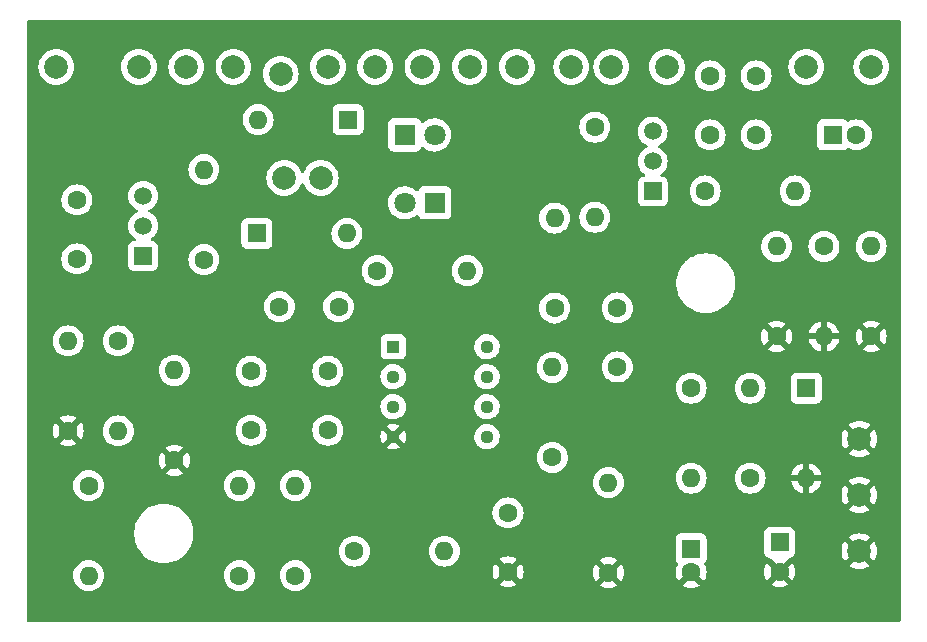
<source format=gtl>
G04 #@! TF.GenerationSoftware,KiCad,Pcbnew,(6.0.4)*
G04 #@! TF.CreationDate,2023-03-15T02:05:12+00:00*
G04 #@! TF.ProjectId,ts_808,74735f38-3038-42e6-9b69-6361645f7063,rev?*
G04 #@! TF.SameCoordinates,Original*
G04 #@! TF.FileFunction,Copper,L1,Top*
G04 #@! TF.FilePolarity,Positive*
%FSLAX46Y46*%
G04 Gerber Fmt 4.6, Leading zero omitted, Abs format (unit mm)*
G04 Created by KiCad (PCBNEW (6.0.4)) date 2023-03-15 02:05:12*
%MOMM*%
%LPD*%
G01*
G04 APERTURE LIST*
G04 #@! TA.AperFunction,ComponentPad*
%ADD10C,2.000000*%
G04 #@! TD*
G04 #@! TA.AperFunction,ComponentPad*
%ADD11O,1.600000X1.600000*%
G04 #@! TD*
G04 #@! TA.AperFunction,ComponentPad*
%ADD12C,1.600000*%
G04 #@! TD*
G04 #@! TA.AperFunction,ComponentPad*
%ADD13R,1.600000X1.600000*%
G04 #@! TD*
G04 #@! TA.AperFunction,ComponentPad*
%ADD14R,1.500000X1.500000*%
G04 #@! TD*
G04 #@! TA.AperFunction,ComponentPad*
%ADD15C,1.500000*%
G04 #@! TD*
G04 #@! TA.AperFunction,ComponentPad*
%ADD16C,1.800000*%
G04 #@! TD*
G04 #@! TA.AperFunction,ComponentPad*
%ADD17R,1.800000X1.800000*%
G04 #@! TD*
G04 #@! TA.AperFunction,ComponentPad*
%ADD18R,1.130000X1.130000*%
G04 #@! TD*
G04 #@! TA.AperFunction,ComponentPad*
%ADD19C,1.130000*%
G04 #@! TD*
G04 #@! TA.AperFunction,ViaPad*
%ADD20C,0.800000*%
G04 #@! TD*
G04 APERTURE END LIST*
D10*
X213000000Y-115000000D03*
D11*
X146000000Y-106690000D03*
D12*
X146000000Y-114310000D03*
X198750000Y-126294888D03*
D13*
X198750000Y-124294888D03*
D11*
X147750000Y-126560000D03*
D12*
X147750000Y-118940000D03*
X168900000Y-103800000D03*
X163900000Y-103800000D03*
D10*
X145000000Y-83500000D03*
D11*
X187000000Y-108940000D03*
D12*
X187000000Y-116560000D03*
D10*
X172000000Y-83500000D03*
D11*
X150250000Y-114310000D03*
D12*
X150250000Y-106690000D03*
X161500000Y-114250000D03*
X161500000Y-109250000D03*
D13*
X208500000Y-110690000D03*
D11*
X208500000Y-118310000D03*
X157500000Y-92190000D03*
D12*
X157500000Y-99810000D03*
D10*
X156000000Y-83500000D03*
D12*
X168000000Y-109250000D03*
X168000000Y-114250000D03*
D10*
X176000000Y-83500000D03*
X168000000Y-83500000D03*
D11*
X206000000Y-98690000D03*
D12*
X206000000Y-106310000D03*
D10*
X152000000Y-83500000D03*
D11*
X162090000Y-87950000D03*
D13*
X169710000Y-87950000D03*
X206250000Y-123750000D03*
D12*
X206250000Y-126250000D03*
X160500000Y-126560000D03*
D11*
X160500000Y-118940000D03*
D10*
X188600000Y-83500000D03*
D14*
X152360000Y-99500000D03*
D15*
X152360000Y-96960000D03*
X152360000Y-94420000D03*
D11*
X165250000Y-118940000D03*
D12*
X165250000Y-126560000D03*
D11*
X191750000Y-118690000D03*
D12*
X191750000Y-126310000D03*
X212750000Y-89250000D03*
D13*
X210750000Y-89250000D03*
D11*
X214000000Y-98690000D03*
D12*
X214000000Y-106310000D03*
D11*
X210000000Y-106310000D03*
D12*
X210000000Y-98690000D03*
X204250000Y-89250000D03*
X204250000Y-84250000D03*
D11*
X179810000Y-100750000D03*
D12*
X172190000Y-100750000D03*
D11*
X207560000Y-94000000D03*
D12*
X199940000Y-94000000D03*
X192500000Y-103900000D03*
X192500000Y-108900000D03*
D11*
X203750000Y-110690000D03*
D12*
X203750000Y-118310000D03*
D10*
X164010000Y-84090000D03*
X160000000Y-83500000D03*
X180000000Y-83500000D03*
D12*
X200358280Y-89250000D03*
X200358280Y-84250000D03*
D10*
X192000000Y-83500000D03*
X214000000Y-83500000D03*
X184000000Y-83500000D03*
D16*
X177040000Y-89250000D03*
D17*
X174500000Y-89250000D03*
D10*
X164310000Y-92900000D03*
D12*
X190600000Y-88590000D03*
D11*
X190600000Y-96210000D03*
D10*
X196700000Y-83500000D03*
D11*
X155000000Y-109190000D03*
D12*
X155000000Y-116810000D03*
D11*
X169610000Y-97600000D03*
D13*
X161990000Y-97600000D03*
D11*
X177870000Y-124500000D03*
D12*
X170250000Y-124500000D03*
X198750000Y-110690000D03*
D11*
X198750000Y-118310000D03*
D10*
X167400000Y-92900000D03*
D12*
X146750000Y-99750000D03*
X146750000Y-94750000D03*
D11*
X187200000Y-96290000D03*
D12*
X187200000Y-103910000D03*
D18*
X173530000Y-107190000D03*
D19*
X173530000Y-109730000D03*
X173530000Y-112270000D03*
X173530000Y-114810000D03*
X181470000Y-114810000D03*
X181470000Y-112270000D03*
X181470000Y-109730000D03*
X181470000Y-107190000D03*
D10*
X213000000Y-119750000D03*
D12*
X183250000Y-121250000D03*
X183250000Y-126250000D03*
D10*
X213000000Y-124500000D03*
D16*
X174510000Y-95000000D03*
D17*
X177050000Y-95000000D03*
D14*
X195500000Y-94040000D03*
D15*
X195500000Y-91500000D03*
X195500000Y-88960000D03*
D10*
X208500000Y-83500000D03*
D20*
X143750000Y-110500000D03*
X211250000Y-83000000D03*
X196750000Y-85750000D03*
X212000000Y-109250000D03*
X191000000Y-114000000D03*
X186900000Y-91100000D03*
X189800000Y-100400000D03*
X171750000Y-91250000D03*
X158250000Y-105500000D03*
X202500000Y-81500000D03*
X211000000Y-94250000D03*
X184100000Y-106500000D03*
X165780477Y-89810955D03*
X195000000Y-122000000D03*
X195000000Y-114000000D03*
X208000000Y-87250000D03*
X171750000Y-94500000D03*
X149250000Y-91750000D03*
G04 #@! TA.AperFunction,Conductor*
G36*
X216433621Y-79528502D02*
G01*
X216480114Y-79582158D01*
X216491500Y-79634500D01*
X216491500Y-130365500D01*
X216471498Y-130433621D01*
X216417842Y-130480114D01*
X216365500Y-130491500D01*
X142634500Y-130491500D01*
X142566379Y-130471498D01*
X142519886Y-130417842D01*
X142508500Y-130365500D01*
X142508500Y-126560000D01*
X146436502Y-126560000D01*
X146456457Y-126788087D01*
X146457881Y-126793400D01*
X146457881Y-126793402D01*
X146505605Y-126971507D01*
X146515716Y-127009243D01*
X146518039Y-127014224D01*
X146518039Y-127014225D01*
X146610151Y-127211762D01*
X146610154Y-127211767D01*
X146612477Y-127216749D01*
X146615634Y-127221257D01*
X146738034Y-127396062D01*
X146743802Y-127404300D01*
X146905700Y-127566198D01*
X146910208Y-127569355D01*
X146910211Y-127569357D01*
X146986132Y-127622517D01*
X147093251Y-127697523D01*
X147098233Y-127699846D01*
X147098238Y-127699849D01*
X147295775Y-127791961D01*
X147300757Y-127794284D01*
X147306065Y-127795706D01*
X147306067Y-127795707D01*
X147516598Y-127852119D01*
X147516600Y-127852119D01*
X147521913Y-127853543D01*
X147750000Y-127873498D01*
X147978087Y-127853543D01*
X147983400Y-127852119D01*
X147983402Y-127852119D01*
X148193933Y-127795707D01*
X148193935Y-127795706D01*
X148199243Y-127794284D01*
X148204225Y-127791961D01*
X148401762Y-127699849D01*
X148401767Y-127699846D01*
X148406749Y-127697523D01*
X148513868Y-127622517D01*
X148589789Y-127569357D01*
X148589792Y-127569355D01*
X148594300Y-127566198D01*
X148756198Y-127404300D01*
X148761967Y-127396062D01*
X148884366Y-127221257D01*
X148887523Y-127216749D01*
X148889846Y-127211767D01*
X148889849Y-127211762D01*
X148981961Y-127014225D01*
X148981961Y-127014224D01*
X148984284Y-127009243D01*
X148994396Y-126971507D01*
X149042119Y-126793402D01*
X149042119Y-126793400D01*
X149043543Y-126788087D01*
X149063498Y-126560000D01*
X159186502Y-126560000D01*
X159206457Y-126788087D01*
X159207881Y-126793400D01*
X159207881Y-126793402D01*
X159255605Y-126971507D01*
X159265716Y-127009243D01*
X159268039Y-127014224D01*
X159268039Y-127014225D01*
X159360151Y-127211762D01*
X159360154Y-127211767D01*
X159362477Y-127216749D01*
X159365634Y-127221257D01*
X159488034Y-127396062D01*
X159493802Y-127404300D01*
X159655700Y-127566198D01*
X159660208Y-127569355D01*
X159660211Y-127569357D01*
X159736132Y-127622517D01*
X159843251Y-127697523D01*
X159848233Y-127699846D01*
X159848238Y-127699849D01*
X160045775Y-127791961D01*
X160050757Y-127794284D01*
X160056065Y-127795706D01*
X160056067Y-127795707D01*
X160266598Y-127852119D01*
X160266600Y-127852119D01*
X160271913Y-127853543D01*
X160500000Y-127873498D01*
X160728087Y-127853543D01*
X160733400Y-127852119D01*
X160733402Y-127852119D01*
X160943933Y-127795707D01*
X160943935Y-127795706D01*
X160949243Y-127794284D01*
X160954225Y-127791961D01*
X161151762Y-127699849D01*
X161151767Y-127699846D01*
X161156749Y-127697523D01*
X161263868Y-127622517D01*
X161339789Y-127569357D01*
X161339792Y-127569355D01*
X161344300Y-127566198D01*
X161506198Y-127404300D01*
X161511967Y-127396062D01*
X161634366Y-127221257D01*
X161637523Y-127216749D01*
X161639846Y-127211767D01*
X161639849Y-127211762D01*
X161731961Y-127014225D01*
X161731961Y-127014224D01*
X161734284Y-127009243D01*
X161744396Y-126971507D01*
X161792119Y-126793402D01*
X161792119Y-126793400D01*
X161793543Y-126788087D01*
X161813498Y-126560000D01*
X163936502Y-126560000D01*
X163956457Y-126788087D01*
X163957881Y-126793400D01*
X163957881Y-126793402D01*
X164005605Y-126971507D01*
X164015716Y-127009243D01*
X164018039Y-127014224D01*
X164018039Y-127014225D01*
X164110151Y-127211762D01*
X164110154Y-127211767D01*
X164112477Y-127216749D01*
X164115634Y-127221257D01*
X164238034Y-127396062D01*
X164243802Y-127404300D01*
X164405700Y-127566198D01*
X164410208Y-127569355D01*
X164410211Y-127569357D01*
X164486132Y-127622517D01*
X164593251Y-127697523D01*
X164598233Y-127699846D01*
X164598238Y-127699849D01*
X164795775Y-127791961D01*
X164800757Y-127794284D01*
X164806065Y-127795706D01*
X164806067Y-127795707D01*
X165016598Y-127852119D01*
X165016600Y-127852119D01*
X165021913Y-127853543D01*
X165250000Y-127873498D01*
X165478087Y-127853543D01*
X165483400Y-127852119D01*
X165483402Y-127852119D01*
X165693933Y-127795707D01*
X165693935Y-127795706D01*
X165699243Y-127794284D01*
X165704225Y-127791961D01*
X165901762Y-127699849D01*
X165901767Y-127699846D01*
X165906749Y-127697523D01*
X166013868Y-127622517D01*
X166089789Y-127569357D01*
X166089792Y-127569355D01*
X166094300Y-127566198D01*
X166256198Y-127404300D01*
X166261967Y-127396062D01*
X166303979Y-127336062D01*
X182528493Y-127336062D01*
X182537789Y-127348077D01*
X182588994Y-127383931D01*
X182598489Y-127389414D01*
X182795947Y-127481490D01*
X182806239Y-127485236D01*
X183016688Y-127541625D01*
X183027481Y-127543528D01*
X183244525Y-127562517D01*
X183255475Y-127562517D01*
X183472519Y-127543528D01*
X183483312Y-127541625D01*
X183693761Y-127485236D01*
X183704053Y-127481490D01*
X183887254Y-127396062D01*
X191028493Y-127396062D01*
X191037789Y-127408077D01*
X191088994Y-127443931D01*
X191098489Y-127449414D01*
X191295947Y-127541490D01*
X191306239Y-127545236D01*
X191516688Y-127601625D01*
X191527481Y-127603528D01*
X191744525Y-127622517D01*
X191755475Y-127622517D01*
X191972519Y-127603528D01*
X191983312Y-127601625D01*
X192193761Y-127545236D01*
X192204053Y-127541490D01*
X192401511Y-127449414D01*
X192411006Y-127443931D01*
X192463048Y-127407491D01*
X192471424Y-127397012D01*
X192464356Y-127383566D01*
X192461740Y-127380950D01*
X198028493Y-127380950D01*
X198037789Y-127392965D01*
X198088994Y-127428819D01*
X198098489Y-127434302D01*
X198295947Y-127526378D01*
X198306239Y-127530124D01*
X198516688Y-127586513D01*
X198527481Y-127588416D01*
X198744525Y-127607405D01*
X198755475Y-127607405D01*
X198972519Y-127588416D01*
X198983312Y-127586513D01*
X199193761Y-127530124D01*
X199204053Y-127526378D01*
X199401511Y-127434302D01*
X199411006Y-127428819D01*
X199463048Y-127392379D01*
X199471424Y-127381900D01*
X199464356Y-127368454D01*
X199431964Y-127336062D01*
X205528493Y-127336062D01*
X205537789Y-127348077D01*
X205588994Y-127383931D01*
X205598489Y-127389414D01*
X205795947Y-127481490D01*
X205806239Y-127485236D01*
X206016688Y-127541625D01*
X206027481Y-127543528D01*
X206244525Y-127562517D01*
X206255475Y-127562517D01*
X206472519Y-127543528D01*
X206483312Y-127541625D01*
X206693761Y-127485236D01*
X206704053Y-127481490D01*
X206901511Y-127389414D01*
X206911006Y-127383931D01*
X206963048Y-127347491D01*
X206971424Y-127337012D01*
X206964356Y-127323566D01*
X206262812Y-126622022D01*
X206248868Y-126614408D01*
X206247035Y-126614539D01*
X206240420Y-126618790D01*
X205534923Y-127324287D01*
X205528493Y-127336062D01*
X199431964Y-127336062D01*
X198762812Y-126666910D01*
X198748868Y-126659296D01*
X198747035Y-126659427D01*
X198740420Y-126663678D01*
X198034923Y-127369175D01*
X198028493Y-127380950D01*
X192461740Y-127380950D01*
X191762812Y-126682022D01*
X191748868Y-126674408D01*
X191747035Y-126674539D01*
X191740420Y-126678790D01*
X191034923Y-127384287D01*
X191028493Y-127396062D01*
X183887254Y-127396062D01*
X183901511Y-127389414D01*
X183911006Y-127383931D01*
X183963048Y-127347491D01*
X183971424Y-127337012D01*
X183964356Y-127323566D01*
X183262812Y-126622022D01*
X183248868Y-126614408D01*
X183247035Y-126614539D01*
X183240420Y-126618790D01*
X182534923Y-127324287D01*
X182528493Y-127336062D01*
X166303979Y-127336062D01*
X166384366Y-127221257D01*
X166387523Y-127216749D01*
X166389846Y-127211767D01*
X166389849Y-127211762D01*
X166481961Y-127014225D01*
X166481961Y-127014224D01*
X166484284Y-127009243D01*
X166494396Y-126971507D01*
X166542119Y-126793402D01*
X166542119Y-126793400D01*
X166543543Y-126788087D01*
X166563498Y-126560000D01*
X166543543Y-126331913D01*
X166542119Y-126326598D01*
X166523062Y-126255475D01*
X181937483Y-126255475D01*
X181956472Y-126472519D01*
X181958375Y-126483312D01*
X182014764Y-126693761D01*
X182018510Y-126704053D01*
X182110586Y-126901511D01*
X182116069Y-126911006D01*
X182152509Y-126963048D01*
X182162988Y-126971424D01*
X182176434Y-126964356D01*
X182877978Y-126262812D01*
X182884356Y-126251132D01*
X183614408Y-126251132D01*
X183614539Y-126252965D01*
X183618790Y-126259580D01*
X184324287Y-126965077D01*
X184336062Y-126971507D01*
X184348077Y-126962211D01*
X184383931Y-126911006D01*
X184389414Y-126901511D01*
X184481490Y-126704053D01*
X184485236Y-126693761D01*
X184541625Y-126483312D01*
X184543528Y-126472519D01*
X184557268Y-126315475D01*
X190437483Y-126315475D01*
X190456472Y-126532519D01*
X190458375Y-126543312D01*
X190514764Y-126753761D01*
X190518510Y-126764053D01*
X190610586Y-126961511D01*
X190616069Y-126971006D01*
X190652509Y-127023048D01*
X190662988Y-127031424D01*
X190676434Y-127024356D01*
X191377978Y-126322812D01*
X191384356Y-126311132D01*
X192114408Y-126311132D01*
X192114539Y-126312965D01*
X192118790Y-126319580D01*
X192824287Y-127025077D01*
X192836062Y-127031507D01*
X192848077Y-127022211D01*
X192883931Y-126971006D01*
X192889414Y-126961511D01*
X192981490Y-126764053D01*
X192985236Y-126753761D01*
X193041625Y-126543312D01*
X193043528Y-126532519D01*
X193062517Y-126315475D01*
X193062517Y-126304525D01*
X193062153Y-126300363D01*
X197437483Y-126300363D01*
X197456472Y-126517407D01*
X197458375Y-126528200D01*
X197514764Y-126738649D01*
X197518510Y-126748941D01*
X197610586Y-126946399D01*
X197616069Y-126955894D01*
X197652509Y-127007936D01*
X197662988Y-127016312D01*
X197676434Y-127009244D01*
X198660905Y-126024773D01*
X198723217Y-125990747D01*
X198794032Y-125995812D01*
X198839095Y-126024773D01*
X199824287Y-127009965D01*
X199836062Y-127016395D01*
X199848077Y-127007099D01*
X199883931Y-126955894D01*
X199889414Y-126946399D01*
X199981490Y-126748941D01*
X199985236Y-126738649D01*
X200041625Y-126528200D01*
X200043528Y-126517407D01*
X200062517Y-126300363D01*
X200062517Y-126289413D01*
X200059548Y-126255475D01*
X204937483Y-126255475D01*
X204956472Y-126472519D01*
X204958375Y-126483312D01*
X205014764Y-126693761D01*
X205018510Y-126704053D01*
X205110586Y-126901511D01*
X205116069Y-126911006D01*
X205152509Y-126963048D01*
X205162988Y-126971424D01*
X205176434Y-126964356D01*
X205877978Y-126262812D01*
X205884356Y-126251132D01*
X206614408Y-126251132D01*
X206614539Y-126252965D01*
X206618790Y-126259580D01*
X207324287Y-126965077D01*
X207336062Y-126971507D01*
X207348077Y-126962211D01*
X207383931Y-126911006D01*
X207389414Y-126901511D01*
X207481490Y-126704053D01*
X207485236Y-126693761D01*
X207541625Y-126483312D01*
X207543528Y-126472519D01*
X207562517Y-126255475D01*
X207562517Y-126244525D01*
X207543528Y-126027481D01*
X207541625Y-126016688D01*
X207485236Y-125806239D01*
X207481490Y-125795947D01*
X207451984Y-125732670D01*
X212132160Y-125732670D01*
X212137887Y-125740320D01*
X212309042Y-125845205D01*
X212317837Y-125849687D01*
X212527988Y-125936734D01*
X212537373Y-125939783D01*
X212758554Y-125992885D01*
X212768301Y-125994428D01*
X212995070Y-126012275D01*
X213004930Y-126012275D01*
X213231699Y-125994428D01*
X213241446Y-125992885D01*
X213462627Y-125939783D01*
X213472012Y-125936734D01*
X213682163Y-125849687D01*
X213690958Y-125845205D01*
X213858445Y-125742568D01*
X213867907Y-125732110D01*
X213864124Y-125723334D01*
X213012812Y-124872022D01*
X212998868Y-124864408D01*
X212997035Y-124864539D01*
X212990420Y-124868790D01*
X212138920Y-125720290D01*
X212132160Y-125732670D01*
X207451984Y-125732670D01*
X207389414Y-125598489D01*
X207383931Y-125588994D01*
X207347491Y-125536952D01*
X207337012Y-125528576D01*
X207323566Y-125535644D01*
X206622022Y-126237188D01*
X206614408Y-126251132D01*
X205884356Y-126251132D01*
X205885592Y-126248868D01*
X205885461Y-126247035D01*
X205881210Y-126240420D01*
X205175713Y-125534923D01*
X205163938Y-125528493D01*
X205151923Y-125537789D01*
X205116069Y-125588994D01*
X205110586Y-125598489D01*
X205018510Y-125795947D01*
X205014764Y-125806239D01*
X204958375Y-126016688D01*
X204956472Y-126027481D01*
X204937483Y-126244525D01*
X204937483Y-126255475D01*
X200059548Y-126255475D01*
X200043528Y-126072369D01*
X200041625Y-126061576D01*
X199985236Y-125851127D01*
X199981490Y-125840835D01*
X199889414Y-125643377D01*
X199883929Y-125633877D01*
X199883299Y-125632978D01*
X199883144Y-125632518D01*
X199881182Y-125629120D01*
X199881865Y-125628726D01*
X199860612Y-125565704D01*
X199877898Y-125496844D01*
X199900934Y-125471085D01*
X199899730Y-125469881D01*
X199906079Y-125463531D01*
X199913261Y-125458149D01*
X200000615Y-125341593D01*
X200051745Y-125205204D01*
X200058500Y-125143022D01*
X200058500Y-124598134D01*
X204941500Y-124598134D01*
X204948255Y-124660316D01*
X204999385Y-124796705D01*
X205086739Y-124913261D01*
X205203295Y-125000615D01*
X205339684Y-125051745D01*
X205383252Y-125056478D01*
X205398486Y-125058133D01*
X205398489Y-125058133D01*
X205401866Y-125058500D01*
X205405185Y-125058500D01*
X205472110Y-125082153D01*
X205507804Y-125128156D01*
X205509734Y-125127141D01*
X205515442Y-125138000D01*
X205515632Y-125138245D01*
X205515653Y-125138403D01*
X205535644Y-125176434D01*
X206237188Y-125877978D01*
X206251132Y-125885592D01*
X206252965Y-125885461D01*
X206259580Y-125881210D01*
X206965077Y-125175713D01*
X206987871Y-125133971D01*
X206990047Y-125123971D01*
X207040253Y-125073773D01*
X207093814Y-125058549D01*
X207094719Y-125058500D01*
X207098134Y-125058500D01*
X207101530Y-125058131D01*
X207101532Y-125058131D01*
X207113879Y-125056790D01*
X207160316Y-125051745D01*
X207296705Y-125000615D01*
X207413261Y-124913261D01*
X207500615Y-124796705D01*
X207551745Y-124660316D01*
X207558500Y-124598134D01*
X207558500Y-124504930D01*
X211487725Y-124504930D01*
X211505572Y-124731699D01*
X211507115Y-124741446D01*
X211560217Y-124962627D01*
X211563266Y-124972012D01*
X211650313Y-125182163D01*
X211654795Y-125190958D01*
X211757432Y-125358445D01*
X211767890Y-125367907D01*
X211776666Y-125364124D01*
X212627978Y-124512812D01*
X212634356Y-124501132D01*
X213364408Y-124501132D01*
X213364539Y-124502965D01*
X213368790Y-124509580D01*
X214220290Y-125361080D01*
X214232670Y-125367840D01*
X214240320Y-125362113D01*
X214345205Y-125190958D01*
X214349687Y-125182163D01*
X214436734Y-124972012D01*
X214439783Y-124962627D01*
X214492885Y-124741446D01*
X214494428Y-124731699D01*
X214512275Y-124504930D01*
X214512275Y-124495070D01*
X214494428Y-124268301D01*
X214492885Y-124258554D01*
X214439783Y-124037373D01*
X214436734Y-124027988D01*
X214349687Y-123817837D01*
X214345205Y-123809042D01*
X214242568Y-123641555D01*
X214232110Y-123632093D01*
X214223334Y-123635876D01*
X213372022Y-124487188D01*
X213364408Y-124501132D01*
X212634356Y-124501132D01*
X212635592Y-124498868D01*
X212635461Y-124497035D01*
X212631210Y-124490420D01*
X211779710Y-123638920D01*
X211767330Y-123632160D01*
X211759680Y-123637887D01*
X211654795Y-123809042D01*
X211650313Y-123817837D01*
X211563266Y-124027988D01*
X211560217Y-124037373D01*
X211507115Y-124258554D01*
X211505572Y-124268301D01*
X211487725Y-124495070D01*
X211487725Y-124504930D01*
X207558500Y-124504930D01*
X207558500Y-123267890D01*
X212132093Y-123267890D01*
X212135876Y-123276666D01*
X212987188Y-124127978D01*
X213001132Y-124135592D01*
X213002965Y-124135461D01*
X213009580Y-124131210D01*
X213861080Y-123279710D01*
X213867840Y-123267330D01*
X213862113Y-123259680D01*
X213690958Y-123154795D01*
X213682163Y-123150313D01*
X213472012Y-123063266D01*
X213462627Y-123060217D01*
X213241446Y-123007115D01*
X213231699Y-123005572D01*
X213004930Y-122987725D01*
X212995070Y-122987725D01*
X212768301Y-123005572D01*
X212758554Y-123007115D01*
X212537373Y-123060217D01*
X212527988Y-123063266D01*
X212317837Y-123150313D01*
X212309042Y-123154795D01*
X212141555Y-123257432D01*
X212132093Y-123267890D01*
X207558500Y-123267890D01*
X207558500Y-122901866D01*
X207551745Y-122839684D01*
X207500615Y-122703295D01*
X207413261Y-122586739D01*
X207296705Y-122499385D01*
X207160316Y-122448255D01*
X207098134Y-122441500D01*
X205401866Y-122441500D01*
X205339684Y-122448255D01*
X205203295Y-122499385D01*
X205086739Y-122586739D01*
X204999385Y-122703295D01*
X204948255Y-122839684D01*
X204941500Y-122901866D01*
X204941500Y-124598134D01*
X200058500Y-124598134D01*
X200058500Y-123446754D01*
X200051745Y-123384572D01*
X200000615Y-123248183D01*
X199913261Y-123131627D01*
X199796705Y-123044273D01*
X199660316Y-122993143D01*
X199598134Y-122986388D01*
X197901866Y-122986388D01*
X197839684Y-122993143D01*
X197703295Y-123044273D01*
X197586739Y-123131627D01*
X197499385Y-123248183D01*
X197448255Y-123384572D01*
X197441500Y-123446754D01*
X197441500Y-125143022D01*
X197448255Y-125205204D01*
X197499385Y-125341593D01*
X197586739Y-125458149D01*
X197593921Y-125463531D01*
X197600270Y-125469881D01*
X197598128Y-125472023D01*
X197631564Y-125516734D01*
X197636594Y-125587552D01*
X197618477Y-125628923D01*
X197618818Y-125629120D01*
X197617048Y-125632186D01*
X197616701Y-125632978D01*
X197616071Y-125633877D01*
X197610586Y-125643377D01*
X197518510Y-125840835D01*
X197514764Y-125851127D01*
X197458375Y-126061576D01*
X197456472Y-126072369D01*
X197437483Y-126289413D01*
X197437483Y-126300363D01*
X193062153Y-126300363D01*
X193043528Y-126087481D01*
X193041625Y-126076688D01*
X192985236Y-125866239D01*
X192981490Y-125855947D01*
X192889414Y-125658489D01*
X192883931Y-125648994D01*
X192847491Y-125596952D01*
X192837012Y-125588576D01*
X192823566Y-125595644D01*
X192122022Y-126297188D01*
X192114408Y-126311132D01*
X191384356Y-126311132D01*
X191385592Y-126308868D01*
X191385461Y-126307035D01*
X191381210Y-126300420D01*
X190675713Y-125594923D01*
X190663938Y-125588493D01*
X190651923Y-125597789D01*
X190616069Y-125648994D01*
X190610586Y-125658489D01*
X190518510Y-125855947D01*
X190514764Y-125866239D01*
X190458375Y-126076688D01*
X190456472Y-126087481D01*
X190437483Y-126304525D01*
X190437483Y-126315475D01*
X184557268Y-126315475D01*
X184562517Y-126255475D01*
X184562517Y-126244525D01*
X184543528Y-126027481D01*
X184541625Y-126016688D01*
X184485236Y-125806239D01*
X184481490Y-125795947D01*
X184389414Y-125598489D01*
X184383931Y-125588994D01*
X184347491Y-125536952D01*
X184337012Y-125528576D01*
X184323566Y-125535644D01*
X183622022Y-126237188D01*
X183614408Y-126251132D01*
X182884356Y-126251132D01*
X182885592Y-126248868D01*
X182885461Y-126247035D01*
X182881210Y-126240420D01*
X182175713Y-125534923D01*
X182163938Y-125528493D01*
X182151923Y-125537789D01*
X182116069Y-125588994D01*
X182110586Y-125598489D01*
X182018510Y-125795947D01*
X182014764Y-125806239D01*
X181958375Y-126016688D01*
X181956472Y-126027481D01*
X181937483Y-126244525D01*
X181937483Y-126255475D01*
X166523062Y-126255475D01*
X166485707Y-126116067D01*
X166485706Y-126116065D01*
X166484284Y-126110757D01*
X166473430Y-126087481D01*
X166389849Y-125908238D01*
X166389846Y-125908233D01*
X166387523Y-125903251D01*
X166268081Y-125732670D01*
X166259357Y-125720211D01*
X166259355Y-125720208D01*
X166256198Y-125715700D01*
X166094300Y-125553802D01*
X166089792Y-125550645D01*
X166089789Y-125550643D01*
X165976168Y-125471085D01*
X165906749Y-125422477D01*
X165901767Y-125420154D01*
X165901762Y-125420151D01*
X165704225Y-125328039D01*
X165704224Y-125328039D01*
X165699243Y-125325716D01*
X165693935Y-125324294D01*
X165693933Y-125324293D01*
X165483402Y-125267881D01*
X165483400Y-125267881D01*
X165478087Y-125266457D01*
X165250000Y-125246502D01*
X165021913Y-125266457D01*
X165016600Y-125267881D01*
X165016598Y-125267881D01*
X164806067Y-125324293D01*
X164806065Y-125324294D01*
X164800757Y-125325716D01*
X164795776Y-125328039D01*
X164795775Y-125328039D01*
X164598238Y-125420151D01*
X164598233Y-125420154D01*
X164593251Y-125422477D01*
X164523832Y-125471085D01*
X164410211Y-125550643D01*
X164410208Y-125550645D01*
X164405700Y-125553802D01*
X164243802Y-125715700D01*
X164240645Y-125720208D01*
X164240643Y-125720211D01*
X164231919Y-125732670D01*
X164112477Y-125903251D01*
X164110154Y-125908233D01*
X164110151Y-125908238D01*
X164026570Y-126087481D01*
X164015716Y-126110757D01*
X164014294Y-126116065D01*
X164014293Y-126116067D01*
X163957881Y-126326598D01*
X163956457Y-126331913D01*
X163936502Y-126560000D01*
X161813498Y-126560000D01*
X161793543Y-126331913D01*
X161792119Y-126326598D01*
X161735707Y-126116067D01*
X161735706Y-126116065D01*
X161734284Y-126110757D01*
X161723430Y-126087481D01*
X161639849Y-125908238D01*
X161639846Y-125908233D01*
X161637523Y-125903251D01*
X161518081Y-125732670D01*
X161509357Y-125720211D01*
X161509355Y-125720208D01*
X161506198Y-125715700D01*
X161344300Y-125553802D01*
X161339792Y-125550645D01*
X161339789Y-125550643D01*
X161226168Y-125471085D01*
X161156749Y-125422477D01*
X161151767Y-125420154D01*
X161151762Y-125420151D01*
X160954225Y-125328039D01*
X160954224Y-125328039D01*
X160949243Y-125325716D01*
X160943935Y-125324294D01*
X160943933Y-125324293D01*
X160733402Y-125267881D01*
X160733400Y-125267881D01*
X160728087Y-125266457D01*
X160500000Y-125246502D01*
X160271913Y-125266457D01*
X160266600Y-125267881D01*
X160266598Y-125267881D01*
X160056067Y-125324293D01*
X160056065Y-125324294D01*
X160050757Y-125325716D01*
X160045776Y-125328039D01*
X160045775Y-125328039D01*
X159848238Y-125420151D01*
X159848233Y-125420154D01*
X159843251Y-125422477D01*
X159773832Y-125471085D01*
X159660211Y-125550643D01*
X159660208Y-125550645D01*
X159655700Y-125553802D01*
X159493802Y-125715700D01*
X159490645Y-125720208D01*
X159490643Y-125720211D01*
X159481919Y-125732670D01*
X159362477Y-125903251D01*
X159360154Y-125908233D01*
X159360151Y-125908238D01*
X159276570Y-126087481D01*
X159265716Y-126110757D01*
X159264294Y-126116065D01*
X159264293Y-126116067D01*
X159207881Y-126326598D01*
X159206457Y-126331913D01*
X159186502Y-126560000D01*
X149063498Y-126560000D01*
X149043543Y-126331913D01*
X149042119Y-126326598D01*
X148985707Y-126116067D01*
X148985706Y-126116065D01*
X148984284Y-126110757D01*
X148973430Y-126087481D01*
X148889849Y-125908238D01*
X148889846Y-125908233D01*
X148887523Y-125903251D01*
X148768081Y-125732670D01*
X148759357Y-125720211D01*
X148759355Y-125720208D01*
X148756198Y-125715700D01*
X148594300Y-125553802D01*
X148589792Y-125550645D01*
X148589789Y-125550643D01*
X148476168Y-125471085D01*
X148406749Y-125422477D01*
X148401767Y-125420154D01*
X148401762Y-125420151D01*
X148204225Y-125328039D01*
X148204224Y-125328039D01*
X148199243Y-125325716D01*
X148193935Y-125324294D01*
X148193933Y-125324293D01*
X147983402Y-125267881D01*
X147983400Y-125267881D01*
X147978087Y-125266457D01*
X147750000Y-125246502D01*
X147521913Y-125266457D01*
X147516600Y-125267881D01*
X147516598Y-125267881D01*
X147306067Y-125324293D01*
X147306065Y-125324294D01*
X147300757Y-125325716D01*
X147295776Y-125328039D01*
X147295775Y-125328039D01*
X147098238Y-125420151D01*
X147098233Y-125420154D01*
X147093251Y-125422477D01*
X147023832Y-125471085D01*
X146910211Y-125550643D01*
X146910208Y-125550645D01*
X146905700Y-125553802D01*
X146743802Y-125715700D01*
X146740645Y-125720208D01*
X146740643Y-125720211D01*
X146731919Y-125732670D01*
X146612477Y-125903251D01*
X146610154Y-125908233D01*
X146610151Y-125908238D01*
X146526570Y-126087481D01*
X146515716Y-126110757D01*
X146514294Y-126116065D01*
X146514293Y-126116067D01*
X146457881Y-126326598D01*
X146456457Y-126331913D01*
X146436502Y-126560000D01*
X142508500Y-126560000D01*
X142508500Y-123157821D01*
X151591500Y-123157821D01*
X151631060Y-123470975D01*
X151709557Y-123776702D01*
X151711010Y-123780371D01*
X151711010Y-123780372D01*
X151820166Y-124056067D01*
X151825753Y-124070179D01*
X151827659Y-124073647D01*
X151827660Y-124073648D01*
X151939671Y-124277393D01*
X151977816Y-124346779D01*
X152163346Y-124602140D01*
X152379418Y-124832233D01*
X152622625Y-125033432D01*
X152889131Y-125202562D01*
X152892710Y-125204246D01*
X152892717Y-125204250D01*
X153171144Y-125335267D01*
X153171148Y-125335269D01*
X153174734Y-125336956D01*
X153474928Y-125434495D01*
X153784980Y-125493641D01*
X154021162Y-125508500D01*
X154178838Y-125508500D01*
X154415020Y-125493641D01*
X154725072Y-125434495D01*
X155025266Y-125336956D01*
X155028852Y-125335269D01*
X155028856Y-125335267D01*
X155307283Y-125204250D01*
X155307290Y-125204246D01*
X155310869Y-125202562D01*
X155577375Y-125033432D01*
X155820582Y-124832233D01*
X156036654Y-124602140D01*
X156110863Y-124500000D01*
X168936502Y-124500000D01*
X168956457Y-124728087D01*
X168957881Y-124733400D01*
X168957881Y-124733402D01*
X169006075Y-124913261D01*
X169015716Y-124949243D01*
X169018039Y-124954224D01*
X169018039Y-124954225D01*
X169110151Y-125151762D01*
X169110154Y-125151767D01*
X169112477Y-125156749D01*
X169167768Y-125235713D01*
X169238660Y-125336956D01*
X169243802Y-125344300D01*
X169405700Y-125506198D01*
X169410208Y-125509355D01*
X169410211Y-125509357D01*
X169437540Y-125528493D01*
X169593251Y-125637523D01*
X169598233Y-125639846D01*
X169598238Y-125639849D01*
X169777274Y-125723334D01*
X169800757Y-125734284D01*
X169806065Y-125735706D01*
X169806067Y-125735707D01*
X170016598Y-125792119D01*
X170016600Y-125792119D01*
X170021913Y-125793543D01*
X170250000Y-125813498D01*
X170478087Y-125793543D01*
X170483400Y-125792119D01*
X170483402Y-125792119D01*
X170693933Y-125735707D01*
X170693935Y-125735706D01*
X170699243Y-125734284D01*
X170722726Y-125723334D01*
X170901762Y-125639849D01*
X170901767Y-125639846D01*
X170906749Y-125637523D01*
X171062460Y-125528493D01*
X171089789Y-125509357D01*
X171089792Y-125509355D01*
X171094300Y-125506198D01*
X171256198Y-125344300D01*
X171261341Y-125336956D01*
X171332232Y-125235713D01*
X171387523Y-125156749D01*
X171389846Y-125151767D01*
X171389849Y-125151762D01*
X171481961Y-124954225D01*
X171481961Y-124954224D01*
X171484284Y-124949243D01*
X171493926Y-124913261D01*
X171542119Y-124733402D01*
X171542119Y-124733400D01*
X171543543Y-124728087D01*
X171563498Y-124500000D01*
X176556502Y-124500000D01*
X176576457Y-124728087D01*
X176577881Y-124733400D01*
X176577881Y-124733402D01*
X176626075Y-124913261D01*
X176635716Y-124949243D01*
X176638039Y-124954224D01*
X176638039Y-124954225D01*
X176730151Y-125151762D01*
X176730154Y-125151767D01*
X176732477Y-125156749D01*
X176787768Y-125235713D01*
X176858660Y-125336956D01*
X176863802Y-125344300D01*
X177025700Y-125506198D01*
X177030208Y-125509355D01*
X177030211Y-125509357D01*
X177057540Y-125528493D01*
X177213251Y-125637523D01*
X177218233Y-125639846D01*
X177218238Y-125639849D01*
X177397274Y-125723334D01*
X177420757Y-125734284D01*
X177426065Y-125735706D01*
X177426067Y-125735707D01*
X177636598Y-125792119D01*
X177636600Y-125792119D01*
X177641913Y-125793543D01*
X177870000Y-125813498D01*
X178098087Y-125793543D01*
X178103400Y-125792119D01*
X178103402Y-125792119D01*
X178313933Y-125735707D01*
X178313935Y-125735706D01*
X178319243Y-125734284D01*
X178342726Y-125723334D01*
X178521762Y-125639849D01*
X178521767Y-125639846D01*
X178526749Y-125637523D01*
X178682460Y-125528493D01*
X178709789Y-125509357D01*
X178709792Y-125509355D01*
X178714300Y-125506198D01*
X178876198Y-125344300D01*
X178881341Y-125336956D01*
X178952232Y-125235713D01*
X179003154Y-125162988D01*
X182528576Y-125162988D01*
X182535644Y-125176434D01*
X183237188Y-125877978D01*
X183251132Y-125885592D01*
X183252965Y-125885461D01*
X183259580Y-125881210D01*
X183917802Y-125222988D01*
X191028576Y-125222988D01*
X191035644Y-125236434D01*
X191737188Y-125937978D01*
X191751132Y-125945592D01*
X191752965Y-125945461D01*
X191759580Y-125941210D01*
X192465077Y-125235713D01*
X192471507Y-125223938D01*
X192462211Y-125211923D01*
X192411006Y-125176069D01*
X192401511Y-125170586D01*
X192204053Y-125078510D01*
X192193761Y-125074764D01*
X191983312Y-125018375D01*
X191972519Y-125016472D01*
X191755475Y-124997483D01*
X191744525Y-124997483D01*
X191527481Y-125016472D01*
X191516688Y-125018375D01*
X191306239Y-125074764D01*
X191295947Y-125078510D01*
X191098489Y-125170586D01*
X191088994Y-125176069D01*
X191036952Y-125212509D01*
X191028576Y-125222988D01*
X183917802Y-125222988D01*
X183965077Y-125175713D01*
X183971507Y-125163938D01*
X183962211Y-125151923D01*
X183911006Y-125116069D01*
X183901511Y-125110586D01*
X183704053Y-125018510D01*
X183693761Y-125014764D01*
X183483312Y-124958375D01*
X183472519Y-124956472D01*
X183255475Y-124937483D01*
X183244525Y-124937483D01*
X183027481Y-124956472D01*
X183016688Y-124958375D01*
X182806239Y-125014764D01*
X182795947Y-125018510D01*
X182598489Y-125110586D01*
X182588994Y-125116069D01*
X182536952Y-125152509D01*
X182528576Y-125162988D01*
X179003154Y-125162988D01*
X179007523Y-125156749D01*
X179009846Y-125151767D01*
X179009849Y-125151762D01*
X179101961Y-124954225D01*
X179101961Y-124954224D01*
X179104284Y-124949243D01*
X179113926Y-124913261D01*
X179162119Y-124733402D01*
X179162119Y-124733400D01*
X179163543Y-124728087D01*
X179183498Y-124500000D01*
X179163543Y-124271913D01*
X179162119Y-124266598D01*
X179105707Y-124056067D01*
X179105706Y-124056065D01*
X179104284Y-124050757D01*
X179093667Y-124027988D01*
X179009849Y-123848238D01*
X179009846Y-123848233D01*
X179007523Y-123843251D01*
X178876198Y-123655700D01*
X178714300Y-123493802D01*
X178709792Y-123490645D01*
X178709789Y-123490643D01*
X178569523Y-123392428D01*
X178526749Y-123362477D01*
X178521767Y-123360154D01*
X178521762Y-123360151D01*
X178324225Y-123268039D01*
X178324224Y-123268039D01*
X178319243Y-123265716D01*
X178313935Y-123264294D01*
X178313933Y-123264293D01*
X178103402Y-123207881D01*
X178103400Y-123207881D01*
X178098087Y-123206457D01*
X177870000Y-123186502D01*
X177641913Y-123206457D01*
X177636600Y-123207881D01*
X177636598Y-123207881D01*
X177426067Y-123264293D01*
X177426065Y-123264294D01*
X177420757Y-123265716D01*
X177415776Y-123268039D01*
X177415775Y-123268039D01*
X177218238Y-123360151D01*
X177218233Y-123360154D01*
X177213251Y-123362477D01*
X177170477Y-123392428D01*
X177030211Y-123490643D01*
X177030208Y-123490645D01*
X177025700Y-123493802D01*
X176863802Y-123655700D01*
X176732477Y-123843251D01*
X176730154Y-123848233D01*
X176730151Y-123848238D01*
X176646333Y-124027988D01*
X176635716Y-124050757D01*
X176634294Y-124056065D01*
X176634293Y-124056067D01*
X176577881Y-124266598D01*
X176576457Y-124271913D01*
X176556502Y-124500000D01*
X171563498Y-124500000D01*
X171543543Y-124271913D01*
X171542119Y-124266598D01*
X171485707Y-124056067D01*
X171485706Y-124056065D01*
X171484284Y-124050757D01*
X171473667Y-124027988D01*
X171389849Y-123848238D01*
X171389846Y-123848233D01*
X171387523Y-123843251D01*
X171256198Y-123655700D01*
X171094300Y-123493802D01*
X171089792Y-123490645D01*
X171089789Y-123490643D01*
X170949523Y-123392428D01*
X170906749Y-123362477D01*
X170901767Y-123360154D01*
X170901762Y-123360151D01*
X170704225Y-123268039D01*
X170704224Y-123268039D01*
X170699243Y-123265716D01*
X170693935Y-123264294D01*
X170693933Y-123264293D01*
X170483402Y-123207881D01*
X170483400Y-123207881D01*
X170478087Y-123206457D01*
X170250000Y-123186502D01*
X170021913Y-123206457D01*
X170016600Y-123207881D01*
X170016598Y-123207881D01*
X169806067Y-123264293D01*
X169806065Y-123264294D01*
X169800757Y-123265716D01*
X169795776Y-123268039D01*
X169795775Y-123268039D01*
X169598238Y-123360151D01*
X169598233Y-123360154D01*
X169593251Y-123362477D01*
X169550477Y-123392428D01*
X169410211Y-123490643D01*
X169410208Y-123490645D01*
X169405700Y-123493802D01*
X169243802Y-123655700D01*
X169112477Y-123843251D01*
X169110154Y-123848233D01*
X169110151Y-123848238D01*
X169026333Y-124027988D01*
X169015716Y-124050757D01*
X169014294Y-124056065D01*
X169014293Y-124056067D01*
X168957881Y-124266598D01*
X168956457Y-124271913D01*
X168936502Y-124500000D01*
X156110863Y-124500000D01*
X156222184Y-124346779D01*
X156260330Y-124277393D01*
X156372340Y-124073648D01*
X156372341Y-124073647D01*
X156374247Y-124070179D01*
X156379835Y-124056067D01*
X156488990Y-123780372D01*
X156488990Y-123780371D01*
X156490443Y-123776702D01*
X156568940Y-123470975D01*
X156608500Y-123157821D01*
X156608500Y-122842179D01*
X156568940Y-122529025D01*
X156490443Y-122223298D01*
X156374247Y-121929821D01*
X156222184Y-121653221D01*
X156036654Y-121397860D01*
X155897804Y-121250000D01*
X181936502Y-121250000D01*
X181956457Y-121478087D01*
X182015716Y-121699243D01*
X182018039Y-121704224D01*
X182018039Y-121704225D01*
X182110151Y-121901762D01*
X182110154Y-121901767D01*
X182112477Y-121906749D01*
X182243802Y-122094300D01*
X182405700Y-122256198D01*
X182410208Y-122259355D01*
X182410211Y-122259357D01*
X182488389Y-122314098D01*
X182593251Y-122387523D01*
X182598233Y-122389846D01*
X182598238Y-122389849D01*
X182795775Y-122481961D01*
X182800757Y-122484284D01*
X182806065Y-122485706D01*
X182806067Y-122485707D01*
X183016598Y-122542119D01*
X183016600Y-122542119D01*
X183021913Y-122543543D01*
X183250000Y-122563498D01*
X183478087Y-122543543D01*
X183483400Y-122542119D01*
X183483402Y-122542119D01*
X183693933Y-122485707D01*
X183693935Y-122485706D01*
X183699243Y-122484284D01*
X183704225Y-122481961D01*
X183901762Y-122389849D01*
X183901767Y-122389846D01*
X183906749Y-122387523D01*
X184011611Y-122314098D01*
X184089789Y-122259357D01*
X184089792Y-122259355D01*
X184094300Y-122256198D01*
X184256198Y-122094300D01*
X184387523Y-121906749D01*
X184389846Y-121901767D01*
X184389849Y-121901762D01*
X184481961Y-121704225D01*
X184481961Y-121704224D01*
X184484284Y-121699243D01*
X184543543Y-121478087D01*
X184563498Y-121250000D01*
X184543543Y-121021913D01*
X184533028Y-120982670D01*
X212132160Y-120982670D01*
X212137887Y-120990320D01*
X212309042Y-121095205D01*
X212317837Y-121099687D01*
X212527988Y-121186734D01*
X212537373Y-121189783D01*
X212758554Y-121242885D01*
X212768301Y-121244428D01*
X212995070Y-121262275D01*
X213004930Y-121262275D01*
X213231699Y-121244428D01*
X213241446Y-121242885D01*
X213462627Y-121189783D01*
X213472012Y-121186734D01*
X213682163Y-121099687D01*
X213690958Y-121095205D01*
X213858445Y-120992568D01*
X213867907Y-120982110D01*
X213864124Y-120973334D01*
X213012812Y-120122022D01*
X212998868Y-120114408D01*
X212997035Y-120114539D01*
X212990420Y-120118790D01*
X212138920Y-120970290D01*
X212132160Y-120982670D01*
X184533028Y-120982670D01*
X184484284Y-120800757D01*
X184481949Y-120795750D01*
X184389849Y-120598238D01*
X184389846Y-120598233D01*
X184387523Y-120593251D01*
X184256198Y-120405700D01*
X184094300Y-120243802D01*
X184089792Y-120240645D01*
X184089789Y-120240643D01*
X184011611Y-120185902D01*
X183906749Y-120112477D01*
X183901767Y-120110154D01*
X183901762Y-120110151D01*
X183704225Y-120018039D01*
X183704224Y-120018039D01*
X183699243Y-120015716D01*
X183693935Y-120014294D01*
X183693933Y-120014293D01*
X183483402Y-119957881D01*
X183483400Y-119957881D01*
X183478087Y-119956457D01*
X183250000Y-119936502D01*
X183021913Y-119956457D01*
X183016600Y-119957881D01*
X183016598Y-119957881D01*
X182806067Y-120014293D01*
X182806065Y-120014294D01*
X182800757Y-120015716D01*
X182795776Y-120018039D01*
X182795775Y-120018039D01*
X182598238Y-120110151D01*
X182598233Y-120110154D01*
X182593251Y-120112477D01*
X182488389Y-120185902D01*
X182410211Y-120240643D01*
X182410208Y-120240645D01*
X182405700Y-120243802D01*
X182243802Y-120405700D01*
X182112477Y-120593251D01*
X182110154Y-120598233D01*
X182110151Y-120598238D01*
X182018051Y-120795750D01*
X182015716Y-120800757D01*
X181956457Y-121021913D01*
X181936502Y-121250000D01*
X155897804Y-121250000D01*
X155857423Y-121206999D01*
X155823297Y-121170658D01*
X155823296Y-121170657D01*
X155820582Y-121167767D01*
X155577375Y-120966568D01*
X155310869Y-120797438D01*
X155307290Y-120795754D01*
X155307283Y-120795750D01*
X155028856Y-120664733D01*
X155028852Y-120664731D01*
X155025266Y-120663044D01*
X154725072Y-120565505D01*
X154415020Y-120506359D01*
X154178838Y-120491500D01*
X154021162Y-120491500D01*
X153784980Y-120506359D01*
X153474928Y-120565505D01*
X153174734Y-120663044D01*
X153171148Y-120664731D01*
X153171144Y-120664733D01*
X152892717Y-120795750D01*
X152892710Y-120795754D01*
X152889131Y-120797438D01*
X152622625Y-120966568D01*
X152379418Y-121167767D01*
X152376704Y-121170657D01*
X152376703Y-121170658D01*
X152342577Y-121206999D01*
X152163346Y-121397860D01*
X151977816Y-121653221D01*
X151825753Y-121929821D01*
X151709557Y-122223298D01*
X151631060Y-122529025D01*
X151591500Y-122842179D01*
X151591500Y-123157821D01*
X142508500Y-123157821D01*
X142508500Y-118940000D01*
X146436502Y-118940000D01*
X146456457Y-119168087D01*
X146457881Y-119173400D01*
X146457881Y-119173402D01*
X146513564Y-119381210D01*
X146515716Y-119389243D01*
X146518039Y-119394224D01*
X146518039Y-119394225D01*
X146610151Y-119591762D01*
X146610154Y-119591767D01*
X146612477Y-119596749D01*
X146617570Y-119604022D01*
X146717709Y-119747035D01*
X146743802Y-119784300D01*
X146905700Y-119946198D01*
X146910208Y-119949355D01*
X146910211Y-119949357D01*
X146957000Y-119982119D01*
X147093251Y-120077523D01*
X147098233Y-120079846D01*
X147098238Y-120079849D01*
X147295775Y-120171961D01*
X147300757Y-120174284D01*
X147306065Y-120175706D01*
X147306067Y-120175707D01*
X147516598Y-120232119D01*
X147516600Y-120232119D01*
X147521913Y-120233543D01*
X147750000Y-120253498D01*
X147978087Y-120233543D01*
X147983400Y-120232119D01*
X147983402Y-120232119D01*
X148193933Y-120175707D01*
X148193935Y-120175706D01*
X148199243Y-120174284D01*
X148204225Y-120171961D01*
X148401762Y-120079849D01*
X148401767Y-120079846D01*
X148406749Y-120077523D01*
X148543000Y-119982119D01*
X148589789Y-119949357D01*
X148589792Y-119949355D01*
X148594300Y-119946198D01*
X148756198Y-119784300D01*
X148782292Y-119747035D01*
X148882430Y-119604022D01*
X148887523Y-119596749D01*
X148889846Y-119591767D01*
X148889849Y-119591762D01*
X148981961Y-119394225D01*
X148981961Y-119394224D01*
X148984284Y-119389243D01*
X148986437Y-119381210D01*
X149042119Y-119173402D01*
X149042119Y-119173400D01*
X149043543Y-119168087D01*
X149063498Y-118940000D01*
X159186502Y-118940000D01*
X159206457Y-119168087D01*
X159207881Y-119173400D01*
X159207881Y-119173402D01*
X159263564Y-119381210D01*
X159265716Y-119389243D01*
X159268039Y-119394224D01*
X159268039Y-119394225D01*
X159360151Y-119591762D01*
X159360154Y-119591767D01*
X159362477Y-119596749D01*
X159367570Y-119604022D01*
X159467709Y-119747035D01*
X159493802Y-119784300D01*
X159655700Y-119946198D01*
X159660208Y-119949355D01*
X159660211Y-119949357D01*
X159707000Y-119982119D01*
X159843251Y-120077523D01*
X159848233Y-120079846D01*
X159848238Y-120079849D01*
X160045775Y-120171961D01*
X160050757Y-120174284D01*
X160056065Y-120175706D01*
X160056067Y-120175707D01*
X160266598Y-120232119D01*
X160266600Y-120232119D01*
X160271913Y-120233543D01*
X160500000Y-120253498D01*
X160728087Y-120233543D01*
X160733400Y-120232119D01*
X160733402Y-120232119D01*
X160943933Y-120175707D01*
X160943935Y-120175706D01*
X160949243Y-120174284D01*
X160954225Y-120171961D01*
X161151762Y-120079849D01*
X161151767Y-120079846D01*
X161156749Y-120077523D01*
X161293000Y-119982119D01*
X161339789Y-119949357D01*
X161339792Y-119949355D01*
X161344300Y-119946198D01*
X161506198Y-119784300D01*
X161532292Y-119747035D01*
X161632430Y-119604022D01*
X161637523Y-119596749D01*
X161639846Y-119591767D01*
X161639849Y-119591762D01*
X161731961Y-119394225D01*
X161731961Y-119394224D01*
X161734284Y-119389243D01*
X161736437Y-119381210D01*
X161792119Y-119173402D01*
X161792119Y-119173400D01*
X161793543Y-119168087D01*
X161813498Y-118940000D01*
X163936502Y-118940000D01*
X163956457Y-119168087D01*
X163957881Y-119173400D01*
X163957881Y-119173402D01*
X164013564Y-119381210D01*
X164015716Y-119389243D01*
X164018039Y-119394224D01*
X164018039Y-119394225D01*
X164110151Y-119591762D01*
X164110154Y-119591767D01*
X164112477Y-119596749D01*
X164117570Y-119604022D01*
X164217709Y-119747035D01*
X164243802Y-119784300D01*
X164405700Y-119946198D01*
X164410208Y-119949355D01*
X164410211Y-119949357D01*
X164457000Y-119982119D01*
X164593251Y-120077523D01*
X164598233Y-120079846D01*
X164598238Y-120079849D01*
X164795775Y-120171961D01*
X164800757Y-120174284D01*
X164806065Y-120175706D01*
X164806067Y-120175707D01*
X165016598Y-120232119D01*
X165016600Y-120232119D01*
X165021913Y-120233543D01*
X165250000Y-120253498D01*
X165478087Y-120233543D01*
X165483400Y-120232119D01*
X165483402Y-120232119D01*
X165693933Y-120175707D01*
X165693935Y-120175706D01*
X165699243Y-120174284D01*
X165704225Y-120171961D01*
X165901762Y-120079849D01*
X165901767Y-120079846D01*
X165906749Y-120077523D01*
X166043000Y-119982119D01*
X166089789Y-119949357D01*
X166089792Y-119949355D01*
X166094300Y-119946198D01*
X166256198Y-119784300D01*
X166282292Y-119747035D01*
X166382430Y-119604022D01*
X166387523Y-119596749D01*
X166389846Y-119591767D01*
X166389849Y-119591762D01*
X166481961Y-119394225D01*
X166481961Y-119394224D01*
X166484284Y-119389243D01*
X166486437Y-119381210D01*
X166542119Y-119173402D01*
X166542119Y-119173400D01*
X166543543Y-119168087D01*
X166563498Y-118940000D01*
X166543543Y-118711913D01*
X166542119Y-118706598D01*
X166537672Y-118690000D01*
X190436502Y-118690000D01*
X190456457Y-118918087D01*
X190457881Y-118923400D01*
X190457881Y-118923402D01*
X190468093Y-118961511D01*
X190515716Y-119139243D01*
X190518039Y-119144224D01*
X190518039Y-119144225D01*
X190610151Y-119341762D01*
X190610154Y-119341767D01*
X190612477Y-119346749D01*
X190743802Y-119534300D01*
X190905700Y-119696198D01*
X190910208Y-119699355D01*
X190910211Y-119699357D01*
X190980920Y-119748868D01*
X191093251Y-119827523D01*
X191098233Y-119829846D01*
X191098238Y-119829849D01*
X191295775Y-119921961D01*
X191300757Y-119924284D01*
X191306065Y-119925706D01*
X191306067Y-119925707D01*
X191516598Y-119982119D01*
X191516600Y-119982119D01*
X191521913Y-119983543D01*
X191750000Y-120003498D01*
X191978087Y-119983543D01*
X191983400Y-119982119D01*
X191983402Y-119982119D01*
X192193933Y-119925707D01*
X192193935Y-119925706D01*
X192199243Y-119924284D01*
X192204225Y-119921961D01*
X192401762Y-119829849D01*
X192401767Y-119829846D01*
X192406749Y-119827523D01*
X192510423Y-119754930D01*
X211487725Y-119754930D01*
X211505572Y-119981699D01*
X211507115Y-119991446D01*
X211560217Y-120212627D01*
X211563266Y-120222012D01*
X211650313Y-120432163D01*
X211654795Y-120440958D01*
X211757432Y-120608445D01*
X211767890Y-120617907D01*
X211776666Y-120614124D01*
X212627978Y-119762812D01*
X212634356Y-119751132D01*
X213364408Y-119751132D01*
X213364539Y-119752965D01*
X213368790Y-119759580D01*
X214220290Y-120611080D01*
X214232670Y-120617840D01*
X214240320Y-120612113D01*
X214345205Y-120440958D01*
X214349687Y-120432163D01*
X214436734Y-120222012D01*
X214439783Y-120212627D01*
X214492885Y-119991446D01*
X214494428Y-119981699D01*
X214512275Y-119754930D01*
X214512275Y-119745070D01*
X214494428Y-119518301D01*
X214492885Y-119508554D01*
X214439783Y-119287373D01*
X214436734Y-119277988D01*
X214349687Y-119067837D01*
X214345205Y-119059042D01*
X214242568Y-118891555D01*
X214232110Y-118882093D01*
X214223334Y-118885876D01*
X213372022Y-119737188D01*
X213364408Y-119751132D01*
X212634356Y-119751132D01*
X212635592Y-119748868D01*
X212635461Y-119747035D01*
X212631210Y-119740420D01*
X211779710Y-118888920D01*
X211767330Y-118882160D01*
X211759680Y-118887887D01*
X211654795Y-119059042D01*
X211650313Y-119067837D01*
X211563266Y-119277988D01*
X211560217Y-119287373D01*
X211507115Y-119508554D01*
X211505572Y-119518301D01*
X211487725Y-119745070D01*
X211487725Y-119754930D01*
X192510423Y-119754930D01*
X192519080Y-119748868D01*
X192589789Y-119699357D01*
X192589792Y-119699355D01*
X192594300Y-119696198D01*
X192756198Y-119534300D01*
X192887523Y-119346749D01*
X192889846Y-119341767D01*
X192889849Y-119341762D01*
X192981961Y-119144225D01*
X192981961Y-119144224D01*
X192984284Y-119139243D01*
X193031908Y-118961511D01*
X193042119Y-118923402D01*
X193042119Y-118923400D01*
X193043543Y-118918087D01*
X193063498Y-118690000D01*
X193043543Y-118461913D01*
X193002837Y-118310000D01*
X197436502Y-118310000D01*
X197456457Y-118538087D01*
X197457881Y-118543400D01*
X197457881Y-118543402D01*
X197467031Y-118577548D01*
X197515716Y-118759243D01*
X197518039Y-118764224D01*
X197518039Y-118764225D01*
X197610151Y-118961762D01*
X197610154Y-118961767D01*
X197612477Y-118966749D01*
X197743802Y-119154300D01*
X197905700Y-119316198D01*
X197910208Y-119319355D01*
X197910211Y-119319357D01*
X197942209Y-119341762D01*
X198093251Y-119447523D01*
X198098233Y-119449846D01*
X198098238Y-119449849D01*
X198269672Y-119529789D01*
X198300757Y-119544284D01*
X198306065Y-119545706D01*
X198306067Y-119545707D01*
X198516598Y-119602119D01*
X198516600Y-119602119D01*
X198521913Y-119603543D01*
X198750000Y-119623498D01*
X198978087Y-119603543D01*
X198983400Y-119602119D01*
X198983402Y-119602119D01*
X199193933Y-119545707D01*
X199193935Y-119545706D01*
X199199243Y-119544284D01*
X199230328Y-119529789D01*
X199401762Y-119449849D01*
X199401767Y-119449846D01*
X199406749Y-119447523D01*
X199557791Y-119341762D01*
X199589789Y-119319357D01*
X199589792Y-119319355D01*
X199594300Y-119316198D01*
X199756198Y-119154300D01*
X199887523Y-118966749D01*
X199889846Y-118961767D01*
X199889849Y-118961762D01*
X199981961Y-118764225D01*
X199981961Y-118764224D01*
X199984284Y-118759243D01*
X200032970Y-118577548D01*
X200042119Y-118543402D01*
X200042119Y-118543400D01*
X200043543Y-118538087D01*
X200063498Y-118310000D01*
X202436502Y-118310000D01*
X202456457Y-118538087D01*
X202457881Y-118543400D01*
X202457881Y-118543402D01*
X202467031Y-118577548D01*
X202515716Y-118759243D01*
X202518039Y-118764224D01*
X202518039Y-118764225D01*
X202610151Y-118961762D01*
X202610154Y-118961767D01*
X202612477Y-118966749D01*
X202743802Y-119154300D01*
X202905700Y-119316198D01*
X202910208Y-119319355D01*
X202910211Y-119319357D01*
X202942209Y-119341762D01*
X203093251Y-119447523D01*
X203098233Y-119449846D01*
X203098238Y-119449849D01*
X203269672Y-119529789D01*
X203300757Y-119544284D01*
X203306065Y-119545706D01*
X203306067Y-119545707D01*
X203516598Y-119602119D01*
X203516600Y-119602119D01*
X203521913Y-119603543D01*
X203750000Y-119623498D01*
X203978087Y-119603543D01*
X203983400Y-119602119D01*
X203983402Y-119602119D01*
X204193933Y-119545707D01*
X204193935Y-119545706D01*
X204199243Y-119544284D01*
X204230328Y-119529789D01*
X204401762Y-119449849D01*
X204401767Y-119449846D01*
X204406749Y-119447523D01*
X204557791Y-119341762D01*
X204589789Y-119319357D01*
X204589792Y-119319355D01*
X204594300Y-119316198D01*
X204756198Y-119154300D01*
X204887523Y-118966749D01*
X204889846Y-118961767D01*
X204889849Y-118961762D01*
X204981961Y-118764225D01*
X204981961Y-118764224D01*
X204984284Y-118759243D01*
X205032970Y-118577548D01*
X205033245Y-118576522D01*
X207217273Y-118576522D01*
X207264764Y-118753761D01*
X207268510Y-118764053D01*
X207360586Y-118961511D01*
X207366069Y-118971007D01*
X207491028Y-119149467D01*
X207498084Y-119157875D01*
X207652125Y-119311916D01*
X207660533Y-119318972D01*
X207838993Y-119443931D01*
X207848489Y-119449414D01*
X208045947Y-119541490D01*
X208056239Y-119545236D01*
X208228503Y-119591394D01*
X208242599Y-119591058D01*
X208246000Y-119583116D01*
X208246000Y-119577967D01*
X208754000Y-119577967D01*
X208757973Y-119591498D01*
X208766522Y-119592727D01*
X208943761Y-119545236D01*
X208954053Y-119541490D01*
X209151511Y-119449414D01*
X209161007Y-119443931D01*
X209339467Y-119318972D01*
X209347875Y-119311916D01*
X209501916Y-119157875D01*
X209508972Y-119149467D01*
X209633931Y-118971007D01*
X209639414Y-118961511D01*
X209731490Y-118764053D01*
X209735236Y-118753761D01*
X209781394Y-118581497D01*
X209781058Y-118567401D01*
X209773116Y-118564000D01*
X208772115Y-118564000D01*
X208756876Y-118568475D01*
X208755671Y-118569865D01*
X208754000Y-118577548D01*
X208754000Y-119577967D01*
X208246000Y-119577967D01*
X208246000Y-118582115D01*
X208241525Y-118566876D01*
X208240135Y-118565671D01*
X208232452Y-118564000D01*
X207232033Y-118564000D01*
X207218502Y-118567973D01*
X207217273Y-118576522D01*
X205033245Y-118576522D01*
X205042119Y-118543402D01*
X205042119Y-118543400D01*
X205043543Y-118538087D01*
X205045310Y-118517890D01*
X212132093Y-118517890D01*
X212135876Y-118526666D01*
X212987188Y-119377978D01*
X213001132Y-119385592D01*
X213002965Y-119385461D01*
X213009580Y-119381210D01*
X213861080Y-118529710D01*
X213867840Y-118517330D01*
X213862113Y-118509680D01*
X213690958Y-118404795D01*
X213682163Y-118400313D01*
X213472012Y-118313266D01*
X213462627Y-118310217D01*
X213241446Y-118257115D01*
X213231699Y-118255572D01*
X213004930Y-118237725D01*
X212995070Y-118237725D01*
X212768301Y-118255572D01*
X212758554Y-118257115D01*
X212537373Y-118310217D01*
X212527988Y-118313266D01*
X212317837Y-118400313D01*
X212309042Y-118404795D01*
X212141555Y-118507432D01*
X212132093Y-118517890D01*
X205045310Y-118517890D01*
X205063498Y-118310000D01*
X205043543Y-118081913D01*
X205035028Y-118050135D01*
X205031911Y-118038503D01*
X207218606Y-118038503D01*
X207218942Y-118052599D01*
X207226884Y-118056000D01*
X208227885Y-118056000D01*
X208243124Y-118051525D01*
X208244329Y-118050135D01*
X208246000Y-118042452D01*
X208246000Y-118037885D01*
X208754000Y-118037885D01*
X208758475Y-118053124D01*
X208759865Y-118054329D01*
X208767548Y-118056000D01*
X209767967Y-118056000D01*
X209781498Y-118052027D01*
X209782727Y-118043478D01*
X209735236Y-117866239D01*
X209731490Y-117855947D01*
X209639414Y-117658489D01*
X209633931Y-117648993D01*
X209508972Y-117470533D01*
X209501916Y-117462125D01*
X209347875Y-117308084D01*
X209339467Y-117301028D01*
X209161007Y-117176069D01*
X209151511Y-117170586D01*
X208954053Y-117078510D01*
X208943761Y-117074764D01*
X208771497Y-117028606D01*
X208757401Y-117028942D01*
X208754000Y-117036884D01*
X208754000Y-118037885D01*
X208246000Y-118037885D01*
X208246000Y-117042033D01*
X208242027Y-117028502D01*
X208233478Y-117027273D01*
X208056239Y-117074764D01*
X208045947Y-117078510D01*
X207848489Y-117170586D01*
X207838993Y-117176069D01*
X207660533Y-117301028D01*
X207652125Y-117308084D01*
X207498084Y-117462125D01*
X207491028Y-117470533D01*
X207366069Y-117648993D01*
X207360586Y-117658489D01*
X207268510Y-117855947D01*
X207264764Y-117866239D01*
X207218606Y-118038503D01*
X205031911Y-118038503D01*
X204985707Y-117866067D01*
X204985706Y-117866065D01*
X204984284Y-117860757D01*
X204981961Y-117855775D01*
X204889849Y-117658238D01*
X204889846Y-117658233D01*
X204887523Y-117653251D01*
X204797774Y-117525077D01*
X204759357Y-117470211D01*
X204759355Y-117470208D01*
X204756198Y-117465700D01*
X204594300Y-117303802D01*
X204589792Y-117300645D01*
X204589789Y-117300643D01*
X204469976Y-117216749D01*
X204406749Y-117172477D01*
X204401767Y-117170154D01*
X204401762Y-117170151D01*
X204204225Y-117078039D01*
X204204224Y-117078039D01*
X204199243Y-117075716D01*
X204193935Y-117074294D01*
X204193933Y-117074293D01*
X203983402Y-117017881D01*
X203983400Y-117017881D01*
X203978087Y-117016457D01*
X203750000Y-116996502D01*
X203521913Y-117016457D01*
X203516600Y-117017881D01*
X203516598Y-117017881D01*
X203306067Y-117074293D01*
X203306065Y-117074294D01*
X203300757Y-117075716D01*
X203295776Y-117078039D01*
X203295775Y-117078039D01*
X203098238Y-117170151D01*
X203098233Y-117170154D01*
X203093251Y-117172477D01*
X203030024Y-117216749D01*
X202910211Y-117300643D01*
X202910208Y-117300645D01*
X202905700Y-117303802D01*
X202743802Y-117465700D01*
X202740645Y-117470208D01*
X202740643Y-117470211D01*
X202702226Y-117525077D01*
X202612477Y-117653251D01*
X202610154Y-117658233D01*
X202610151Y-117658238D01*
X202518039Y-117855775D01*
X202515716Y-117860757D01*
X202514294Y-117866065D01*
X202514293Y-117866067D01*
X202464972Y-118050135D01*
X202456457Y-118081913D01*
X202436502Y-118310000D01*
X200063498Y-118310000D01*
X200043543Y-118081913D01*
X200035028Y-118050135D01*
X199985707Y-117866067D01*
X199985706Y-117866065D01*
X199984284Y-117860757D01*
X199981961Y-117855775D01*
X199889849Y-117658238D01*
X199889846Y-117658233D01*
X199887523Y-117653251D01*
X199797774Y-117525077D01*
X199759357Y-117470211D01*
X199759355Y-117470208D01*
X199756198Y-117465700D01*
X199594300Y-117303802D01*
X199589792Y-117300645D01*
X199589789Y-117300643D01*
X199469976Y-117216749D01*
X199406749Y-117172477D01*
X199401767Y-117170154D01*
X199401762Y-117170151D01*
X199204225Y-117078039D01*
X199204224Y-117078039D01*
X199199243Y-117075716D01*
X199193935Y-117074294D01*
X199193933Y-117074293D01*
X198983402Y-117017881D01*
X198983400Y-117017881D01*
X198978087Y-117016457D01*
X198750000Y-116996502D01*
X198521913Y-117016457D01*
X198516600Y-117017881D01*
X198516598Y-117017881D01*
X198306067Y-117074293D01*
X198306065Y-117074294D01*
X198300757Y-117075716D01*
X198295776Y-117078039D01*
X198295775Y-117078039D01*
X198098238Y-117170151D01*
X198098233Y-117170154D01*
X198093251Y-117172477D01*
X198030024Y-117216749D01*
X197910211Y-117300643D01*
X197910208Y-117300645D01*
X197905700Y-117303802D01*
X197743802Y-117465700D01*
X197740645Y-117470208D01*
X197740643Y-117470211D01*
X197702226Y-117525077D01*
X197612477Y-117653251D01*
X197610154Y-117658233D01*
X197610151Y-117658238D01*
X197518039Y-117855775D01*
X197515716Y-117860757D01*
X197514294Y-117866065D01*
X197514293Y-117866067D01*
X197464972Y-118050135D01*
X197456457Y-118081913D01*
X197436502Y-118310000D01*
X193002837Y-118310000D01*
X192995670Y-118283251D01*
X192985707Y-118246067D01*
X192985706Y-118246065D01*
X192984284Y-118240757D01*
X192981961Y-118235775D01*
X192889849Y-118038238D01*
X192889846Y-118038233D01*
X192887523Y-118033251D01*
X192782712Y-117883566D01*
X192759357Y-117850211D01*
X192759355Y-117850208D01*
X192756198Y-117845700D01*
X192594300Y-117683802D01*
X192589792Y-117680645D01*
X192589789Y-117680643D01*
X192430856Y-117569357D01*
X192406749Y-117552477D01*
X192401767Y-117550154D01*
X192401762Y-117550151D01*
X192204225Y-117458039D01*
X192204224Y-117458039D01*
X192199243Y-117455716D01*
X192193935Y-117454294D01*
X192193933Y-117454293D01*
X191983402Y-117397881D01*
X191983400Y-117397881D01*
X191978087Y-117396457D01*
X191750000Y-117376502D01*
X191521913Y-117396457D01*
X191516600Y-117397881D01*
X191516598Y-117397881D01*
X191306067Y-117454293D01*
X191306065Y-117454294D01*
X191300757Y-117455716D01*
X191295776Y-117458039D01*
X191295775Y-117458039D01*
X191098238Y-117550151D01*
X191098233Y-117550154D01*
X191093251Y-117552477D01*
X191069144Y-117569357D01*
X190910211Y-117680643D01*
X190910208Y-117680645D01*
X190905700Y-117683802D01*
X190743802Y-117845700D01*
X190740645Y-117850208D01*
X190740643Y-117850211D01*
X190717288Y-117883566D01*
X190612477Y-118033251D01*
X190610154Y-118038233D01*
X190610151Y-118038238D01*
X190518039Y-118235775D01*
X190515716Y-118240757D01*
X190514294Y-118246065D01*
X190514293Y-118246067D01*
X190504330Y-118283251D01*
X190456457Y-118461913D01*
X190436502Y-118690000D01*
X166537672Y-118690000D01*
X166485707Y-118496067D01*
X166485706Y-118496065D01*
X166484284Y-118490757D01*
X166442110Y-118400313D01*
X166389849Y-118288238D01*
X166389846Y-118288233D01*
X166387523Y-118283251D01*
X166274976Y-118122517D01*
X166259357Y-118100211D01*
X166259355Y-118100208D01*
X166256198Y-118095700D01*
X166094300Y-117933802D01*
X166089792Y-117930645D01*
X166089789Y-117930643D01*
X165982866Y-117855775D01*
X165906749Y-117802477D01*
X165901767Y-117800154D01*
X165901762Y-117800151D01*
X165704225Y-117708039D01*
X165704224Y-117708039D01*
X165699243Y-117705716D01*
X165693935Y-117704294D01*
X165693933Y-117704293D01*
X165483402Y-117647881D01*
X165483400Y-117647881D01*
X165478087Y-117646457D01*
X165250000Y-117626502D01*
X165021913Y-117646457D01*
X165016600Y-117647881D01*
X165016598Y-117647881D01*
X164806067Y-117704293D01*
X164806065Y-117704294D01*
X164800757Y-117705716D01*
X164795776Y-117708039D01*
X164795775Y-117708039D01*
X164598238Y-117800151D01*
X164598233Y-117800154D01*
X164593251Y-117802477D01*
X164517134Y-117855775D01*
X164410211Y-117930643D01*
X164410208Y-117930645D01*
X164405700Y-117933802D01*
X164243802Y-118095700D01*
X164240645Y-118100208D01*
X164240643Y-118100211D01*
X164225024Y-118122517D01*
X164112477Y-118283251D01*
X164110154Y-118288233D01*
X164110151Y-118288238D01*
X164057890Y-118400313D01*
X164015716Y-118490757D01*
X164014294Y-118496065D01*
X164014293Y-118496067D01*
X163957881Y-118706598D01*
X163956457Y-118711913D01*
X163936502Y-118940000D01*
X161813498Y-118940000D01*
X161793543Y-118711913D01*
X161792119Y-118706598D01*
X161735707Y-118496067D01*
X161735706Y-118496065D01*
X161734284Y-118490757D01*
X161692110Y-118400313D01*
X161639849Y-118288238D01*
X161639846Y-118288233D01*
X161637523Y-118283251D01*
X161524976Y-118122517D01*
X161509357Y-118100211D01*
X161509355Y-118100208D01*
X161506198Y-118095700D01*
X161344300Y-117933802D01*
X161339792Y-117930645D01*
X161339789Y-117930643D01*
X161232866Y-117855775D01*
X161156749Y-117802477D01*
X161151767Y-117800154D01*
X161151762Y-117800151D01*
X160954225Y-117708039D01*
X160954224Y-117708039D01*
X160949243Y-117705716D01*
X160943935Y-117704294D01*
X160943933Y-117704293D01*
X160733402Y-117647881D01*
X160733400Y-117647881D01*
X160728087Y-117646457D01*
X160500000Y-117626502D01*
X160271913Y-117646457D01*
X160266600Y-117647881D01*
X160266598Y-117647881D01*
X160056067Y-117704293D01*
X160056065Y-117704294D01*
X160050757Y-117705716D01*
X160045776Y-117708039D01*
X160045775Y-117708039D01*
X159848238Y-117800151D01*
X159848233Y-117800154D01*
X159843251Y-117802477D01*
X159767134Y-117855775D01*
X159660211Y-117930643D01*
X159660208Y-117930645D01*
X159655700Y-117933802D01*
X159493802Y-118095700D01*
X159490645Y-118100208D01*
X159490643Y-118100211D01*
X159475024Y-118122517D01*
X159362477Y-118283251D01*
X159360154Y-118288233D01*
X159360151Y-118288238D01*
X159307890Y-118400313D01*
X159265716Y-118490757D01*
X159264294Y-118496065D01*
X159264293Y-118496067D01*
X159207881Y-118706598D01*
X159206457Y-118711913D01*
X159186502Y-118940000D01*
X149063498Y-118940000D01*
X149043543Y-118711913D01*
X149042119Y-118706598D01*
X148985707Y-118496067D01*
X148985706Y-118496065D01*
X148984284Y-118490757D01*
X148942110Y-118400313D01*
X148889849Y-118288238D01*
X148889846Y-118288233D01*
X148887523Y-118283251D01*
X148774976Y-118122517D01*
X148759357Y-118100211D01*
X148759355Y-118100208D01*
X148756198Y-118095700D01*
X148594300Y-117933802D01*
X148589792Y-117930645D01*
X148589789Y-117930643D01*
X148540402Y-117896062D01*
X154278493Y-117896062D01*
X154287789Y-117908077D01*
X154338994Y-117943931D01*
X154348489Y-117949414D01*
X154545947Y-118041490D01*
X154556239Y-118045236D01*
X154766688Y-118101625D01*
X154777481Y-118103528D01*
X154994525Y-118122517D01*
X155005475Y-118122517D01*
X155222519Y-118103528D01*
X155233312Y-118101625D01*
X155443761Y-118045236D01*
X155454053Y-118041490D01*
X155651511Y-117949414D01*
X155661006Y-117943931D01*
X155713048Y-117907491D01*
X155721424Y-117897012D01*
X155714356Y-117883566D01*
X155012812Y-117182022D01*
X154998868Y-117174408D01*
X154997035Y-117174539D01*
X154990420Y-117178790D01*
X154284923Y-117884287D01*
X154278493Y-117896062D01*
X148540402Y-117896062D01*
X148482866Y-117855775D01*
X148406749Y-117802477D01*
X148401767Y-117800154D01*
X148401762Y-117800151D01*
X148204225Y-117708039D01*
X148204224Y-117708039D01*
X148199243Y-117705716D01*
X148193935Y-117704294D01*
X148193933Y-117704293D01*
X147983402Y-117647881D01*
X147983400Y-117647881D01*
X147978087Y-117646457D01*
X147750000Y-117626502D01*
X147521913Y-117646457D01*
X147516600Y-117647881D01*
X147516598Y-117647881D01*
X147306067Y-117704293D01*
X147306065Y-117704294D01*
X147300757Y-117705716D01*
X147295776Y-117708039D01*
X147295775Y-117708039D01*
X147098238Y-117800151D01*
X147098233Y-117800154D01*
X147093251Y-117802477D01*
X147017134Y-117855775D01*
X146910211Y-117930643D01*
X146910208Y-117930645D01*
X146905700Y-117933802D01*
X146743802Y-118095700D01*
X146740645Y-118100208D01*
X146740643Y-118100211D01*
X146725024Y-118122517D01*
X146612477Y-118283251D01*
X146610154Y-118288233D01*
X146610151Y-118288238D01*
X146557890Y-118400313D01*
X146515716Y-118490757D01*
X146514294Y-118496065D01*
X146514293Y-118496067D01*
X146457881Y-118706598D01*
X146456457Y-118711913D01*
X146436502Y-118940000D01*
X142508500Y-118940000D01*
X142508500Y-116815475D01*
X153687483Y-116815475D01*
X153706472Y-117032519D01*
X153708375Y-117043312D01*
X153764764Y-117253761D01*
X153768510Y-117264053D01*
X153860586Y-117461511D01*
X153866069Y-117471006D01*
X153902509Y-117523048D01*
X153912988Y-117531424D01*
X153926434Y-117524356D01*
X154627978Y-116822812D01*
X154634356Y-116811132D01*
X155364408Y-116811132D01*
X155364539Y-116812965D01*
X155368790Y-116819580D01*
X156074287Y-117525077D01*
X156086062Y-117531507D01*
X156098077Y-117522211D01*
X156133931Y-117471006D01*
X156139414Y-117461511D01*
X156231490Y-117264053D01*
X156235236Y-117253761D01*
X156291625Y-117043312D01*
X156293528Y-117032519D01*
X156312517Y-116815475D01*
X156312517Y-116804525D01*
X156293528Y-116587481D01*
X156291625Y-116576688D01*
X156287154Y-116560000D01*
X185686502Y-116560000D01*
X185706457Y-116788087D01*
X185707881Y-116793400D01*
X185707881Y-116793402D01*
X185715762Y-116822812D01*
X185765716Y-117009243D01*
X185768039Y-117014224D01*
X185768039Y-117014225D01*
X185860151Y-117211762D01*
X185860154Y-117211767D01*
X185862477Y-117216749D01*
X185865634Y-117221257D01*
X185974338Y-117376502D01*
X185993802Y-117404300D01*
X186155700Y-117566198D01*
X186160208Y-117569355D01*
X186160211Y-117569357D01*
X186238389Y-117624098D01*
X186343251Y-117697523D01*
X186348233Y-117699846D01*
X186348238Y-117699849D01*
X186545775Y-117791961D01*
X186550757Y-117794284D01*
X186556065Y-117795706D01*
X186556067Y-117795707D01*
X186766598Y-117852119D01*
X186766600Y-117852119D01*
X186771913Y-117853543D01*
X187000000Y-117873498D01*
X187228087Y-117853543D01*
X187233400Y-117852119D01*
X187233402Y-117852119D01*
X187443933Y-117795707D01*
X187443935Y-117795706D01*
X187449243Y-117794284D01*
X187454225Y-117791961D01*
X187651762Y-117699849D01*
X187651767Y-117699846D01*
X187656749Y-117697523D01*
X187761611Y-117624098D01*
X187839789Y-117569357D01*
X187839792Y-117569355D01*
X187844300Y-117566198D01*
X188006198Y-117404300D01*
X188025663Y-117376502D01*
X188134366Y-117221257D01*
X188137523Y-117216749D01*
X188139846Y-117211767D01*
X188139849Y-117211762D01*
X188231961Y-117014225D01*
X188231961Y-117014224D01*
X188234284Y-117009243D01*
X188284239Y-116822812D01*
X188292119Y-116793402D01*
X188292119Y-116793400D01*
X188293543Y-116788087D01*
X188313498Y-116560000D01*
X188293543Y-116331913D01*
X188266951Y-116232670D01*
X212132160Y-116232670D01*
X212137887Y-116240320D01*
X212309042Y-116345205D01*
X212317837Y-116349687D01*
X212527988Y-116436734D01*
X212537373Y-116439783D01*
X212758554Y-116492885D01*
X212768301Y-116494428D01*
X212995070Y-116512275D01*
X213004930Y-116512275D01*
X213231699Y-116494428D01*
X213241446Y-116492885D01*
X213462627Y-116439783D01*
X213472012Y-116436734D01*
X213682163Y-116349687D01*
X213690958Y-116345205D01*
X213858445Y-116242568D01*
X213867907Y-116232110D01*
X213864124Y-116223334D01*
X213012812Y-115372022D01*
X212998868Y-115364408D01*
X212997035Y-115364539D01*
X212990420Y-115368790D01*
X212138920Y-116220290D01*
X212132160Y-116232670D01*
X188266951Y-116232670D01*
X188264449Y-116223334D01*
X188235707Y-116116067D01*
X188235706Y-116116065D01*
X188234284Y-116110757D01*
X188223902Y-116088493D01*
X188139849Y-115908238D01*
X188139846Y-115908233D01*
X188137523Y-115903251D01*
X188035433Y-115757452D01*
X188009357Y-115720211D01*
X188009355Y-115720208D01*
X188006198Y-115715700D01*
X187844300Y-115553802D01*
X187839792Y-115550645D01*
X187839789Y-115550643D01*
X187761611Y-115495902D01*
X187656749Y-115422477D01*
X187651767Y-115420154D01*
X187651762Y-115420151D01*
X187454225Y-115328039D01*
X187454224Y-115328039D01*
X187449243Y-115325716D01*
X187443935Y-115324294D01*
X187443933Y-115324293D01*
X187233402Y-115267881D01*
X187233400Y-115267881D01*
X187228087Y-115266457D01*
X187000000Y-115246502D01*
X186771913Y-115266457D01*
X186766600Y-115267881D01*
X186766598Y-115267881D01*
X186556067Y-115324293D01*
X186556065Y-115324294D01*
X186550757Y-115325716D01*
X186545776Y-115328039D01*
X186545775Y-115328039D01*
X186348238Y-115420151D01*
X186348233Y-115420154D01*
X186343251Y-115422477D01*
X186238389Y-115495902D01*
X186160211Y-115550643D01*
X186160208Y-115550645D01*
X186155700Y-115553802D01*
X185993802Y-115715700D01*
X185990645Y-115720208D01*
X185990643Y-115720211D01*
X185964567Y-115757452D01*
X185862477Y-115903251D01*
X185860154Y-115908233D01*
X185860151Y-115908238D01*
X185776098Y-116088493D01*
X185765716Y-116110757D01*
X185764294Y-116116065D01*
X185764293Y-116116067D01*
X185735551Y-116223334D01*
X185706457Y-116331913D01*
X185686502Y-116560000D01*
X156287154Y-116560000D01*
X156235236Y-116366239D01*
X156231490Y-116355947D01*
X156139414Y-116158489D01*
X156133931Y-116148994D01*
X156097491Y-116096952D01*
X156087012Y-116088576D01*
X156073566Y-116095644D01*
X155372022Y-116797188D01*
X155364408Y-116811132D01*
X154634356Y-116811132D01*
X154635592Y-116808868D01*
X154635461Y-116807035D01*
X154631210Y-116800420D01*
X153925713Y-116094923D01*
X153913938Y-116088493D01*
X153901923Y-116097789D01*
X153866069Y-116148994D01*
X153860586Y-116158489D01*
X153768510Y-116355947D01*
X153764764Y-116366239D01*
X153708375Y-116576688D01*
X153706472Y-116587481D01*
X153687483Y-116804525D01*
X153687483Y-116815475D01*
X142508500Y-116815475D01*
X142508500Y-115722988D01*
X154278576Y-115722988D01*
X154285644Y-115736434D01*
X154987188Y-116437978D01*
X155001132Y-116445592D01*
X155002965Y-116445461D01*
X155009580Y-116441210D01*
X155715077Y-115735713D01*
X155720349Y-115726059D01*
X172978302Y-115726059D01*
X172988184Y-115738548D01*
X173011009Y-115753799D01*
X173021123Y-115759291D01*
X173191697Y-115832576D01*
X173202640Y-115836131D01*
X173383708Y-115877103D01*
X173395118Y-115878605D01*
X173580629Y-115885893D01*
X173592111Y-115885291D01*
X173775846Y-115858652D01*
X173787029Y-115855967D01*
X173962826Y-115796292D01*
X173973339Y-115791611D01*
X174072313Y-115736182D01*
X174082178Y-115726104D01*
X174079222Y-115718432D01*
X173542812Y-115182022D01*
X173528868Y-115174408D01*
X173527035Y-115174539D01*
X173520420Y-115178790D01*
X172984498Y-115714712D01*
X172978302Y-115726059D01*
X155720349Y-115726059D01*
X155721507Y-115723938D01*
X155712211Y-115711923D01*
X155661006Y-115676069D01*
X155651511Y-115670586D01*
X155454053Y-115578510D01*
X155443761Y-115574764D01*
X155233312Y-115518375D01*
X155222519Y-115516472D01*
X155005475Y-115497483D01*
X154994525Y-115497483D01*
X154777481Y-115516472D01*
X154766688Y-115518375D01*
X154556239Y-115574764D01*
X154545947Y-115578510D01*
X154348489Y-115670586D01*
X154338994Y-115676069D01*
X154286952Y-115712509D01*
X154278576Y-115722988D01*
X142508500Y-115722988D01*
X142508500Y-115396062D01*
X145278493Y-115396062D01*
X145287789Y-115408077D01*
X145338994Y-115443931D01*
X145348489Y-115449414D01*
X145545947Y-115541490D01*
X145556239Y-115545236D01*
X145766688Y-115601625D01*
X145777481Y-115603528D01*
X145994525Y-115622517D01*
X146005475Y-115622517D01*
X146222519Y-115603528D01*
X146233312Y-115601625D01*
X146443761Y-115545236D01*
X146454053Y-115541490D01*
X146651511Y-115449414D01*
X146661006Y-115443931D01*
X146713048Y-115407491D01*
X146721424Y-115397012D01*
X146714356Y-115383566D01*
X146012812Y-114682022D01*
X145998868Y-114674408D01*
X145997035Y-114674539D01*
X145990420Y-114678790D01*
X145284923Y-115384287D01*
X145278493Y-115396062D01*
X142508500Y-115396062D01*
X142508500Y-114315475D01*
X144687483Y-114315475D01*
X144706472Y-114532519D01*
X144708375Y-114543312D01*
X144764764Y-114753761D01*
X144768510Y-114764053D01*
X144860586Y-114961511D01*
X144866069Y-114971006D01*
X144902509Y-115023048D01*
X144912988Y-115031424D01*
X144926434Y-115024356D01*
X145627978Y-114322812D01*
X145634356Y-114311132D01*
X146364408Y-114311132D01*
X146364539Y-114312965D01*
X146368790Y-114319580D01*
X147074287Y-115025077D01*
X147086062Y-115031507D01*
X147098077Y-115022211D01*
X147133931Y-114971006D01*
X147139414Y-114961511D01*
X147231490Y-114764053D01*
X147235236Y-114753761D01*
X147291625Y-114543312D01*
X147293528Y-114532519D01*
X147312517Y-114315475D01*
X147312517Y-114310000D01*
X148936502Y-114310000D01*
X148956457Y-114538087D01*
X148957881Y-114543400D01*
X148957881Y-114543402D01*
X148995025Y-114682022D01*
X149015716Y-114759243D01*
X149018039Y-114764224D01*
X149018039Y-114764225D01*
X149110151Y-114961762D01*
X149110154Y-114961767D01*
X149112477Y-114966749D01*
X149243802Y-115154300D01*
X149405700Y-115316198D01*
X149410208Y-115319355D01*
X149410211Y-115319357D01*
X149474551Y-115364408D01*
X149593251Y-115447523D01*
X149598233Y-115449846D01*
X149598238Y-115449849D01*
X149794765Y-115541490D01*
X149800757Y-115544284D01*
X149806065Y-115545706D01*
X149806067Y-115545707D01*
X150016598Y-115602119D01*
X150016600Y-115602119D01*
X150021913Y-115603543D01*
X150250000Y-115623498D01*
X150478087Y-115603543D01*
X150483400Y-115602119D01*
X150483402Y-115602119D01*
X150693933Y-115545707D01*
X150693935Y-115545706D01*
X150699243Y-115544284D01*
X150705235Y-115541490D01*
X150901762Y-115449849D01*
X150901767Y-115449846D01*
X150906749Y-115447523D01*
X151025449Y-115364408D01*
X151089789Y-115319357D01*
X151089792Y-115319355D01*
X151094300Y-115316198D01*
X151256198Y-115154300D01*
X151387523Y-114966749D01*
X151389846Y-114961767D01*
X151389849Y-114961762D01*
X151481961Y-114764225D01*
X151481961Y-114764224D01*
X151484284Y-114759243D01*
X151504976Y-114682022D01*
X151542119Y-114543402D01*
X151542119Y-114543400D01*
X151543543Y-114538087D01*
X151563498Y-114310000D01*
X151558249Y-114250000D01*
X160186502Y-114250000D01*
X160206457Y-114478087D01*
X160207881Y-114483400D01*
X160207881Y-114483402D01*
X160261102Y-114682022D01*
X160265716Y-114699243D01*
X160268039Y-114704224D01*
X160268039Y-114704225D01*
X160360151Y-114901762D01*
X160360154Y-114901767D01*
X160362477Y-114906749D01*
X160416747Y-114984254D01*
X160474707Y-115067029D01*
X160493802Y-115094300D01*
X160655700Y-115256198D01*
X160660208Y-115259355D01*
X160660211Y-115259357D01*
X160669667Y-115265978D01*
X160843251Y-115387523D01*
X160848233Y-115389846D01*
X160848238Y-115389849D01*
X160976910Y-115449849D01*
X161050757Y-115484284D01*
X161056065Y-115485706D01*
X161056067Y-115485707D01*
X161266598Y-115542119D01*
X161266600Y-115542119D01*
X161271913Y-115543543D01*
X161500000Y-115563498D01*
X161728087Y-115543543D01*
X161733400Y-115542119D01*
X161733402Y-115542119D01*
X161943933Y-115485707D01*
X161943935Y-115485706D01*
X161949243Y-115484284D01*
X162023090Y-115449849D01*
X162151762Y-115389849D01*
X162151767Y-115389846D01*
X162156749Y-115387523D01*
X162330333Y-115265978D01*
X162339789Y-115259357D01*
X162339792Y-115259355D01*
X162344300Y-115256198D01*
X162506198Y-115094300D01*
X162525294Y-115067029D01*
X162583253Y-114984254D01*
X162637523Y-114906749D01*
X162639846Y-114901767D01*
X162639849Y-114901762D01*
X162731961Y-114704225D01*
X162731961Y-114704224D01*
X162734284Y-114699243D01*
X162738899Y-114682022D01*
X162792119Y-114483402D01*
X162792119Y-114483400D01*
X162793543Y-114478087D01*
X162813498Y-114250000D01*
X166686502Y-114250000D01*
X166706457Y-114478087D01*
X166707881Y-114483400D01*
X166707881Y-114483402D01*
X166761102Y-114682022D01*
X166765716Y-114699243D01*
X166768039Y-114704224D01*
X166768039Y-114704225D01*
X166860151Y-114901762D01*
X166860154Y-114901767D01*
X166862477Y-114906749D01*
X166916747Y-114984254D01*
X166974707Y-115067029D01*
X166993802Y-115094300D01*
X167155700Y-115256198D01*
X167160208Y-115259355D01*
X167160211Y-115259357D01*
X167169667Y-115265978D01*
X167343251Y-115387523D01*
X167348233Y-115389846D01*
X167348238Y-115389849D01*
X167476910Y-115449849D01*
X167550757Y-115484284D01*
X167556065Y-115485706D01*
X167556067Y-115485707D01*
X167766598Y-115542119D01*
X167766600Y-115542119D01*
X167771913Y-115543543D01*
X168000000Y-115563498D01*
X168228087Y-115543543D01*
X168233400Y-115542119D01*
X168233402Y-115542119D01*
X168443933Y-115485707D01*
X168443935Y-115485706D01*
X168449243Y-115484284D01*
X168523090Y-115449849D01*
X168651762Y-115389849D01*
X168651767Y-115389846D01*
X168656749Y-115387523D01*
X168830333Y-115265978D01*
X168839789Y-115259357D01*
X168839792Y-115259355D01*
X168844300Y-115256198D01*
X169006198Y-115094300D01*
X169025294Y-115067029D01*
X169083253Y-114984254D01*
X169137523Y-114906749D01*
X169139846Y-114901767D01*
X169139849Y-114901762D01*
X169193103Y-114787558D01*
X172453150Y-114787558D01*
X172465292Y-114972805D01*
X172467093Y-114984175D01*
X172512789Y-115164107D01*
X172516631Y-115174956D01*
X172594358Y-115343557D01*
X172600105Y-115353511D01*
X172600902Y-115354640D01*
X172611490Y-115363027D01*
X172624791Y-115355999D01*
X173157978Y-114822812D01*
X173164356Y-114811132D01*
X173894408Y-114811132D01*
X173894539Y-114812965D01*
X173898790Y-114819580D01*
X174434518Y-115355308D01*
X174446898Y-115362068D01*
X174453478Y-115357142D01*
X174511611Y-115253339D01*
X174516292Y-115242826D01*
X174575967Y-115067029D01*
X174578652Y-115055846D01*
X174605587Y-114870071D01*
X174606217Y-114862689D01*
X174607500Y-114813704D01*
X174607257Y-114806305D01*
X174605004Y-114781779D01*
X180392270Y-114781779D01*
X180405174Y-114978652D01*
X180453739Y-115169877D01*
X180536339Y-115349049D01*
X180650207Y-115510169D01*
X180698998Y-115557699D01*
X180766051Y-115623019D01*
X180791530Y-115647840D01*
X180796326Y-115651045D01*
X180796329Y-115651047D01*
X180861809Y-115694799D01*
X180955576Y-115757452D01*
X180960879Y-115759730D01*
X180960882Y-115759732D01*
X181130432Y-115832576D01*
X181136849Y-115835333D01*
X181228038Y-115855967D01*
X181323644Y-115877601D01*
X181323647Y-115877601D01*
X181329280Y-115878876D01*
X181335051Y-115879103D01*
X181335053Y-115879103D01*
X181394054Y-115881421D01*
X181526423Y-115886622D01*
X181655958Y-115867840D01*
X181715955Y-115859141D01*
X181715959Y-115859140D01*
X181721677Y-115858311D01*
X181727149Y-115856453D01*
X181727151Y-115856453D01*
X181903038Y-115796747D01*
X181903040Y-115796746D01*
X181908502Y-115794892D01*
X182031333Y-115726104D01*
X182075605Y-115701311D01*
X182075606Y-115701310D01*
X182080642Y-115698490D01*
X182232331Y-115572331D01*
X182334199Y-115449849D01*
X182354799Y-115425080D01*
X182358490Y-115420642D01*
X182454892Y-115248502D01*
X182483541Y-115164107D01*
X182516453Y-115067151D01*
X182516453Y-115067149D01*
X182518311Y-115061677D01*
X182519157Y-115055846D01*
X182526539Y-115004930D01*
X211487725Y-115004930D01*
X211505572Y-115231699D01*
X211507115Y-115241446D01*
X211560217Y-115462627D01*
X211563266Y-115472012D01*
X211650313Y-115682163D01*
X211654795Y-115690958D01*
X211757432Y-115858445D01*
X211767890Y-115867907D01*
X211776666Y-115864124D01*
X212627978Y-115012812D01*
X212634356Y-115001132D01*
X213364408Y-115001132D01*
X213364539Y-115002965D01*
X213368790Y-115009580D01*
X214220290Y-115861080D01*
X214232670Y-115867840D01*
X214240320Y-115862113D01*
X214345205Y-115690958D01*
X214349687Y-115682163D01*
X214436734Y-115472012D01*
X214439783Y-115462627D01*
X214492885Y-115241446D01*
X214494428Y-115231699D01*
X214512275Y-115004930D01*
X214512275Y-114995070D01*
X214494428Y-114768301D01*
X214492885Y-114758554D01*
X214439783Y-114537373D01*
X214436734Y-114527988D01*
X214349687Y-114317837D01*
X214345205Y-114309042D01*
X214242568Y-114141555D01*
X214232110Y-114132093D01*
X214223334Y-114135876D01*
X213372022Y-114987188D01*
X213364408Y-115001132D01*
X212634356Y-115001132D01*
X212635592Y-114998868D01*
X212635461Y-114997035D01*
X212631210Y-114990420D01*
X211779710Y-114138920D01*
X211767330Y-114132160D01*
X211759680Y-114137887D01*
X211654795Y-114309042D01*
X211650313Y-114317837D01*
X211563266Y-114527988D01*
X211560217Y-114537373D01*
X211507115Y-114758554D01*
X211505572Y-114768301D01*
X211487725Y-114995070D01*
X211487725Y-115004930D01*
X182526539Y-115004930D01*
X182546089Y-114870096D01*
X182546622Y-114866423D01*
X182548099Y-114810000D01*
X182532061Y-114635461D01*
X182530575Y-114619286D01*
X182530574Y-114619283D01*
X182530046Y-114613532D01*
X182523887Y-114591692D01*
X182478060Y-114429203D01*
X182478059Y-114429201D01*
X182476492Y-114423644D01*
X182466381Y-114403139D01*
X182391786Y-114251876D01*
X182389231Y-114246695D01*
X182371407Y-114222825D01*
X182274637Y-114093235D01*
X182274636Y-114093234D01*
X182271184Y-114088611D01*
X182258286Y-114076688D01*
X182130546Y-113958607D01*
X182130544Y-113958605D01*
X182126305Y-113954687D01*
X181959447Y-113849407D01*
X181776197Y-113776297D01*
X181770529Y-113775170D01*
X181770527Y-113775169D01*
X181733933Y-113767890D01*
X212132093Y-113767890D01*
X212135876Y-113776666D01*
X212987188Y-114627978D01*
X213001132Y-114635592D01*
X213002965Y-114635461D01*
X213009580Y-114631210D01*
X213861080Y-113779710D01*
X213867840Y-113767330D01*
X213862113Y-113759680D01*
X213690958Y-113654795D01*
X213682163Y-113650313D01*
X213472012Y-113563266D01*
X213462627Y-113560217D01*
X213241446Y-113507115D01*
X213231699Y-113505572D01*
X213004930Y-113487725D01*
X212995070Y-113487725D01*
X212768301Y-113505572D01*
X212758554Y-113507115D01*
X212537373Y-113560217D01*
X212527988Y-113563266D01*
X212317837Y-113650313D01*
X212309042Y-113654795D01*
X212141555Y-113757432D01*
X212132093Y-113767890D01*
X181733933Y-113767890D01*
X181588360Y-113738934D01*
X181588356Y-113738934D01*
X181582692Y-113737807D01*
X181576917Y-113737731D01*
X181576913Y-113737731D01*
X181478267Y-113736440D01*
X181385413Y-113735224D01*
X181379716Y-113736203D01*
X181379715Y-113736203D01*
X181198567Y-113767330D01*
X181190967Y-113768636D01*
X181005866Y-113836924D01*
X181000905Y-113839876D01*
X181000904Y-113839876D01*
X180841277Y-113934844D01*
X180841274Y-113934846D01*
X180836309Y-113937800D01*
X180831969Y-113941606D01*
X180831965Y-113941609D01*
X180820566Y-113951606D01*
X180687975Y-114067886D01*
X180565830Y-114222825D01*
X180563141Y-114227936D01*
X180563139Y-114227939D01*
X180525005Y-114300420D01*
X180473966Y-114397429D01*
X180415460Y-114585851D01*
X180392270Y-114781779D01*
X174605004Y-114781779D01*
X174590082Y-114619378D01*
X174587985Y-114608064D01*
X174537591Y-114429383D01*
X174533469Y-114418644D01*
X174457954Y-114265515D01*
X174448407Y-114255138D01*
X174441974Y-114257236D01*
X173902022Y-114797188D01*
X173894408Y-114811132D01*
X173164356Y-114811132D01*
X173165592Y-114808868D01*
X173165461Y-114807035D01*
X173161210Y-114800420D01*
X172624459Y-114263669D01*
X172612079Y-114256909D01*
X172606113Y-114261375D01*
X172537122Y-114392505D01*
X172532717Y-114403139D01*
X172477664Y-114580438D01*
X172475272Y-114591692D01*
X172453451Y-114776057D01*
X172453150Y-114787558D01*
X169193103Y-114787558D01*
X169231961Y-114704225D01*
X169231961Y-114704224D01*
X169234284Y-114699243D01*
X169238899Y-114682022D01*
X169292119Y-114483402D01*
X169292119Y-114483400D01*
X169293543Y-114478087D01*
X169313498Y-114250000D01*
X169293543Y-114021913D01*
X169273058Y-113945461D01*
X169259325Y-113894211D01*
X172978323Y-113894211D01*
X172981810Y-113902600D01*
X173517188Y-114437978D01*
X173531132Y-114445592D01*
X173532965Y-114445461D01*
X173539580Y-114441210D01*
X174074905Y-113905885D01*
X174081665Y-113893505D01*
X174075635Y-113885450D01*
X174024102Y-113852935D01*
X174013855Y-113847714D01*
X173841423Y-113778921D01*
X173830386Y-113775652D01*
X173648306Y-113739433D01*
X173636861Y-113738230D01*
X173451235Y-113735801D01*
X173439755Y-113736704D01*
X173256794Y-113768142D01*
X173245676Y-113771121D01*
X173071498Y-113835379D01*
X173061124Y-113840327D01*
X172987921Y-113883878D01*
X172978323Y-113894211D01*
X169259325Y-113894211D01*
X169235707Y-113806067D01*
X169235706Y-113806065D01*
X169234284Y-113800757D01*
X169222878Y-113776297D01*
X169139849Y-113598238D01*
X169139846Y-113598233D01*
X169137523Y-113593251D01*
X169006198Y-113405700D01*
X168844300Y-113243802D01*
X168839792Y-113240645D01*
X168839789Y-113240643D01*
X168761611Y-113185902D01*
X168656749Y-113112477D01*
X168651767Y-113110154D01*
X168651762Y-113110151D01*
X168454225Y-113018039D01*
X168454224Y-113018039D01*
X168449243Y-113015716D01*
X168443935Y-113014294D01*
X168443933Y-113014293D01*
X168233402Y-112957881D01*
X168233400Y-112957881D01*
X168228087Y-112956457D01*
X168000000Y-112936502D01*
X167771913Y-112956457D01*
X167766600Y-112957881D01*
X167766598Y-112957881D01*
X167556067Y-113014293D01*
X167556065Y-113014294D01*
X167550757Y-113015716D01*
X167545776Y-113018039D01*
X167545775Y-113018039D01*
X167348238Y-113110151D01*
X167348233Y-113110154D01*
X167343251Y-113112477D01*
X167238389Y-113185902D01*
X167160211Y-113240643D01*
X167160208Y-113240645D01*
X167155700Y-113243802D01*
X166993802Y-113405700D01*
X166862477Y-113593251D01*
X166860154Y-113598233D01*
X166860151Y-113598238D01*
X166777122Y-113776297D01*
X166765716Y-113800757D01*
X166764294Y-113806065D01*
X166764293Y-113806067D01*
X166726942Y-113945461D01*
X166706457Y-114021913D01*
X166686502Y-114250000D01*
X162813498Y-114250000D01*
X162793543Y-114021913D01*
X162773058Y-113945461D01*
X162735707Y-113806067D01*
X162735706Y-113806065D01*
X162734284Y-113800757D01*
X162722878Y-113776297D01*
X162639849Y-113598238D01*
X162639846Y-113598233D01*
X162637523Y-113593251D01*
X162506198Y-113405700D01*
X162344300Y-113243802D01*
X162339792Y-113240645D01*
X162339789Y-113240643D01*
X162261611Y-113185902D01*
X162156749Y-113112477D01*
X162151767Y-113110154D01*
X162151762Y-113110151D01*
X161954225Y-113018039D01*
X161954224Y-113018039D01*
X161949243Y-113015716D01*
X161943935Y-113014294D01*
X161943933Y-113014293D01*
X161733402Y-112957881D01*
X161733400Y-112957881D01*
X161728087Y-112956457D01*
X161500000Y-112936502D01*
X161271913Y-112956457D01*
X161266600Y-112957881D01*
X161266598Y-112957881D01*
X161056067Y-113014293D01*
X161056065Y-113014294D01*
X161050757Y-113015716D01*
X161045776Y-113018039D01*
X161045775Y-113018039D01*
X160848238Y-113110151D01*
X160848233Y-113110154D01*
X160843251Y-113112477D01*
X160738389Y-113185902D01*
X160660211Y-113240643D01*
X160660208Y-113240645D01*
X160655700Y-113243802D01*
X160493802Y-113405700D01*
X160362477Y-113593251D01*
X160360154Y-113598233D01*
X160360151Y-113598238D01*
X160277122Y-113776297D01*
X160265716Y-113800757D01*
X160264294Y-113806065D01*
X160264293Y-113806067D01*
X160226942Y-113945461D01*
X160206457Y-114021913D01*
X160186502Y-114250000D01*
X151558249Y-114250000D01*
X151543543Y-114081913D01*
X151541000Y-114072422D01*
X151485707Y-113866067D01*
X151485706Y-113866065D01*
X151484284Y-113860757D01*
X151480427Y-113852486D01*
X151389849Y-113658238D01*
X151389846Y-113658233D01*
X151387523Y-113653251D01*
X151256198Y-113465700D01*
X151094300Y-113303802D01*
X151089792Y-113300645D01*
X151089789Y-113300643D01*
X150963920Y-113212509D01*
X150906749Y-113172477D01*
X150901767Y-113170154D01*
X150901762Y-113170151D01*
X150704225Y-113078039D01*
X150704224Y-113078039D01*
X150699243Y-113075716D01*
X150693935Y-113074294D01*
X150693933Y-113074293D01*
X150483402Y-113017881D01*
X150483400Y-113017881D01*
X150478087Y-113016457D01*
X150250000Y-112996502D01*
X150021913Y-113016457D01*
X150016600Y-113017881D01*
X150016598Y-113017881D01*
X149806067Y-113074293D01*
X149806065Y-113074294D01*
X149800757Y-113075716D01*
X149795776Y-113078039D01*
X149795775Y-113078039D01*
X149598238Y-113170151D01*
X149598233Y-113170154D01*
X149593251Y-113172477D01*
X149536080Y-113212509D01*
X149410211Y-113300643D01*
X149410208Y-113300645D01*
X149405700Y-113303802D01*
X149243802Y-113465700D01*
X149112477Y-113653251D01*
X149110154Y-113658233D01*
X149110151Y-113658238D01*
X149019573Y-113852486D01*
X149015716Y-113860757D01*
X149014294Y-113866065D01*
X149014293Y-113866067D01*
X148959000Y-114072422D01*
X148956457Y-114081913D01*
X148936502Y-114310000D01*
X147312517Y-114310000D01*
X147312517Y-114304525D01*
X147293528Y-114087481D01*
X147291625Y-114076688D01*
X147235236Y-113866239D01*
X147231490Y-113855947D01*
X147139414Y-113658489D01*
X147133931Y-113648994D01*
X147097491Y-113596952D01*
X147087012Y-113588576D01*
X147073566Y-113595644D01*
X146372022Y-114297188D01*
X146364408Y-114311132D01*
X145634356Y-114311132D01*
X145635592Y-114308868D01*
X145635461Y-114307035D01*
X145631210Y-114300420D01*
X144925713Y-113594923D01*
X144913938Y-113588493D01*
X144901923Y-113597789D01*
X144866069Y-113648994D01*
X144860586Y-113658489D01*
X144768510Y-113855947D01*
X144764764Y-113866239D01*
X144708375Y-114076688D01*
X144706472Y-114087481D01*
X144687483Y-114304525D01*
X144687483Y-114315475D01*
X142508500Y-114315475D01*
X142508500Y-113222988D01*
X145278576Y-113222988D01*
X145285644Y-113236434D01*
X145987188Y-113937978D01*
X146001132Y-113945592D01*
X146002965Y-113945461D01*
X146009580Y-113941210D01*
X146715077Y-113235713D01*
X146721507Y-113223938D01*
X146712211Y-113211923D01*
X146661006Y-113176069D01*
X146651511Y-113170586D01*
X146454053Y-113078510D01*
X146443761Y-113074764D01*
X146233312Y-113018375D01*
X146222519Y-113016472D01*
X146005475Y-112997483D01*
X145994525Y-112997483D01*
X145777481Y-113016472D01*
X145766688Y-113018375D01*
X145556239Y-113074764D01*
X145545947Y-113078510D01*
X145348489Y-113170586D01*
X145338994Y-113176069D01*
X145286952Y-113212509D01*
X145278576Y-113222988D01*
X142508500Y-113222988D01*
X142508500Y-112241779D01*
X172452270Y-112241779D01*
X172465174Y-112438652D01*
X172513739Y-112629877D01*
X172596339Y-112809049D01*
X172710207Y-112970169D01*
X172756962Y-113015716D01*
X172817577Y-113074764D01*
X172851530Y-113107840D01*
X172856326Y-113111045D01*
X172856329Y-113111047D01*
X172921809Y-113154799D01*
X173015576Y-113217452D01*
X173020879Y-113219730D01*
X173020882Y-113219732D01*
X173191542Y-113293053D01*
X173196849Y-113295333D01*
X173290185Y-113316453D01*
X173383644Y-113337601D01*
X173383647Y-113337601D01*
X173389280Y-113338876D01*
X173395051Y-113339103D01*
X173395053Y-113339103D01*
X173454054Y-113341421D01*
X173586423Y-113346622D01*
X173701789Y-113329894D01*
X173775955Y-113319141D01*
X173775959Y-113319140D01*
X173781677Y-113318311D01*
X173787149Y-113316453D01*
X173787151Y-113316453D01*
X173963038Y-113256747D01*
X173963040Y-113256746D01*
X173968502Y-113254892D01*
X174140642Y-113158490D01*
X174192171Y-113115634D01*
X174287899Y-113036017D01*
X174292331Y-113032331D01*
X174418490Y-112880642D01*
X174514892Y-112708502D01*
X174578311Y-112521677D01*
X174606622Y-112326423D01*
X174608099Y-112270000D01*
X174605506Y-112241779D01*
X180392270Y-112241779D01*
X180405174Y-112438652D01*
X180453739Y-112629877D01*
X180536339Y-112809049D01*
X180650207Y-112970169D01*
X180696962Y-113015716D01*
X180757577Y-113074764D01*
X180791530Y-113107840D01*
X180796326Y-113111045D01*
X180796329Y-113111047D01*
X180861809Y-113154799D01*
X180955576Y-113217452D01*
X180960879Y-113219730D01*
X180960882Y-113219732D01*
X181131542Y-113293053D01*
X181136849Y-113295333D01*
X181230185Y-113316453D01*
X181323644Y-113337601D01*
X181323647Y-113337601D01*
X181329280Y-113338876D01*
X181335051Y-113339103D01*
X181335053Y-113339103D01*
X181394054Y-113341421D01*
X181526423Y-113346622D01*
X181641789Y-113329894D01*
X181715955Y-113319141D01*
X181715959Y-113319140D01*
X181721677Y-113318311D01*
X181727149Y-113316453D01*
X181727151Y-113316453D01*
X181903038Y-113256747D01*
X181903040Y-113256746D01*
X181908502Y-113254892D01*
X182080642Y-113158490D01*
X182132171Y-113115634D01*
X182227899Y-113036017D01*
X182232331Y-113032331D01*
X182358490Y-112880642D01*
X182454892Y-112708502D01*
X182518311Y-112521677D01*
X182546622Y-112326423D01*
X182548099Y-112270000D01*
X182530046Y-112073532D01*
X182520684Y-112040334D01*
X182478060Y-111889203D01*
X182478059Y-111889201D01*
X182476492Y-111883644D01*
X182466286Y-111862947D01*
X182391786Y-111711876D01*
X182389231Y-111706695D01*
X182383752Y-111699357D01*
X182274637Y-111553235D01*
X182274636Y-111553234D01*
X182271184Y-111548611D01*
X182259850Y-111538134D01*
X182130546Y-111418607D01*
X182130544Y-111418605D01*
X182126305Y-111414687D01*
X181959447Y-111309407D01*
X181776197Y-111236297D01*
X181770529Y-111235170D01*
X181770527Y-111235169D01*
X181588360Y-111198934D01*
X181588356Y-111198934D01*
X181582692Y-111197807D01*
X181576917Y-111197731D01*
X181576913Y-111197731D01*
X181478267Y-111196440D01*
X181385413Y-111195224D01*
X181379716Y-111196203D01*
X181379715Y-111196203D01*
X181363822Y-111198934D01*
X181190967Y-111228636D01*
X181005866Y-111296924D01*
X181000905Y-111299876D01*
X181000904Y-111299876D01*
X180841277Y-111394844D01*
X180841274Y-111394846D01*
X180836309Y-111397800D01*
X180831969Y-111401606D01*
X180831965Y-111401609D01*
X180820566Y-111411606D01*
X180687975Y-111527886D01*
X180684399Y-111532422D01*
X180682590Y-111534717D01*
X180565830Y-111682825D01*
X180563141Y-111687936D01*
X180563139Y-111687939D01*
X180553271Y-111706695D01*
X180473966Y-111857429D01*
X180415460Y-112045851D01*
X180392270Y-112241779D01*
X174605506Y-112241779D01*
X174590046Y-112073532D01*
X174580684Y-112040334D01*
X174538060Y-111889203D01*
X174538059Y-111889201D01*
X174536492Y-111883644D01*
X174526286Y-111862947D01*
X174451786Y-111711876D01*
X174449231Y-111706695D01*
X174443752Y-111699357D01*
X174334637Y-111553235D01*
X174334636Y-111553234D01*
X174331184Y-111548611D01*
X174319850Y-111538134D01*
X174190546Y-111418607D01*
X174190544Y-111418605D01*
X174186305Y-111414687D01*
X174019447Y-111309407D01*
X173836197Y-111236297D01*
X173830529Y-111235170D01*
X173830527Y-111235169D01*
X173648360Y-111198934D01*
X173648356Y-111198934D01*
X173642692Y-111197807D01*
X173636917Y-111197731D01*
X173636913Y-111197731D01*
X173538267Y-111196440D01*
X173445413Y-111195224D01*
X173439716Y-111196203D01*
X173439715Y-111196203D01*
X173423822Y-111198934D01*
X173250967Y-111228636D01*
X173065866Y-111296924D01*
X173060905Y-111299876D01*
X173060904Y-111299876D01*
X172901277Y-111394844D01*
X172901274Y-111394846D01*
X172896309Y-111397800D01*
X172891969Y-111401606D01*
X172891965Y-111401609D01*
X172880566Y-111411606D01*
X172747975Y-111527886D01*
X172744399Y-111532422D01*
X172742590Y-111534717D01*
X172625830Y-111682825D01*
X172623141Y-111687936D01*
X172623139Y-111687939D01*
X172613271Y-111706695D01*
X172533966Y-111857429D01*
X172475460Y-112045851D01*
X172452270Y-112241779D01*
X142508500Y-112241779D01*
X142508500Y-109190000D01*
X153686502Y-109190000D01*
X153706457Y-109418087D01*
X153707881Y-109423400D01*
X153707881Y-109423402D01*
X153755538Y-109601257D01*
X153765716Y-109639243D01*
X153768039Y-109644224D01*
X153768039Y-109644225D01*
X153860151Y-109841762D01*
X153860154Y-109841767D01*
X153862477Y-109846749D01*
X153993802Y-110034300D01*
X154155700Y-110196198D01*
X154160208Y-110199355D01*
X154160211Y-110199357D01*
X154219337Y-110240757D01*
X154343251Y-110327523D01*
X154348233Y-110329846D01*
X154348238Y-110329849D01*
X154471922Y-110387523D01*
X154550757Y-110424284D01*
X154556065Y-110425706D01*
X154556067Y-110425707D01*
X154766598Y-110482119D01*
X154766600Y-110482119D01*
X154771913Y-110483543D01*
X155000000Y-110503498D01*
X155228087Y-110483543D01*
X155233400Y-110482119D01*
X155233402Y-110482119D01*
X155443933Y-110425707D01*
X155443935Y-110425706D01*
X155449243Y-110424284D01*
X155528078Y-110387523D01*
X155651762Y-110329849D01*
X155651767Y-110329846D01*
X155656749Y-110327523D01*
X155780663Y-110240757D01*
X155839789Y-110199357D01*
X155839792Y-110199355D01*
X155844300Y-110196198D01*
X156006198Y-110034300D01*
X156137523Y-109846749D01*
X156139846Y-109841767D01*
X156139849Y-109841762D01*
X156231961Y-109644225D01*
X156231961Y-109644224D01*
X156234284Y-109639243D01*
X156244463Y-109601257D01*
X156292119Y-109423402D01*
X156292119Y-109423400D01*
X156293543Y-109418087D01*
X156308249Y-109250000D01*
X160186502Y-109250000D01*
X160206457Y-109478087D01*
X160207881Y-109483400D01*
X160207881Y-109483402D01*
X160261579Y-109683802D01*
X160265716Y-109699243D01*
X160268039Y-109704224D01*
X160268039Y-109704225D01*
X160360151Y-109901762D01*
X160360154Y-109901767D01*
X160362477Y-109906749D01*
X160365634Y-109911257D01*
X160486784Y-110084277D01*
X160493802Y-110094300D01*
X160655700Y-110256198D01*
X160660208Y-110259355D01*
X160660211Y-110259357D01*
X160666562Y-110263804D01*
X160843251Y-110387523D01*
X160848233Y-110389846D01*
X160848238Y-110389849D01*
X161045775Y-110481961D01*
X161050757Y-110484284D01*
X161056065Y-110485706D01*
X161056067Y-110485707D01*
X161266598Y-110542119D01*
X161266600Y-110542119D01*
X161271913Y-110543543D01*
X161500000Y-110563498D01*
X161728087Y-110543543D01*
X161733400Y-110542119D01*
X161733402Y-110542119D01*
X161943933Y-110485707D01*
X161943935Y-110485706D01*
X161949243Y-110484284D01*
X161954225Y-110481961D01*
X162151762Y-110389849D01*
X162151767Y-110389846D01*
X162156749Y-110387523D01*
X162333438Y-110263804D01*
X162339789Y-110259357D01*
X162339792Y-110259355D01*
X162344300Y-110256198D01*
X162506198Y-110094300D01*
X162513217Y-110084277D01*
X162634366Y-109911257D01*
X162637523Y-109906749D01*
X162639846Y-109901767D01*
X162639849Y-109901762D01*
X162731961Y-109704225D01*
X162731961Y-109704224D01*
X162734284Y-109699243D01*
X162738422Y-109683802D01*
X162792119Y-109483402D01*
X162792119Y-109483400D01*
X162793543Y-109478087D01*
X162813498Y-109250000D01*
X166686502Y-109250000D01*
X166706457Y-109478087D01*
X166707881Y-109483400D01*
X166707881Y-109483402D01*
X166761579Y-109683802D01*
X166765716Y-109699243D01*
X166768039Y-109704224D01*
X166768039Y-109704225D01*
X166860151Y-109901762D01*
X166860154Y-109901767D01*
X166862477Y-109906749D01*
X166865634Y-109911257D01*
X166986784Y-110084277D01*
X166993802Y-110094300D01*
X167155700Y-110256198D01*
X167160208Y-110259355D01*
X167160211Y-110259357D01*
X167166562Y-110263804D01*
X167343251Y-110387523D01*
X167348233Y-110389846D01*
X167348238Y-110389849D01*
X167545775Y-110481961D01*
X167550757Y-110484284D01*
X167556065Y-110485706D01*
X167556067Y-110485707D01*
X167766598Y-110542119D01*
X167766600Y-110542119D01*
X167771913Y-110543543D01*
X168000000Y-110563498D01*
X168228087Y-110543543D01*
X168233400Y-110542119D01*
X168233402Y-110542119D01*
X168443933Y-110485707D01*
X168443935Y-110485706D01*
X168449243Y-110484284D01*
X168454225Y-110481961D01*
X168651762Y-110389849D01*
X168651767Y-110389846D01*
X168656749Y-110387523D01*
X168833438Y-110263804D01*
X168839789Y-110259357D01*
X168839792Y-110259355D01*
X168844300Y-110256198D01*
X169006198Y-110094300D01*
X169013217Y-110084277D01*
X169134366Y-109911257D01*
X169137523Y-109906749D01*
X169139846Y-109901767D01*
X169139849Y-109901762D01*
X169231961Y-109704225D01*
X169231961Y-109704224D01*
X169233101Y-109701779D01*
X172452270Y-109701779D01*
X172465174Y-109898652D01*
X172513739Y-110089877D01*
X172596339Y-110269049D01*
X172710207Y-110430169D01*
X172851530Y-110567840D01*
X172856326Y-110571045D01*
X172856329Y-110571047D01*
X172921809Y-110614799D01*
X173015576Y-110677452D01*
X173020879Y-110679730D01*
X173020882Y-110679732D01*
X173191542Y-110753053D01*
X173196849Y-110755333D01*
X173290185Y-110776453D01*
X173383644Y-110797601D01*
X173383647Y-110797601D01*
X173389280Y-110798876D01*
X173395051Y-110799103D01*
X173395053Y-110799103D01*
X173454054Y-110801421D01*
X173586423Y-110806622D01*
X173701789Y-110789894D01*
X173775955Y-110779141D01*
X173775959Y-110779140D01*
X173781677Y-110778311D01*
X173787149Y-110776453D01*
X173787151Y-110776453D01*
X173963038Y-110716747D01*
X173963040Y-110716746D01*
X173968502Y-110714892D01*
X174140642Y-110618490D01*
X174292331Y-110492331D01*
X174418490Y-110340642D01*
X174514892Y-110168502D01*
X174526025Y-110135707D01*
X174576453Y-109987151D01*
X174576453Y-109987149D01*
X174578311Y-109981677D01*
X174583456Y-109946198D01*
X174598027Y-109845700D01*
X174606622Y-109786423D01*
X174608099Y-109730000D01*
X174605506Y-109701779D01*
X180392270Y-109701779D01*
X180405174Y-109898652D01*
X180453739Y-110089877D01*
X180536339Y-110269049D01*
X180650207Y-110430169D01*
X180791530Y-110567840D01*
X180796326Y-110571045D01*
X180796329Y-110571047D01*
X180861809Y-110614799D01*
X180955576Y-110677452D01*
X180960879Y-110679730D01*
X180960882Y-110679732D01*
X181131542Y-110753053D01*
X181136849Y-110755333D01*
X181230185Y-110776453D01*
X181323644Y-110797601D01*
X181323647Y-110797601D01*
X181329280Y-110798876D01*
X181335051Y-110799103D01*
X181335053Y-110799103D01*
X181394054Y-110801421D01*
X181526423Y-110806622D01*
X181641789Y-110789894D01*
X181715955Y-110779141D01*
X181715959Y-110779140D01*
X181721677Y-110778311D01*
X181727149Y-110776453D01*
X181727151Y-110776453D01*
X181903038Y-110716747D01*
X181903040Y-110716746D01*
X181908502Y-110714892D01*
X181952950Y-110690000D01*
X197436502Y-110690000D01*
X197456457Y-110918087D01*
X197515716Y-111139243D01*
X197518039Y-111144224D01*
X197518039Y-111144225D01*
X197610151Y-111341762D01*
X197610154Y-111341767D01*
X197612477Y-111346749D01*
X197743802Y-111534300D01*
X197905700Y-111696198D01*
X197910208Y-111699355D01*
X197910211Y-111699357D01*
X197914083Y-111702068D01*
X198093251Y-111827523D01*
X198098233Y-111829846D01*
X198098238Y-111829849D01*
X198295775Y-111921961D01*
X198300757Y-111924284D01*
X198306065Y-111925706D01*
X198306067Y-111925707D01*
X198516598Y-111982119D01*
X198516600Y-111982119D01*
X198521913Y-111983543D01*
X198750000Y-112003498D01*
X198978087Y-111983543D01*
X198983400Y-111982119D01*
X198983402Y-111982119D01*
X199193933Y-111925707D01*
X199193935Y-111925706D01*
X199199243Y-111924284D01*
X199204225Y-111921961D01*
X199401762Y-111829849D01*
X199401767Y-111829846D01*
X199406749Y-111827523D01*
X199585917Y-111702068D01*
X199589789Y-111699357D01*
X199589792Y-111699355D01*
X199594300Y-111696198D01*
X199756198Y-111534300D01*
X199887523Y-111346749D01*
X199889846Y-111341767D01*
X199889849Y-111341762D01*
X199981961Y-111144225D01*
X199981961Y-111144224D01*
X199984284Y-111139243D01*
X200043543Y-110918087D01*
X200063498Y-110690000D01*
X202436502Y-110690000D01*
X202456457Y-110918087D01*
X202515716Y-111139243D01*
X202518039Y-111144224D01*
X202518039Y-111144225D01*
X202610151Y-111341762D01*
X202610154Y-111341767D01*
X202612477Y-111346749D01*
X202743802Y-111534300D01*
X202905700Y-111696198D01*
X202910208Y-111699355D01*
X202910211Y-111699357D01*
X202914083Y-111702068D01*
X203093251Y-111827523D01*
X203098233Y-111829846D01*
X203098238Y-111829849D01*
X203295775Y-111921961D01*
X203300757Y-111924284D01*
X203306065Y-111925706D01*
X203306067Y-111925707D01*
X203516598Y-111982119D01*
X203516600Y-111982119D01*
X203521913Y-111983543D01*
X203750000Y-112003498D01*
X203978087Y-111983543D01*
X203983400Y-111982119D01*
X203983402Y-111982119D01*
X204193933Y-111925707D01*
X204193935Y-111925706D01*
X204199243Y-111924284D01*
X204204225Y-111921961D01*
X204401762Y-111829849D01*
X204401767Y-111829846D01*
X204406749Y-111827523D01*
X204585917Y-111702068D01*
X204589789Y-111699357D01*
X204589792Y-111699355D01*
X204594300Y-111696198D01*
X204752364Y-111538134D01*
X207191500Y-111538134D01*
X207198255Y-111600316D01*
X207249385Y-111736705D01*
X207336739Y-111853261D01*
X207453295Y-111940615D01*
X207589684Y-111991745D01*
X207651866Y-111998500D01*
X209348134Y-111998500D01*
X209410316Y-111991745D01*
X209546705Y-111940615D01*
X209663261Y-111853261D01*
X209750615Y-111736705D01*
X209801745Y-111600316D01*
X209808500Y-111538134D01*
X209808500Y-109841866D01*
X209801745Y-109779684D01*
X209750615Y-109643295D01*
X209663261Y-109526739D01*
X209546705Y-109439385D01*
X209410316Y-109388255D01*
X209348134Y-109381500D01*
X207651866Y-109381500D01*
X207589684Y-109388255D01*
X207453295Y-109439385D01*
X207336739Y-109526739D01*
X207249385Y-109643295D01*
X207198255Y-109779684D01*
X207191500Y-109841866D01*
X207191500Y-111538134D01*
X204752364Y-111538134D01*
X204756198Y-111534300D01*
X204887523Y-111346749D01*
X204889846Y-111341767D01*
X204889849Y-111341762D01*
X204981961Y-111144225D01*
X204981961Y-111144224D01*
X204984284Y-111139243D01*
X205043543Y-110918087D01*
X205063498Y-110690000D01*
X205043543Y-110461913D01*
X205032838Y-110421961D01*
X204985707Y-110246067D01*
X204985706Y-110246065D01*
X204984284Y-110240757D01*
X204981961Y-110235775D01*
X204889849Y-110038238D01*
X204889846Y-110038233D01*
X204887523Y-110033251D01*
X204795453Y-109901762D01*
X204759357Y-109850211D01*
X204759355Y-109850208D01*
X204756198Y-109845700D01*
X204594300Y-109683802D01*
X204589792Y-109680645D01*
X204589789Y-109680643D01*
X204469976Y-109596749D01*
X204406749Y-109552477D01*
X204401767Y-109550154D01*
X204401762Y-109550151D01*
X204204225Y-109458039D01*
X204204224Y-109458039D01*
X204199243Y-109455716D01*
X204193935Y-109454294D01*
X204193933Y-109454293D01*
X203983402Y-109397881D01*
X203983400Y-109397881D01*
X203978087Y-109396457D01*
X203750000Y-109376502D01*
X203521913Y-109396457D01*
X203516600Y-109397881D01*
X203516598Y-109397881D01*
X203306067Y-109454293D01*
X203306065Y-109454294D01*
X203300757Y-109455716D01*
X203295776Y-109458039D01*
X203295775Y-109458039D01*
X203098238Y-109550151D01*
X203098233Y-109550154D01*
X203093251Y-109552477D01*
X203030024Y-109596749D01*
X202910211Y-109680643D01*
X202910208Y-109680645D01*
X202905700Y-109683802D01*
X202743802Y-109845700D01*
X202740645Y-109850208D01*
X202740643Y-109850211D01*
X202704547Y-109901762D01*
X202612477Y-110033251D01*
X202610154Y-110038233D01*
X202610151Y-110038238D01*
X202518039Y-110235775D01*
X202515716Y-110240757D01*
X202514294Y-110246065D01*
X202514293Y-110246067D01*
X202467162Y-110421961D01*
X202456457Y-110461913D01*
X202436502Y-110690000D01*
X200063498Y-110690000D01*
X200043543Y-110461913D01*
X200032838Y-110421961D01*
X199985707Y-110246067D01*
X199985706Y-110246065D01*
X199984284Y-110240757D01*
X199981961Y-110235775D01*
X199889849Y-110038238D01*
X199889846Y-110038233D01*
X199887523Y-110033251D01*
X199795453Y-109901762D01*
X199759357Y-109850211D01*
X199759355Y-109850208D01*
X199756198Y-109845700D01*
X199594300Y-109683802D01*
X199589792Y-109680645D01*
X199589789Y-109680643D01*
X199469976Y-109596749D01*
X199406749Y-109552477D01*
X199401767Y-109550154D01*
X199401762Y-109550151D01*
X199204225Y-109458039D01*
X199204224Y-109458039D01*
X199199243Y-109455716D01*
X199193935Y-109454294D01*
X199193933Y-109454293D01*
X198983402Y-109397881D01*
X198983400Y-109397881D01*
X198978087Y-109396457D01*
X198750000Y-109376502D01*
X198521913Y-109396457D01*
X198516600Y-109397881D01*
X198516598Y-109397881D01*
X198306067Y-109454293D01*
X198306065Y-109454294D01*
X198300757Y-109455716D01*
X198295776Y-109458039D01*
X198295775Y-109458039D01*
X198098238Y-109550151D01*
X198098233Y-109550154D01*
X198093251Y-109552477D01*
X198030024Y-109596749D01*
X197910211Y-109680643D01*
X197910208Y-109680645D01*
X197905700Y-109683802D01*
X197743802Y-109845700D01*
X197740645Y-109850208D01*
X197740643Y-109850211D01*
X197704547Y-109901762D01*
X197612477Y-110033251D01*
X197610154Y-110038233D01*
X197610151Y-110038238D01*
X197518039Y-110235775D01*
X197515716Y-110240757D01*
X197514294Y-110246065D01*
X197514293Y-110246067D01*
X197467162Y-110421961D01*
X197456457Y-110461913D01*
X197436502Y-110690000D01*
X181952950Y-110690000D01*
X182080642Y-110618490D01*
X182232331Y-110492331D01*
X182358490Y-110340642D01*
X182454892Y-110168502D01*
X182466025Y-110135707D01*
X182516453Y-109987151D01*
X182516453Y-109987149D01*
X182518311Y-109981677D01*
X182523456Y-109946198D01*
X182538027Y-109845700D01*
X182546622Y-109786423D01*
X182548099Y-109730000D01*
X182532594Y-109561257D01*
X182530575Y-109539286D01*
X182530574Y-109539283D01*
X182530046Y-109533532D01*
X182528131Y-109526739D01*
X182478060Y-109349203D01*
X182478059Y-109349201D01*
X182476492Y-109343644D01*
X182466286Y-109322947D01*
X182391786Y-109171876D01*
X182389231Y-109166695D01*
X182371407Y-109142825D01*
X182274637Y-109013235D01*
X182274636Y-109013234D01*
X182271184Y-109008611D01*
X182248764Y-108987886D01*
X182196961Y-108940000D01*
X185686502Y-108940000D01*
X185706457Y-109168087D01*
X185707881Y-109173400D01*
X185707881Y-109173402D01*
X185745103Y-109312313D01*
X185765716Y-109389243D01*
X185768039Y-109394224D01*
X185768039Y-109394225D01*
X185860151Y-109591762D01*
X185860154Y-109591767D01*
X185862477Y-109596749D01*
X185921220Y-109680643D01*
X185990570Y-109779684D01*
X185993802Y-109784300D01*
X186155700Y-109946198D01*
X186160208Y-109949355D01*
X186160211Y-109949357D01*
X186198197Y-109975955D01*
X186343251Y-110077523D01*
X186348233Y-110079846D01*
X186348238Y-110079849D01*
X186538357Y-110168502D01*
X186550757Y-110174284D01*
X186556065Y-110175706D01*
X186556067Y-110175707D01*
X186766598Y-110232119D01*
X186766600Y-110232119D01*
X186771913Y-110233543D01*
X187000000Y-110253498D01*
X187228087Y-110233543D01*
X187233400Y-110232119D01*
X187233402Y-110232119D01*
X187443933Y-110175707D01*
X187443935Y-110175706D01*
X187449243Y-110174284D01*
X187461643Y-110168502D01*
X187651762Y-110079849D01*
X187651767Y-110079846D01*
X187656749Y-110077523D01*
X187801803Y-109975955D01*
X187839789Y-109949357D01*
X187839792Y-109949355D01*
X187844300Y-109946198D01*
X188006198Y-109784300D01*
X188009431Y-109779684D01*
X188078780Y-109680643D01*
X188137523Y-109596749D01*
X188139846Y-109591767D01*
X188139849Y-109591762D01*
X188231961Y-109394225D01*
X188231961Y-109394224D01*
X188234284Y-109389243D01*
X188254898Y-109312313D01*
X188292119Y-109173402D01*
X188292119Y-109173400D01*
X188293543Y-109168087D01*
X188313498Y-108940000D01*
X188309998Y-108900000D01*
X191186502Y-108900000D01*
X191206457Y-109128087D01*
X191207881Y-109133400D01*
X191207881Y-109133402D01*
X191255821Y-109312313D01*
X191265716Y-109349243D01*
X191268039Y-109354224D01*
X191268039Y-109354225D01*
X191360151Y-109551762D01*
X191360154Y-109551767D01*
X191362477Y-109556749D01*
X191393642Y-109601257D01*
X191486383Y-109733704D01*
X191493802Y-109744300D01*
X191655700Y-109906198D01*
X191660208Y-109909355D01*
X191660211Y-109909357D01*
X191707260Y-109942301D01*
X191843251Y-110037523D01*
X191848233Y-110039846D01*
X191848238Y-110039849D01*
X192045775Y-110131961D01*
X192050757Y-110134284D01*
X192056065Y-110135706D01*
X192056067Y-110135707D01*
X192266598Y-110192119D01*
X192266600Y-110192119D01*
X192271913Y-110193543D01*
X192500000Y-110213498D01*
X192728087Y-110193543D01*
X192733400Y-110192119D01*
X192733402Y-110192119D01*
X192943933Y-110135707D01*
X192943935Y-110135706D01*
X192949243Y-110134284D01*
X192954225Y-110131961D01*
X193151762Y-110039849D01*
X193151767Y-110039846D01*
X193156749Y-110037523D01*
X193292740Y-109942301D01*
X193339789Y-109909357D01*
X193339792Y-109909355D01*
X193344300Y-109906198D01*
X193506198Y-109744300D01*
X193513618Y-109733704D01*
X193606358Y-109601257D01*
X193637523Y-109556749D01*
X193639846Y-109551767D01*
X193639849Y-109551762D01*
X193731961Y-109354225D01*
X193731961Y-109354224D01*
X193734284Y-109349243D01*
X193744180Y-109312313D01*
X193792119Y-109133402D01*
X193792119Y-109133400D01*
X193793543Y-109128087D01*
X193813498Y-108900000D01*
X193793543Y-108671913D01*
X193789743Y-108657731D01*
X193735707Y-108456067D01*
X193735706Y-108456065D01*
X193734284Y-108450757D01*
X193687399Y-108350211D01*
X193639849Y-108248238D01*
X193639846Y-108248233D01*
X193637523Y-108243251D01*
X193537365Y-108100211D01*
X193509357Y-108060211D01*
X193509355Y-108060208D01*
X193506198Y-108055700D01*
X193344300Y-107893802D01*
X193339792Y-107890645D01*
X193339789Y-107890643D01*
X193214813Y-107803134D01*
X193156749Y-107762477D01*
X193151767Y-107760154D01*
X193151762Y-107760151D01*
X192954225Y-107668039D01*
X192954224Y-107668039D01*
X192949243Y-107665716D01*
X192943935Y-107664294D01*
X192943933Y-107664293D01*
X192733402Y-107607881D01*
X192733400Y-107607881D01*
X192728087Y-107606457D01*
X192500000Y-107586502D01*
X192271913Y-107606457D01*
X192266600Y-107607881D01*
X192266598Y-107607881D01*
X192056067Y-107664293D01*
X192056065Y-107664294D01*
X192050757Y-107665716D01*
X192045776Y-107668039D01*
X192045775Y-107668039D01*
X191848238Y-107760151D01*
X191848233Y-107760154D01*
X191843251Y-107762477D01*
X191785187Y-107803134D01*
X191660211Y-107890643D01*
X191660208Y-107890645D01*
X191655700Y-107893802D01*
X191493802Y-108055700D01*
X191490645Y-108060208D01*
X191490643Y-108060211D01*
X191462635Y-108100211D01*
X191362477Y-108243251D01*
X191360154Y-108248233D01*
X191360151Y-108248238D01*
X191312601Y-108350211D01*
X191265716Y-108450757D01*
X191264294Y-108456065D01*
X191264293Y-108456067D01*
X191210257Y-108657731D01*
X191206457Y-108671913D01*
X191186502Y-108900000D01*
X188309998Y-108900000D01*
X188293543Y-108711913D01*
X188289359Y-108696297D01*
X188235707Y-108496067D01*
X188235706Y-108496065D01*
X188234284Y-108490757D01*
X188194622Y-108405700D01*
X188139849Y-108288238D01*
X188139846Y-108288233D01*
X188137523Y-108283251D01*
X188035433Y-108137452D01*
X188009357Y-108100211D01*
X188009355Y-108100208D01*
X188006198Y-108095700D01*
X187844300Y-107933802D01*
X187839792Y-107930645D01*
X187839789Y-107930643D01*
X187746492Y-107865316D01*
X187656749Y-107802477D01*
X187651767Y-107800154D01*
X187651762Y-107800151D01*
X187454225Y-107708039D01*
X187454224Y-107708039D01*
X187449243Y-107705716D01*
X187443935Y-107704294D01*
X187443933Y-107704293D01*
X187233402Y-107647881D01*
X187233400Y-107647881D01*
X187228087Y-107646457D01*
X187000000Y-107626502D01*
X186771913Y-107646457D01*
X186766600Y-107647881D01*
X186766598Y-107647881D01*
X186556067Y-107704293D01*
X186556065Y-107704294D01*
X186550757Y-107705716D01*
X186545776Y-107708039D01*
X186545775Y-107708039D01*
X186348238Y-107800151D01*
X186348233Y-107800154D01*
X186343251Y-107802477D01*
X186253508Y-107865316D01*
X186160211Y-107930643D01*
X186160208Y-107930645D01*
X186155700Y-107933802D01*
X185993802Y-108095700D01*
X185990645Y-108100208D01*
X185990643Y-108100211D01*
X185964567Y-108137452D01*
X185862477Y-108283251D01*
X185860154Y-108288233D01*
X185860151Y-108288238D01*
X185805378Y-108405700D01*
X185765716Y-108490757D01*
X185764294Y-108496065D01*
X185764293Y-108496067D01*
X185710641Y-108696297D01*
X185706457Y-108711913D01*
X185686502Y-108940000D01*
X182196961Y-108940000D01*
X182130546Y-108878607D01*
X182130544Y-108878605D01*
X182126305Y-108874687D01*
X181959447Y-108769407D01*
X181776197Y-108696297D01*
X181770529Y-108695170D01*
X181770527Y-108695169D01*
X181588360Y-108658934D01*
X181588356Y-108658934D01*
X181582692Y-108657807D01*
X181576917Y-108657731D01*
X181576913Y-108657731D01*
X181478267Y-108656440D01*
X181385413Y-108655224D01*
X181379716Y-108656203D01*
X181379715Y-108656203D01*
X181256397Y-108677393D01*
X181190967Y-108688636D01*
X181005866Y-108756924D01*
X181000905Y-108759876D01*
X181000904Y-108759876D01*
X180841277Y-108854844D01*
X180841274Y-108854846D01*
X180836309Y-108857800D01*
X180831969Y-108861606D01*
X180831965Y-108861609D01*
X180820566Y-108871606D01*
X180687975Y-108987886D01*
X180565830Y-109142825D01*
X180563141Y-109147936D01*
X180563139Y-109147939D01*
X180543890Y-109184525D01*
X180473966Y-109317429D01*
X180415460Y-109505851D01*
X180392270Y-109701779D01*
X174605506Y-109701779D01*
X174592594Y-109561257D01*
X174590575Y-109539286D01*
X174590574Y-109539283D01*
X174590046Y-109533532D01*
X174588131Y-109526739D01*
X174538060Y-109349203D01*
X174538059Y-109349201D01*
X174536492Y-109343644D01*
X174526286Y-109322947D01*
X174451786Y-109171876D01*
X174449231Y-109166695D01*
X174431407Y-109142825D01*
X174334637Y-109013235D01*
X174334636Y-109013234D01*
X174331184Y-109008611D01*
X174308764Y-108987886D01*
X174190546Y-108878607D01*
X174190544Y-108878605D01*
X174186305Y-108874687D01*
X174019447Y-108769407D01*
X173836197Y-108696297D01*
X173830529Y-108695170D01*
X173830527Y-108695169D01*
X173648360Y-108658934D01*
X173648356Y-108658934D01*
X173642692Y-108657807D01*
X173636917Y-108657731D01*
X173636913Y-108657731D01*
X173538267Y-108656440D01*
X173445413Y-108655224D01*
X173439716Y-108656203D01*
X173439715Y-108656203D01*
X173316397Y-108677393D01*
X173250967Y-108688636D01*
X173065866Y-108756924D01*
X173060905Y-108759876D01*
X173060904Y-108759876D01*
X172901277Y-108854844D01*
X172901274Y-108854846D01*
X172896309Y-108857800D01*
X172891969Y-108861606D01*
X172891965Y-108861609D01*
X172880566Y-108871606D01*
X172747975Y-108987886D01*
X172625830Y-109142825D01*
X172623141Y-109147936D01*
X172623139Y-109147939D01*
X172603890Y-109184525D01*
X172533966Y-109317429D01*
X172475460Y-109505851D01*
X172452270Y-109701779D01*
X169233101Y-109701779D01*
X169234284Y-109699243D01*
X169238422Y-109683802D01*
X169292119Y-109483402D01*
X169292119Y-109483400D01*
X169293543Y-109478087D01*
X169313498Y-109250000D01*
X169293543Y-109021913D01*
X169289979Y-109008611D01*
X169235707Y-108806067D01*
X169235706Y-108806065D01*
X169234284Y-108800757D01*
X169221101Y-108772486D01*
X169139849Y-108598238D01*
X169139846Y-108598233D01*
X169137523Y-108593251D01*
X169062267Y-108485775D01*
X169009357Y-108410211D01*
X169009355Y-108410208D01*
X169006198Y-108405700D01*
X168844300Y-108243802D01*
X168839792Y-108240645D01*
X168839789Y-108240643D01*
X168695673Y-108139732D01*
X168656749Y-108112477D01*
X168651767Y-108110154D01*
X168651762Y-108110151D01*
X168454225Y-108018039D01*
X168454224Y-108018039D01*
X168449243Y-108015716D01*
X168443935Y-108014294D01*
X168443933Y-108014293D01*
X168233402Y-107957881D01*
X168233400Y-107957881D01*
X168228087Y-107956457D01*
X168000000Y-107936502D01*
X167771913Y-107956457D01*
X167766600Y-107957881D01*
X167766598Y-107957881D01*
X167556067Y-108014293D01*
X167556065Y-108014294D01*
X167550757Y-108015716D01*
X167545776Y-108018039D01*
X167545775Y-108018039D01*
X167348238Y-108110151D01*
X167348233Y-108110154D01*
X167343251Y-108112477D01*
X167304327Y-108139732D01*
X167160211Y-108240643D01*
X167160208Y-108240645D01*
X167155700Y-108243802D01*
X166993802Y-108405700D01*
X166990645Y-108410208D01*
X166990643Y-108410211D01*
X166937733Y-108485775D01*
X166862477Y-108593251D01*
X166860154Y-108598233D01*
X166860151Y-108598238D01*
X166778899Y-108772486D01*
X166765716Y-108800757D01*
X166764294Y-108806065D01*
X166764293Y-108806067D01*
X166710021Y-109008611D01*
X166706457Y-109021913D01*
X166686502Y-109250000D01*
X162813498Y-109250000D01*
X162793543Y-109021913D01*
X162789979Y-109008611D01*
X162735707Y-108806067D01*
X162735706Y-108806065D01*
X162734284Y-108800757D01*
X162721101Y-108772486D01*
X162639849Y-108598238D01*
X162639846Y-108598233D01*
X162637523Y-108593251D01*
X162562267Y-108485775D01*
X162509357Y-108410211D01*
X162509355Y-108410208D01*
X162506198Y-108405700D01*
X162344300Y-108243802D01*
X162339792Y-108240645D01*
X162339789Y-108240643D01*
X162195673Y-108139732D01*
X162156749Y-108112477D01*
X162151767Y-108110154D01*
X162151762Y-108110151D01*
X161954225Y-108018039D01*
X161954224Y-108018039D01*
X161949243Y-108015716D01*
X161943935Y-108014294D01*
X161943933Y-108014293D01*
X161733402Y-107957881D01*
X161733400Y-107957881D01*
X161728087Y-107956457D01*
X161500000Y-107936502D01*
X161271913Y-107956457D01*
X161266600Y-107957881D01*
X161266598Y-107957881D01*
X161056067Y-108014293D01*
X161056065Y-108014294D01*
X161050757Y-108015716D01*
X161045776Y-108018039D01*
X161045775Y-108018039D01*
X160848238Y-108110151D01*
X160848233Y-108110154D01*
X160843251Y-108112477D01*
X160804327Y-108139732D01*
X160660211Y-108240643D01*
X160660208Y-108240645D01*
X160655700Y-108243802D01*
X160493802Y-108405700D01*
X160490645Y-108410208D01*
X160490643Y-108410211D01*
X160437733Y-108485775D01*
X160362477Y-108593251D01*
X160360154Y-108598233D01*
X160360151Y-108598238D01*
X160278899Y-108772486D01*
X160265716Y-108800757D01*
X160264294Y-108806065D01*
X160264293Y-108806067D01*
X160210021Y-109008611D01*
X160206457Y-109021913D01*
X160186502Y-109250000D01*
X156308249Y-109250000D01*
X156313498Y-109190000D01*
X156293543Y-108961913D01*
X156292119Y-108956598D01*
X156235707Y-108746067D01*
X156235706Y-108746065D01*
X156234284Y-108740757D01*
X156202182Y-108671913D01*
X156139849Y-108538238D01*
X156139846Y-108538233D01*
X156137523Y-108533251D01*
X156006198Y-108345700D01*
X155844300Y-108183802D01*
X155839792Y-108180645D01*
X155839789Y-108180643D01*
X155724920Y-108100211D01*
X155656749Y-108052477D01*
X155651767Y-108050154D01*
X155651762Y-108050151D01*
X155454225Y-107958039D01*
X155454224Y-107958039D01*
X155449243Y-107955716D01*
X155443935Y-107954294D01*
X155443933Y-107954293D01*
X155233402Y-107897881D01*
X155233400Y-107897881D01*
X155228087Y-107896457D01*
X155000000Y-107876502D01*
X154771913Y-107896457D01*
X154766600Y-107897881D01*
X154766598Y-107897881D01*
X154556067Y-107954293D01*
X154556065Y-107954294D01*
X154550757Y-107955716D01*
X154545776Y-107958039D01*
X154545775Y-107958039D01*
X154348238Y-108050151D01*
X154348233Y-108050154D01*
X154343251Y-108052477D01*
X154275080Y-108100211D01*
X154160211Y-108180643D01*
X154160208Y-108180645D01*
X154155700Y-108183802D01*
X153993802Y-108345700D01*
X153862477Y-108533251D01*
X153860154Y-108538233D01*
X153860151Y-108538238D01*
X153797818Y-108671913D01*
X153765716Y-108740757D01*
X153764294Y-108746065D01*
X153764293Y-108746067D01*
X153707881Y-108956598D01*
X153706457Y-108961913D01*
X153686502Y-109190000D01*
X142508500Y-109190000D01*
X142508500Y-106690000D01*
X144686502Y-106690000D01*
X144706457Y-106918087D01*
X144707881Y-106923400D01*
X144707881Y-106923402D01*
X144726673Y-106993532D01*
X144765716Y-107139243D01*
X144768039Y-107144224D01*
X144768039Y-107144225D01*
X144860151Y-107341762D01*
X144860154Y-107341767D01*
X144862477Y-107346749D01*
X144993802Y-107534300D01*
X145155700Y-107696198D01*
X145160208Y-107699355D01*
X145160211Y-107699357D01*
X145195125Y-107723804D01*
X145343251Y-107827523D01*
X145348233Y-107829846D01*
X145348238Y-107829849D01*
X145494135Y-107897881D01*
X145550757Y-107924284D01*
X145556065Y-107925706D01*
X145556067Y-107925707D01*
X145766598Y-107982119D01*
X145766600Y-107982119D01*
X145771913Y-107983543D01*
X146000000Y-108003498D01*
X146228087Y-107983543D01*
X146233400Y-107982119D01*
X146233402Y-107982119D01*
X146443933Y-107925707D01*
X146443935Y-107925706D01*
X146449243Y-107924284D01*
X146505865Y-107897881D01*
X146651762Y-107829849D01*
X146651767Y-107829846D01*
X146656749Y-107827523D01*
X146804875Y-107723804D01*
X146839789Y-107699357D01*
X146839792Y-107699355D01*
X146844300Y-107696198D01*
X147006198Y-107534300D01*
X147137523Y-107346749D01*
X147139846Y-107341767D01*
X147139849Y-107341762D01*
X147231961Y-107144225D01*
X147231961Y-107144224D01*
X147234284Y-107139243D01*
X147273328Y-106993532D01*
X147292119Y-106923402D01*
X147292119Y-106923400D01*
X147293543Y-106918087D01*
X147313498Y-106690000D01*
X148936502Y-106690000D01*
X148956457Y-106918087D01*
X148957881Y-106923400D01*
X148957881Y-106923402D01*
X148976673Y-106993532D01*
X149015716Y-107139243D01*
X149018039Y-107144224D01*
X149018039Y-107144225D01*
X149110151Y-107341762D01*
X149110154Y-107341767D01*
X149112477Y-107346749D01*
X149243802Y-107534300D01*
X149405700Y-107696198D01*
X149410208Y-107699355D01*
X149410211Y-107699357D01*
X149445125Y-107723804D01*
X149593251Y-107827523D01*
X149598233Y-107829846D01*
X149598238Y-107829849D01*
X149744135Y-107897881D01*
X149800757Y-107924284D01*
X149806065Y-107925706D01*
X149806067Y-107925707D01*
X150016598Y-107982119D01*
X150016600Y-107982119D01*
X150021913Y-107983543D01*
X150250000Y-108003498D01*
X150478087Y-107983543D01*
X150483400Y-107982119D01*
X150483402Y-107982119D01*
X150693933Y-107925707D01*
X150693935Y-107925706D01*
X150699243Y-107924284D01*
X150755865Y-107897881D01*
X150901762Y-107829849D01*
X150901767Y-107829846D01*
X150906749Y-107827523D01*
X150941580Y-107803134D01*
X172456500Y-107803134D01*
X172463255Y-107865316D01*
X172514385Y-108001705D01*
X172601739Y-108118261D01*
X172718295Y-108205615D01*
X172854684Y-108256745D01*
X172916866Y-108263500D01*
X174143134Y-108263500D01*
X174205316Y-108256745D01*
X174341705Y-108205615D01*
X174458261Y-108118261D01*
X174545615Y-108001705D01*
X174596745Y-107865316D01*
X174603500Y-107803134D01*
X174603500Y-107161779D01*
X180392270Y-107161779D01*
X180405174Y-107358652D01*
X180453739Y-107549877D01*
X180536339Y-107729049D01*
X180650207Y-107890169D01*
X180697769Y-107936502D01*
X180777624Y-108014293D01*
X180791530Y-108027840D01*
X180796326Y-108031045D01*
X180796329Y-108031047D01*
X180861809Y-108074799D01*
X180955576Y-108137452D01*
X180960879Y-108139730D01*
X180960882Y-108139732D01*
X181072529Y-108187699D01*
X181136849Y-108215333D01*
X181230185Y-108236453D01*
X181323644Y-108257601D01*
X181323647Y-108257601D01*
X181329280Y-108258876D01*
X181335051Y-108259103D01*
X181335053Y-108259103D01*
X181394054Y-108261421D01*
X181526423Y-108266622D01*
X181653213Y-108248238D01*
X181715955Y-108239141D01*
X181715959Y-108239140D01*
X181721677Y-108238311D01*
X181727149Y-108236453D01*
X181727151Y-108236453D01*
X181903038Y-108176747D01*
X181903040Y-108176746D01*
X181908502Y-108174892D01*
X182080642Y-108078490D01*
X182112730Y-108051803D01*
X182227899Y-107956017D01*
X182232331Y-107952331D01*
X182358490Y-107800642D01*
X182454892Y-107628502D01*
X182462376Y-107606457D01*
X182516453Y-107447151D01*
X182516453Y-107447149D01*
X182518311Y-107441677D01*
X182524925Y-107396062D01*
X205278493Y-107396062D01*
X205287789Y-107408077D01*
X205338994Y-107443931D01*
X205348489Y-107449414D01*
X205545947Y-107541490D01*
X205556239Y-107545236D01*
X205766688Y-107601625D01*
X205777481Y-107603528D01*
X205994525Y-107622517D01*
X206005475Y-107622517D01*
X206222519Y-107603528D01*
X206233312Y-107601625D01*
X206443761Y-107545236D01*
X206454053Y-107541490D01*
X206651511Y-107449414D01*
X206661006Y-107443931D01*
X206713048Y-107407491D01*
X206721424Y-107397012D01*
X206714356Y-107383566D01*
X206012812Y-106682022D01*
X205998868Y-106674408D01*
X205997035Y-106674539D01*
X205990420Y-106678790D01*
X205284923Y-107384287D01*
X205278493Y-107396062D01*
X182524925Y-107396062D01*
X182546622Y-107246423D01*
X182548099Y-107190000D01*
X182536920Y-107068342D01*
X182530575Y-106999286D01*
X182530574Y-106999283D01*
X182530046Y-106993532D01*
X182523694Y-106971007D01*
X182478060Y-106809203D01*
X182478059Y-106809201D01*
X182476492Y-106803644D01*
X182466286Y-106782947D01*
X182391786Y-106631876D01*
X182389231Y-106626695D01*
X182371407Y-106602825D01*
X182274637Y-106473235D01*
X182274636Y-106473234D01*
X182271184Y-106468611D01*
X182263938Y-106461913D01*
X182130546Y-106338607D01*
X182130544Y-106338605D01*
X182126305Y-106334687D01*
X182095856Y-106315475D01*
X204687483Y-106315475D01*
X204706472Y-106532519D01*
X204708375Y-106543312D01*
X204764764Y-106753761D01*
X204768510Y-106764053D01*
X204860586Y-106961511D01*
X204866069Y-106971006D01*
X204902509Y-107023048D01*
X204912988Y-107031424D01*
X204926434Y-107024356D01*
X205627978Y-106322812D01*
X205634356Y-106311132D01*
X206364408Y-106311132D01*
X206364539Y-106312965D01*
X206368790Y-106319580D01*
X207074287Y-107025077D01*
X207086062Y-107031507D01*
X207098077Y-107022211D01*
X207133931Y-106971006D01*
X207139414Y-106961511D01*
X207231490Y-106764053D01*
X207235236Y-106753761D01*
X207282727Y-106576522D01*
X208717273Y-106576522D01*
X208764764Y-106753761D01*
X208768510Y-106764053D01*
X208860586Y-106961511D01*
X208866069Y-106971007D01*
X208991028Y-107149467D01*
X208998084Y-107157875D01*
X209152125Y-107311916D01*
X209160533Y-107318972D01*
X209338993Y-107443931D01*
X209348489Y-107449414D01*
X209545947Y-107541490D01*
X209556239Y-107545236D01*
X209728503Y-107591394D01*
X209742599Y-107591058D01*
X209746000Y-107583116D01*
X209746000Y-107577967D01*
X210254000Y-107577967D01*
X210257973Y-107591498D01*
X210266522Y-107592727D01*
X210443761Y-107545236D01*
X210454053Y-107541490D01*
X210651511Y-107449414D01*
X210661007Y-107443931D01*
X210729371Y-107396062D01*
X213278493Y-107396062D01*
X213287789Y-107408077D01*
X213338994Y-107443931D01*
X213348489Y-107449414D01*
X213545947Y-107541490D01*
X213556239Y-107545236D01*
X213766688Y-107601625D01*
X213777481Y-107603528D01*
X213994525Y-107622517D01*
X214005475Y-107622517D01*
X214222519Y-107603528D01*
X214233312Y-107601625D01*
X214443761Y-107545236D01*
X214454053Y-107541490D01*
X214651511Y-107449414D01*
X214661006Y-107443931D01*
X214713048Y-107407491D01*
X214721424Y-107397012D01*
X214714356Y-107383566D01*
X214012812Y-106682022D01*
X213998868Y-106674408D01*
X213997035Y-106674539D01*
X213990420Y-106678790D01*
X213284923Y-107384287D01*
X213278493Y-107396062D01*
X210729371Y-107396062D01*
X210839467Y-107318972D01*
X210847875Y-107311916D01*
X211001916Y-107157875D01*
X211008972Y-107149467D01*
X211133931Y-106971007D01*
X211139414Y-106961511D01*
X211231490Y-106764053D01*
X211235236Y-106753761D01*
X211281394Y-106581497D01*
X211281058Y-106567401D01*
X211273116Y-106564000D01*
X210272115Y-106564000D01*
X210256876Y-106568475D01*
X210255671Y-106569865D01*
X210254000Y-106577548D01*
X210254000Y-107577967D01*
X209746000Y-107577967D01*
X209746000Y-106582115D01*
X209741525Y-106566876D01*
X209740135Y-106565671D01*
X209732452Y-106564000D01*
X208732033Y-106564000D01*
X208718502Y-106567973D01*
X208717273Y-106576522D01*
X207282727Y-106576522D01*
X207291625Y-106543312D01*
X207293528Y-106532519D01*
X207312517Y-106315475D01*
X212687483Y-106315475D01*
X212706472Y-106532519D01*
X212708375Y-106543312D01*
X212764764Y-106753761D01*
X212768510Y-106764053D01*
X212860586Y-106961511D01*
X212866069Y-106971006D01*
X212902509Y-107023048D01*
X212912988Y-107031424D01*
X212926434Y-107024356D01*
X213627978Y-106322812D01*
X213634356Y-106311132D01*
X214364408Y-106311132D01*
X214364539Y-106312965D01*
X214368790Y-106319580D01*
X215074287Y-107025077D01*
X215086062Y-107031507D01*
X215098077Y-107022211D01*
X215133931Y-106971006D01*
X215139414Y-106961511D01*
X215231490Y-106764053D01*
X215235236Y-106753761D01*
X215291625Y-106543312D01*
X215293528Y-106532519D01*
X215312517Y-106315475D01*
X215312517Y-106304525D01*
X215293528Y-106087481D01*
X215291625Y-106076688D01*
X215235236Y-105866239D01*
X215231490Y-105855947D01*
X215139414Y-105658489D01*
X215133931Y-105648994D01*
X215097491Y-105596952D01*
X215087012Y-105588576D01*
X215073566Y-105595644D01*
X214372022Y-106297188D01*
X214364408Y-106311132D01*
X213634356Y-106311132D01*
X213635592Y-106308868D01*
X213635461Y-106307035D01*
X213631210Y-106300420D01*
X212925713Y-105594923D01*
X212913938Y-105588493D01*
X212901923Y-105597789D01*
X212866069Y-105648994D01*
X212860586Y-105658489D01*
X212768510Y-105855947D01*
X212764764Y-105866239D01*
X212708375Y-106076688D01*
X212706472Y-106087481D01*
X212687483Y-106304525D01*
X212687483Y-106315475D01*
X207312517Y-106315475D01*
X207312517Y-106304525D01*
X207293528Y-106087481D01*
X207291625Y-106076688D01*
X207281393Y-106038503D01*
X208718606Y-106038503D01*
X208718942Y-106052599D01*
X208726884Y-106056000D01*
X209727885Y-106056000D01*
X209743124Y-106051525D01*
X209744329Y-106050135D01*
X209746000Y-106042452D01*
X209746000Y-106037885D01*
X210254000Y-106037885D01*
X210258475Y-106053124D01*
X210259865Y-106054329D01*
X210267548Y-106056000D01*
X211267967Y-106056000D01*
X211281498Y-106052027D01*
X211282727Y-106043478D01*
X211235236Y-105866239D01*
X211231490Y-105855947D01*
X211139414Y-105658489D01*
X211133931Y-105648993D01*
X211008972Y-105470533D01*
X211001916Y-105462125D01*
X210847875Y-105308084D01*
X210839467Y-105301028D01*
X210728014Y-105222988D01*
X213278576Y-105222988D01*
X213285644Y-105236434D01*
X213987188Y-105937978D01*
X214001132Y-105945592D01*
X214002965Y-105945461D01*
X214009580Y-105941210D01*
X214715077Y-105235713D01*
X214721507Y-105223938D01*
X214712211Y-105211923D01*
X214661006Y-105176069D01*
X214651511Y-105170586D01*
X214454053Y-105078510D01*
X214443761Y-105074764D01*
X214233312Y-105018375D01*
X214222519Y-105016472D01*
X214005475Y-104997483D01*
X213994525Y-104997483D01*
X213777481Y-105016472D01*
X213766688Y-105018375D01*
X213556239Y-105074764D01*
X213545947Y-105078510D01*
X213348489Y-105170586D01*
X213338994Y-105176069D01*
X213286952Y-105212509D01*
X213278576Y-105222988D01*
X210728014Y-105222988D01*
X210661007Y-105176069D01*
X210651511Y-105170586D01*
X210454053Y-105078510D01*
X210443761Y-105074764D01*
X210271497Y-105028606D01*
X210257401Y-105028942D01*
X210254000Y-105036884D01*
X210254000Y-106037885D01*
X209746000Y-106037885D01*
X209746000Y-105042033D01*
X209742027Y-105028502D01*
X209733478Y-105027273D01*
X209556239Y-105074764D01*
X209545947Y-105078510D01*
X209348489Y-105170586D01*
X209338993Y-105176069D01*
X209160533Y-105301028D01*
X209152125Y-105308084D01*
X208998084Y-105462125D01*
X208991028Y-105470533D01*
X208866069Y-105648993D01*
X208860586Y-105658489D01*
X208768510Y-105855947D01*
X208764764Y-105866239D01*
X208718606Y-106038503D01*
X207281393Y-106038503D01*
X207235236Y-105866239D01*
X207231490Y-105855947D01*
X207139414Y-105658489D01*
X207133931Y-105648994D01*
X207097491Y-105596952D01*
X207087012Y-105588576D01*
X207073566Y-105595644D01*
X206372022Y-106297188D01*
X206364408Y-106311132D01*
X205634356Y-106311132D01*
X205635592Y-106308868D01*
X205635461Y-106307035D01*
X205631210Y-106300420D01*
X204925713Y-105594923D01*
X204913938Y-105588493D01*
X204901923Y-105597789D01*
X204866069Y-105648994D01*
X204860586Y-105658489D01*
X204768510Y-105855947D01*
X204764764Y-105866239D01*
X204708375Y-106076688D01*
X204706472Y-106087481D01*
X204687483Y-106304525D01*
X204687483Y-106315475D01*
X182095856Y-106315475D01*
X181959447Y-106229407D01*
X181776197Y-106156297D01*
X181770529Y-106155170D01*
X181770527Y-106155169D01*
X181588360Y-106118934D01*
X181588356Y-106118934D01*
X181582692Y-106117807D01*
X181576917Y-106117731D01*
X181576913Y-106117731D01*
X181478267Y-106116440D01*
X181385413Y-106115224D01*
X181379716Y-106116203D01*
X181379715Y-106116203D01*
X181196664Y-106147657D01*
X181190967Y-106148636D01*
X181005866Y-106216924D01*
X181000905Y-106219876D01*
X181000904Y-106219876D01*
X180841277Y-106314844D01*
X180841274Y-106314846D01*
X180836309Y-106317800D01*
X180831969Y-106321606D01*
X180831965Y-106321609D01*
X180692316Y-106444079D01*
X180687975Y-106447886D01*
X180565830Y-106602825D01*
X180563141Y-106607936D01*
X180563139Y-106607939D01*
X180553271Y-106626695D01*
X180473966Y-106777429D01*
X180415460Y-106965851D01*
X180392270Y-107161779D01*
X174603500Y-107161779D01*
X174603500Y-106576866D01*
X174596745Y-106514684D01*
X174545615Y-106378295D01*
X174458261Y-106261739D01*
X174341705Y-106174385D01*
X174205316Y-106123255D01*
X174143134Y-106116500D01*
X172916866Y-106116500D01*
X172854684Y-106123255D01*
X172718295Y-106174385D01*
X172601739Y-106261739D01*
X172514385Y-106378295D01*
X172463255Y-106514684D01*
X172456500Y-106576866D01*
X172456500Y-107803134D01*
X150941580Y-107803134D01*
X151054875Y-107723804D01*
X151089789Y-107699357D01*
X151089792Y-107699355D01*
X151094300Y-107696198D01*
X151256198Y-107534300D01*
X151387523Y-107346749D01*
X151389846Y-107341767D01*
X151389849Y-107341762D01*
X151481961Y-107144225D01*
X151481961Y-107144224D01*
X151484284Y-107139243D01*
X151523328Y-106993532D01*
X151542119Y-106923402D01*
X151542119Y-106923400D01*
X151543543Y-106918087D01*
X151563498Y-106690000D01*
X151543543Y-106461913D01*
X151541000Y-106452422D01*
X151485707Y-106246067D01*
X151485706Y-106246065D01*
X151484284Y-106240757D01*
X151480427Y-106232486D01*
X151389849Y-106038238D01*
X151389846Y-106038233D01*
X151387523Y-106033251D01*
X151256198Y-105845700D01*
X151094300Y-105683802D01*
X151089792Y-105680645D01*
X151089789Y-105680643D01*
X150971461Y-105597789D01*
X150906749Y-105552477D01*
X150901767Y-105550154D01*
X150901762Y-105550151D01*
X150704225Y-105458039D01*
X150704224Y-105458039D01*
X150699243Y-105455716D01*
X150693935Y-105454294D01*
X150693933Y-105454293D01*
X150483402Y-105397881D01*
X150483400Y-105397881D01*
X150478087Y-105396457D01*
X150250000Y-105376502D01*
X150021913Y-105396457D01*
X150016600Y-105397881D01*
X150016598Y-105397881D01*
X149806067Y-105454293D01*
X149806065Y-105454294D01*
X149800757Y-105455716D01*
X149795776Y-105458039D01*
X149795775Y-105458039D01*
X149598238Y-105550151D01*
X149598233Y-105550154D01*
X149593251Y-105552477D01*
X149528539Y-105597789D01*
X149410211Y-105680643D01*
X149410208Y-105680645D01*
X149405700Y-105683802D01*
X149243802Y-105845700D01*
X149112477Y-106033251D01*
X149110154Y-106038233D01*
X149110151Y-106038238D01*
X149019573Y-106232486D01*
X149015716Y-106240757D01*
X149014294Y-106246065D01*
X149014293Y-106246067D01*
X148959000Y-106452422D01*
X148956457Y-106461913D01*
X148936502Y-106690000D01*
X147313498Y-106690000D01*
X147293543Y-106461913D01*
X147291000Y-106452422D01*
X147235707Y-106246067D01*
X147235706Y-106246065D01*
X147234284Y-106240757D01*
X147230427Y-106232486D01*
X147139849Y-106038238D01*
X147139846Y-106038233D01*
X147137523Y-106033251D01*
X147006198Y-105845700D01*
X146844300Y-105683802D01*
X146839792Y-105680645D01*
X146839789Y-105680643D01*
X146721461Y-105597789D01*
X146656749Y-105552477D01*
X146651767Y-105550154D01*
X146651762Y-105550151D01*
X146454225Y-105458039D01*
X146454224Y-105458039D01*
X146449243Y-105455716D01*
X146443935Y-105454294D01*
X146443933Y-105454293D01*
X146233402Y-105397881D01*
X146233400Y-105397881D01*
X146228087Y-105396457D01*
X146000000Y-105376502D01*
X145771913Y-105396457D01*
X145766600Y-105397881D01*
X145766598Y-105397881D01*
X145556067Y-105454293D01*
X145556065Y-105454294D01*
X145550757Y-105455716D01*
X145545776Y-105458039D01*
X145545775Y-105458039D01*
X145348238Y-105550151D01*
X145348233Y-105550154D01*
X145343251Y-105552477D01*
X145278539Y-105597789D01*
X145160211Y-105680643D01*
X145160208Y-105680645D01*
X145155700Y-105683802D01*
X144993802Y-105845700D01*
X144862477Y-106033251D01*
X144860154Y-106038233D01*
X144860151Y-106038238D01*
X144769573Y-106232486D01*
X144765716Y-106240757D01*
X144764294Y-106246065D01*
X144764293Y-106246067D01*
X144709000Y-106452422D01*
X144706457Y-106461913D01*
X144686502Y-106690000D01*
X142508500Y-106690000D01*
X142508500Y-103800000D01*
X162586502Y-103800000D01*
X162606457Y-104028087D01*
X162607881Y-104033400D01*
X162607881Y-104033402D01*
X162661964Y-104235239D01*
X162665716Y-104249243D01*
X162668039Y-104254224D01*
X162668039Y-104254225D01*
X162760151Y-104451762D01*
X162760154Y-104451767D01*
X162762477Y-104456749D01*
X162893802Y-104644300D01*
X163055700Y-104806198D01*
X163060208Y-104809355D01*
X163060211Y-104809357D01*
X163138389Y-104864098D01*
X163243251Y-104937523D01*
X163248233Y-104939846D01*
X163248238Y-104939849D01*
X163438357Y-105028502D01*
X163450757Y-105034284D01*
X163456065Y-105035706D01*
X163456067Y-105035707D01*
X163666598Y-105092119D01*
X163666600Y-105092119D01*
X163671913Y-105093543D01*
X163900000Y-105113498D01*
X164128087Y-105093543D01*
X164133400Y-105092119D01*
X164133402Y-105092119D01*
X164343933Y-105035707D01*
X164343935Y-105035706D01*
X164349243Y-105034284D01*
X164361643Y-105028502D01*
X164551762Y-104939849D01*
X164551767Y-104939846D01*
X164556749Y-104937523D01*
X164661611Y-104864098D01*
X164739789Y-104809357D01*
X164739792Y-104809355D01*
X164744300Y-104806198D01*
X164906198Y-104644300D01*
X165037523Y-104456749D01*
X165039846Y-104451767D01*
X165039849Y-104451762D01*
X165131961Y-104254225D01*
X165131961Y-104254224D01*
X165134284Y-104249243D01*
X165138037Y-104235239D01*
X165192119Y-104033402D01*
X165192119Y-104033400D01*
X165193543Y-104028087D01*
X165213498Y-103800000D01*
X167586502Y-103800000D01*
X167606457Y-104028087D01*
X167607881Y-104033400D01*
X167607881Y-104033402D01*
X167661964Y-104235239D01*
X167665716Y-104249243D01*
X167668039Y-104254224D01*
X167668039Y-104254225D01*
X167760151Y-104451762D01*
X167760154Y-104451767D01*
X167762477Y-104456749D01*
X167893802Y-104644300D01*
X168055700Y-104806198D01*
X168060208Y-104809355D01*
X168060211Y-104809357D01*
X168138389Y-104864098D01*
X168243251Y-104937523D01*
X168248233Y-104939846D01*
X168248238Y-104939849D01*
X168438357Y-105028502D01*
X168450757Y-105034284D01*
X168456065Y-105035706D01*
X168456067Y-105035707D01*
X168666598Y-105092119D01*
X168666600Y-105092119D01*
X168671913Y-105093543D01*
X168900000Y-105113498D01*
X169128087Y-105093543D01*
X169133400Y-105092119D01*
X169133402Y-105092119D01*
X169343933Y-105035707D01*
X169343935Y-105035706D01*
X169349243Y-105034284D01*
X169361643Y-105028502D01*
X169551762Y-104939849D01*
X169551767Y-104939846D01*
X169556749Y-104937523D01*
X169661611Y-104864098D01*
X169739789Y-104809357D01*
X169739792Y-104809355D01*
X169744300Y-104806198D01*
X169906198Y-104644300D01*
X170037523Y-104456749D01*
X170039846Y-104451767D01*
X170039849Y-104451762D01*
X170131961Y-104254225D01*
X170131961Y-104254224D01*
X170134284Y-104249243D01*
X170138037Y-104235239D01*
X170192119Y-104033402D01*
X170192119Y-104033400D01*
X170193543Y-104028087D01*
X170203874Y-103910000D01*
X185886502Y-103910000D01*
X185906457Y-104138087D01*
X185907881Y-104143400D01*
X185907881Y-104143402D01*
X185961614Y-104343933D01*
X185965716Y-104359243D01*
X185968039Y-104364224D01*
X185968039Y-104364225D01*
X186060151Y-104561762D01*
X186060154Y-104561767D01*
X186062477Y-104566749D01*
X186065634Y-104571257D01*
X186189529Y-104748197D01*
X186193802Y-104754300D01*
X186355700Y-104916198D01*
X186360208Y-104919355D01*
X186360211Y-104919357D01*
X186386155Y-104937523D01*
X186543251Y-105047523D01*
X186548233Y-105049846D01*
X186548238Y-105049849D01*
X186732363Y-105135707D01*
X186750757Y-105144284D01*
X186756065Y-105145706D01*
X186756067Y-105145707D01*
X186966598Y-105202119D01*
X186966600Y-105202119D01*
X186971913Y-105203543D01*
X187200000Y-105223498D01*
X187205829Y-105222988D01*
X205278576Y-105222988D01*
X205285644Y-105236434D01*
X205987188Y-105937978D01*
X206001132Y-105945592D01*
X206002965Y-105945461D01*
X206009580Y-105941210D01*
X206715077Y-105235713D01*
X206721507Y-105223938D01*
X206712211Y-105211923D01*
X206661006Y-105176069D01*
X206651511Y-105170586D01*
X206454053Y-105078510D01*
X206443761Y-105074764D01*
X206233312Y-105018375D01*
X206222519Y-105016472D01*
X206005475Y-104997483D01*
X205994525Y-104997483D01*
X205777481Y-105016472D01*
X205766688Y-105018375D01*
X205556239Y-105074764D01*
X205545947Y-105078510D01*
X205348489Y-105170586D01*
X205338994Y-105176069D01*
X205286952Y-105212509D01*
X205278576Y-105222988D01*
X187205829Y-105222988D01*
X187428087Y-105203543D01*
X187433400Y-105202119D01*
X187433402Y-105202119D01*
X187643933Y-105145707D01*
X187643935Y-105145706D01*
X187649243Y-105144284D01*
X187667637Y-105135707D01*
X187851762Y-105049849D01*
X187851767Y-105049846D01*
X187856749Y-105047523D01*
X188013845Y-104937523D01*
X188039789Y-104919357D01*
X188039792Y-104919355D01*
X188044300Y-104916198D01*
X188206198Y-104754300D01*
X188210472Y-104748197D01*
X188334366Y-104571257D01*
X188337523Y-104566749D01*
X188339846Y-104561767D01*
X188339849Y-104561762D01*
X188431961Y-104364225D01*
X188431961Y-104364224D01*
X188434284Y-104359243D01*
X188438387Y-104343933D01*
X188492119Y-104143402D01*
X188492119Y-104143400D01*
X188493543Y-104138087D01*
X188513498Y-103910000D01*
X188512623Y-103900000D01*
X191186502Y-103900000D01*
X191206457Y-104128087D01*
X191207881Y-104133400D01*
X191207881Y-104133402D01*
X191209137Y-104138087D01*
X191265716Y-104349243D01*
X191268039Y-104354224D01*
X191268039Y-104354225D01*
X191360151Y-104551762D01*
X191360154Y-104551767D01*
X191362477Y-104556749D01*
X191493802Y-104744300D01*
X191655700Y-104906198D01*
X191660208Y-104909355D01*
X191660211Y-104909357D01*
X191703758Y-104939849D01*
X191843251Y-105037523D01*
X191848233Y-105039846D01*
X191848238Y-105039849D01*
X192006181Y-105113498D01*
X192050757Y-105134284D01*
X192056065Y-105135706D01*
X192056067Y-105135707D01*
X192266598Y-105192119D01*
X192266600Y-105192119D01*
X192271913Y-105193543D01*
X192500000Y-105213498D01*
X192728087Y-105193543D01*
X192733400Y-105192119D01*
X192733402Y-105192119D01*
X192943933Y-105135707D01*
X192943935Y-105135706D01*
X192949243Y-105134284D01*
X192993819Y-105113498D01*
X193151762Y-105039849D01*
X193151767Y-105039846D01*
X193156749Y-105037523D01*
X193296242Y-104939849D01*
X193339789Y-104909357D01*
X193339792Y-104909355D01*
X193344300Y-104906198D01*
X193506198Y-104744300D01*
X193637523Y-104556749D01*
X193639846Y-104551767D01*
X193639849Y-104551762D01*
X193731961Y-104354225D01*
X193731961Y-104354224D01*
X193734284Y-104349243D01*
X193790864Y-104138087D01*
X193792119Y-104133402D01*
X193792119Y-104133400D01*
X193793543Y-104128087D01*
X193813498Y-103900000D01*
X193793543Y-103671913D01*
X193765324Y-103566598D01*
X193735707Y-103456067D01*
X193735706Y-103456065D01*
X193734284Y-103450757D01*
X193731961Y-103445775D01*
X193639849Y-103248238D01*
X193639846Y-103248233D01*
X193637523Y-103243251D01*
X193513200Y-103065700D01*
X193509357Y-103060211D01*
X193509355Y-103060208D01*
X193506198Y-103055700D01*
X193344300Y-102893802D01*
X193339792Y-102890645D01*
X193339789Y-102890643D01*
X193207051Y-102797699D01*
X193156749Y-102762477D01*
X193151767Y-102760154D01*
X193151762Y-102760151D01*
X192954225Y-102668039D01*
X192954224Y-102668039D01*
X192949243Y-102665716D01*
X192943935Y-102664294D01*
X192943933Y-102664293D01*
X192733402Y-102607881D01*
X192733400Y-102607881D01*
X192728087Y-102606457D01*
X192500000Y-102586502D01*
X192271913Y-102606457D01*
X192266600Y-102607881D01*
X192266598Y-102607881D01*
X192056067Y-102664293D01*
X192056065Y-102664294D01*
X192050757Y-102665716D01*
X192045776Y-102668039D01*
X192045775Y-102668039D01*
X191848238Y-102760151D01*
X191848233Y-102760154D01*
X191843251Y-102762477D01*
X191792949Y-102797699D01*
X191660211Y-102890643D01*
X191660208Y-102890645D01*
X191655700Y-102893802D01*
X191493802Y-103055700D01*
X191490645Y-103060208D01*
X191490643Y-103060211D01*
X191486800Y-103065700D01*
X191362477Y-103243251D01*
X191360154Y-103248233D01*
X191360151Y-103248238D01*
X191268039Y-103445775D01*
X191265716Y-103450757D01*
X191264294Y-103456065D01*
X191264293Y-103456067D01*
X191234676Y-103566598D01*
X191206457Y-103671913D01*
X191186502Y-103900000D01*
X188512623Y-103900000D01*
X188493543Y-103681913D01*
X188492119Y-103676598D01*
X188435707Y-103466067D01*
X188435706Y-103466065D01*
X188434284Y-103460757D01*
X188427298Y-103445775D01*
X188339849Y-103258238D01*
X188339846Y-103258233D01*
X188337523Y-103253251D01*
X188206198Y-103065700D01*
X188044300Y-102903802D01*
X188039792Y-102900645D01*
X188039789Y-102900643D01*
X187961611Y-102845902D01*
X187856749Y-102772477D01*
X187851767Y-102770154D01*
X187851762Y-102770151D01*
X187654225Y-102678039D01*
X187654224Y-102678039D01*
X187649243Y-102675716D01*
X187643935Y-102674294D01*
X187643933Y-102674293D01*
X187433402Y-102617881D01*
X187433400Y-102617881D01*
X187428087Y-102616457D01*
X187200000Y-102596502D01*
X186971913Y-102616457D01*
X186966600Y-102617881D01*
X186966598Y-102617881D01*
X186756067Y-102674293D01*
X186756065Y-102674294D01*
X186750757Y-102675716D01*
X186745776Y-102678039D01*
X186745775Y-102678039D01*
X186548238Y-102770151D01*
X186548233Y-102770154D01*
X186543251Y-102772477D01*
X186438389Y-102845902D01*
X186360211Y-102900643D01*
X186360208Y-102900645D01*
X186355700Y-102903802D01*
X186193802Y-103065700D01*
X186062477Y-103253251D01*
X186060154Y-103258233D01*
X186060151Y-103258238D01*
X185972702Y-103445775D01*
X185965716Y-103460757D01*
X185964294Y-103466065D01*
X185964293Y-103466067D01*
X185907881Y-103676598D01*
X185906457Y-103681913D01*
X185886502Y-103910000D01*
X170203874Y-103910000D01*
X170213498Y-103800000D01*
X170193543Y-103571913D01*
X170192119Y-103566598D01*
X170135707Y-103356067D01*
X170135706Y-103356065D01*
X170134284Y-103350757D01*
X170088817Y-103253251D01*
X170039849Y-103148238D01*
X170039846Y-103148233D01*
X170037523Y-103143251D01*
X169906198Y-102955700D01*
X169744300Y-102793802D01*
X169739792Y-102790645D01*
X169739789Y-102790643D01*
X169661611Y-102735902D01*
X169556749Y-102662477D01*
X169551767Y-102660154D01*
X169551762Y-102660151D01*
X169354225Y-102568039D01*
X169354224Y-102568039D01*
X169349243Y-102565716D01*
X169343935Y-102564294D01*
X169343933Y-102564293D01*
X169133402Y-102507881D01*
X169133400Y-102507881D01*
X169128087Y-102506457D01*
X168900000Y-102486502D01*
X168671913Y-102506457D01*
X168666600Y-102507881D01*
X168666598Y-102507881D01*
X168456067Y-102564293D01*
X168456065Y-102564294D01*
X168450757Y-102565716D01*
X168445776Y-102568039D01*
X168445775Y-102568039D01*
X168248238Y-102660151D01*
X168248233Y-102660154D01*
X168243251Y-102662477D01*
X168138389Y-102735902D01*
X168060211Y-102790643D01*
X168060208Y-102790645D01*
X168055700Y-102793802D01*
X167893802Y-102955700D01*
X167762477Y-103143251D01*
X167760154Y-103148233D01*
X167760151Y-103148238D01*
X167711183Y-103253251D01*
X167665716Y-103350757D01*
X167664294Y-103356065D01*
X167664293Y-103356067D01*
X167607881Y-103566598D01*
X167606457Y-103571913D01*
X167586502Y-103800000D01*
X165213498Y-103800000D01*
X165193543Y-103571913D01*
X165192119Y-103566598D01*
X165135707Y-103356067D01*
X165135706Y-103356065D01*
X165134284Y-103350757D01*
X165088817Y-103253251D01*
X165039849Y-103148238D01*
X165039846Y-103148233D01*
X165037523Y-103143251D01*
X164906198Y-102955700D01*
X164744300Y-102793802D01*
X164739792Y-102790645D01*
X164739789Y-102790643D01*
X164661611Y-102735902D01*
X164556749Y-102662477D01*
X164551767Y-102660154D01*
X164551762Y-102660151D01*
X164354225Y-102568039D01*
X164354224Y-102568039D01*
X164349243Y-102565716D01*
X164343935Y-102564294D01*
X164343933Y-102564293D01*
X164133402Y-102507881D01*
X164133400Y-102507881D01*
X164128087Y-102506457D01*
X163900000Y-102486502D01*
X163671913Y-102506457D01*
X163666600Y-102507881D01*
X163666598Y-102507881D01*
X163456067Y-102564293D01*
X163456065Y-102564294D01*
X163450757Y-102565716D01*
X163445776Y-102568039D01*
X163445775Y-102568039D01*
X163248238Y-102660151D01*
X163248233Y-102660154D01*
X163243251Y-102662477D01*
X163138389Y-102735902D01*
X163060211Y-102790643D01*
X163060208Y-102790645D01*
X163055700Y-102793802D01*
X162893802Y-102955700D01*
X162762477Y-103143251D01*
X162760154Y-103148233D01*
X162760151Y-103148238D01*
X162711183Y-103253251D01*
X162665716Y-103350757D01*
X162664294Y-103356065D01*
X162664293Y-103356067D01*
X162607881Y-103566598D01*
X162606457Y-103571913D01*
X162586502Y-103800000D01*
X142508500Y-103800000D01*
X142508500Y-99750000D01*
X145436502Y-99750000D01*
X145456457Y-99978087D01*
X145457881Y-99983400D01*
X145457881Y-99983402D01*
X145488652Y-100098238D01*
X145515716Y-100199243D01*
X145518039Y-100204224D01*
X145518039Y-100204225D01*
X145610151Y-100401762D01*
X145610154Y-100401767D01*
X145612477Y-100406749D01*
X145743802Y-100594300D01*
X145905700Y-100756198D01*
X145910208Y-100759355D01*
X145910211Y-100759357D01*
X145985823Y-100812301D01*
X146093251Y-100887523D01*
X146098233Y-100889846D01*
X146098238Y-100889849D01*
X146221922Y-100947523D01*
X146300757Y-100984284D01*
X146306065Y-100985706D01*
X146306067Y-100985707D01*
X146516598Y-101042119D01*
X146516600Y-101042119D01*
X146521913Y-101043543D01*
X146750000Y-101063498D01*
X146978087Y-101043543D01*
X146983400Y-101042119D01*
X146983402Y-101042119D01*
X147193933Y-100985707D01*
X147193935Y-100985706D01*
X147199243Y-100984284D01*
X147278078Y-100947523D01*
X147401762Y-100889849D01*
X147401767Y-100889846D01*
X147406749Y-100887523D01*
X147514177Y-100812301D01*
X147589789Y-100759357D01*
X147589792Y-100759355D01*
X147594300Y-100756198D01*
X147756198Y-100594300D01*
X147887523Y-100406749D01*
X147889846Y-100401767D01*
X147889849Y-100401762D01*
X147981961Y-100204225D01*
X147981961Y-100204224D01*
X147984284Y-100199243D01*
X148011349Y-100098238D01*
X148042119Y-99983402D01*
X148042119Y-99983400D01*
X148043543Y-99978087D01*
X148063498Y-99750000D01*
X148043543Y-99521913D01*
X148027769Y-99463044D01*
X147985707Y-99306067D01*
X147985706Y-99306065D01*
X147984284Y-99300757D01*
X147980026Y-99291626D01*
X147889849Y-99098238D01*
X147889846Y-99098233D01*
X147887523Y-99093251D01*
X147768593Y-98923402D01*
X147759357Y-98910211D01*
X147759355Y-98910208D01*
X147756198Y-98905700D01*
X147594300Y-98743802D01*
X147589792Y-98740645D01*
X147589789Y-98740643D01*
X147456824Y-98647540D01*
X147406749Y-98612477D01*
X147401767Y-98610154D01*
X147401762Y-98610151D01*
X147204225Y-98518039D01*
X147204224Y-98518039D01*
X147199243Y-98515716D01*
X147193935Y-98514294D01*
X147193933Y-98514293D01*
X146983402Y-98457881D01*
X146983400Y-98457881D01*
X146978087Y-98456457D01*
X146750000Y-98436502D01*
X146521913Y-98456457D01*
X146516600Y-98457881D01*
X146516598Y-98457881D01*
X146306067Y-98514293D01*
X146306065Y-98514294D01*
X146300757Y-98515716D01*
X146295776Y-98518039D01*
X146295775Y-98518039D01*
X146098238Y-98610151D01*
X146098233Y-98610154D01*
X146093251Y-98612477D01*
X146043176Y-98647540D01*
X145910211Y-98740643D01*
X145910208Y-98740645D01*
X145905700Y-98743802D01*
X145743802Y-98905700D01*
X145740645Y-98910208D01*
X145740643Y-98910211D01*
X145731407Y-98923402D01*
X145612477Y-99093251D01*
X145610154Y-99098233D01*
X145610151Y-99098238D01*
X145519974Y-99291626D01*
X145515716Y-99300757D01*
X145514294Y-99306065D01*
X145514293Y-99306067D01*
X145472231Y-99463044D01*
X145456457Y-99521913D01*
X145436502Y-99750000D01*
X142508500Y-99750000D01*
X142508500Y-96960000D01*
X151096693Y-96960000D01*
X151115885Y-97179371D01*
X151172880Y-97392076D01*
X151201892Y-97454293D01*
X151263618Y-97586666D01*
X151263621Y-97586671D01*
X151265944Y-97591653D01*
X151269100Y-97596160D01*
X151269101Y-97596162D01*
X151328256Y-97680643D01*
X151392251Y-97772038D01*
X151547962Y-97927749D01*
X151552471Y-97930906D01*
X151552473Y-97930908D01*
X151668694Y-98012287D01*
X151713022Y-98067744D01*
X151720331Y-98138364D01*
X151688300Y-98201724D01*
X151627099Y-98237709D01*
X151596423Y-98241500D01*
X151561866Y-98241500D01*
X151499684Y-98248255D01*
X151363295Y-98299385D01*
X151246739Y-98386739D01*
X151159385Y-98503295D01*
X151108255Y-98639684D01*
X151101500Y-98701866D01*
X151101500Y-100298134D01*
X151108255Y-100360316D01*
X151159385Y-100496705D01*
X151246739Y-100613261D01*
X151363295Y-100700615D01*
X151499684Y-100751745D01*
X151561866Y-100758500D01*
X153158134Y-100758500D01*
X153220316Y-100751745D01*
X153356705Y-100700615D01*
X153473261Y-100613261D01*
X153560615Y-100496705D01*
X153611745Y-100360316D01*
X153618500Y-100298134D01*
X153618500Y-99810000D01*
X156186502Y-99810000D01*
X156206457Y-100038087D01*
X156207881Y-100043400D01*
X156207881Y-100043402D01*
X156222575Y-100098238D01*
X156265716Y-100259243D01*
X156268039Y-100264224D01*
X156268039Y-100264225D01*
X156360151Y-100461762D01*
X156360154Y-100461767D01*
X156362477Y-100466749D01*
X156404941Y-100527393D01*
X156460039Y-100606081D01*
X156493802Y-100654300D01*
X156655700Y-100816198D01*
X156660208Y-100819355D01*
X156660211Y-100819357D01*
X156738389Y-100874098D01*
X156843251Y-100947523D01*
X156848233Y-100949846D01*
X156848238Y-100949849D01*
X157005752Y-101023298D01*
X157050757Y-101044284D01*
X157056065Y-101045706D01*
X157056067Y-101045707D01*
X157266598Y-101102119D01*
X157266600Y-101102119D01*
X157271913Y-101103543D01*
X157500000Y-101123498D01*
X157728087Y-101103543D01*
X157733400Y-101102119D01*
X157733402Y-101102119D01*
X157943933Y-101045707D01*
X157943935Y-101045706D01*
X157949243Y-101044284D01*
X157994248Y-101023298D01*
X158151762Y-100949849D01*
X158151767Y-100949846D01*
X158156749Y-100947523D01*
X158261611Y-100874098D01*
X158339789Y-100819357D01*
X158339792Y-100819355D01*
X158344300Y-100816198D01*
X158410498Y-100750000D01*
X170876502Y-100750000D01*
X170896457Y-100978087D01*
X170897881Y-100983400D01*
X170897881Y-100983402D01*
X170929692Y-101102119D01*
X170955716Y-101199243D01*
X170958039Y-101204224D01*
X170958039Y-101204225D01*
X171050151Y-101401762D01*
X171050154Y-101401767D01*
X171052477Y-101406749D01*
X171183802Y-101594300D01*
X171345700Y-101756198D01*
X171350208Y-101759355D01*
X171350211Y-101759357D01*
X171428389Y-101814098D01*
X171533251Y-101887523D01*
X171538233Y-101889846D01*
X171538238Y-101889849D01*
X171735775Y-101981961D01*
X171740757Y-101984284D01*
X171746065Y-101985706D01*
X171746067Y-101985707D01*
X171956598Y-102042119D01*
X171956600Y-102042119D01*
X171961913Y-102043543D01*
X172190000Y-102063498D01*
X172418087Y-102043543D01*
X172423400Y-102042119D01*
X172423402Y-102042119D01*
X172633933Y-101985707D01*
X172633935Y-101985706D01*
X172639243Y-101984284D01*
X172644225Y-101981961D01*
X172841762Y-101889849D01*
X172841767Y-101889846D01*
X172846749Y-101887523D01*
X172951611Y-101814098D01*
X173029789Y-101759357D01*
X173029792Y-101759355D01*
X173034300Y-101756198D01*
X173196198Y-101594300D01*
X173327523Y-101406749D01*
X173329846Y-101401767D01*
X173329849Y-101401762D01*
X173421961Y-101204225D01*
X173421961Y-101204224D01*
X173424284Y-101199243D01*
X173450309Y-101102119D01*
X173482119Y-100983402D01*
X173482119Y-100983400D01*
X173483543Y-100978087D01*
X173503498Y-100750000D01*
X178496502Y-100750000D01*
X178516457Y-100978087D01*
X178517881Y-100983400D01*
X178517881Y-100983402D01*
X178549692Y-101102119D01*
X178575716Y-101199243D01*
X178578039Y-101204224D01*
X178578039Y-101204225D01*
X178670151Y-101401762D01*
X178670154Y-101401767D01*
X178672477Y-101406749D01*
X178803802Y-101594300D01*
X178965700Y-101756198D01*
X178970208Y-101759355D01*
X178970211Y-101759357D01*
X179048389Y-101814098D01*
X179153251Y-101887523D01*
X179158233Y-101889846D01*
X179158238Y-101889849D01*
X179355775Y-101981961D01*
X179360757Y-101984284D01*
X179366065Y-101985706D01*
X179366067Y-101985707D01*
X179576598Y-102042119D01*
X179576600Y-102042119D01*
X179581913Y-102043543D01*
X179810000Y-102063498D01*
X180038087Y-102043543D01*
X180043400Y-102042119D01*
X180043402Y-102042119D01*
X180253933Y-101985707D01*
X180253935Y-101985706D01*
X180259243Y-101984284D01*
X180264225Y-101981961D01*
X180315994Y-101957821D01*
X197491500Y-101957821D01*
X197531060Y-102270975D01*
X197609557Y-102576702D01*
X197611010Y-102580371D01*
X197611010Y-102580372D01*
X197684361Y-102765634D01*
X197725753Y-102870179D01*
X197727659Y-102873647D01*
X197727660Y-102873648D01*
X197830225Y-103060211D01*
X197877816Y-103146779D01*
X198063346Y-103402140D01*
X198279418Y-103632233D01*
X198522625Y-103833432D01*
X198789131Y-104002562D01*
X198792710Y-104004246D01*
X198792717Y-104004250D01*
X199071144Y-104135267D01*
X199071148Y-104135269D01*
X199074734Y-104136956D01*
X199374928Y-104234495D01*
X199684980Y-104293641D01*
X199921162Y-104308500D01*
X200078838Y-104308500D01*
X200315020Y-104293641D01*
X200625072Y-104234495D01*
X200925266Y-104136956D01*
X200928852Y-104135269D01*
X200928856Y-104135267D01*
X201207283Y-104004250D01*
X201207290Y-104004246D01*
X201210869Y-104002562D01*
X201477375Y-103833432D01*
X201720582Y-103632233D01*
X201936654Y-103402140D01*
X202122184Y-103146779D01*
X202169776Y-103060211D01*
X202272340Y-102873648D01*
X202272341Y-102873647D01*
X202274247Y-102870179D01*
X202315640Y-102765634D01*
X202388990Y-102580372D01*
X202388990Y-102580371D01*
X202390443Y-102576702D01*
X202468940Y-102270975D01*
X202508500Y-101957821D01*
X202508500Y-101642179D01*
X202468940Y-101329025D01*
X202390443Y-101023298D01*
X202374647Y-100983402D01*
X202275702Y-100733495D01*
X202275700Y-100733490D01*
X202274247Y-100729821D01*
X202230249Y-100649789D01*
X202124093Y-100456693D01*
X202124091Y-100456690D01*
X202122184Y-100453221D01*
X201977174Y-100253631D01*
X201938982Y-100201064D01*
X201938981Y-100201062D01*
X201936654Y-100197860D01*
X201753686Y-100003019D01*
X201723297Y-99970658D01*
X201723296Y-99970657D01*
X201720582Y-99967767D01*
X201640846Y-99901803D01*
X201551057Y-99827523D01*
X201477375Y-99766568D01*
X201234567Y-99612477D01*
X201214216Y-99599562D01*
X201214215Y-99599562D01*
X201210869Y-99597438D01*
X201207290Y-99595754D01*
X201207283Y-99595750D01*
X200928856Y-99464733D01*
X200928852Y-99464731D01*
X200925266Y-99463044D01*
X200904994Y-99456457D01*
X200628848Y-99366732D01*
X200628850Y-99366732D01*
X200625072Y-99365505D01*
X200315020Y-99306359D01*
X200078838Y-99291500D01*
X199921162Y-99291500D01*
X199684980Y-99306359D01*
X199374928Y-99365505D01*
X199371150Y-99366732D01*
X199371152Y-99366732D01*
X199095007Y-99456457D01*
X199074734Y-99463044D01*
X199071148Y-99464731D01*
X199071144Y-99464733D01*
X198792717Y-99595750D01*
X198792710Y-99595754D01*
X198789131Y-99597438D01*
X198785785Y-99599562D01*
X198785784Y-99599562D01*
X198765433Y-99612477D01*
X198522625Y-99766568D01*
X198448943Y-99827523D01*
X198359155Y-99901803D01*
X198279418Y-99967767D01*
X198276704Y-99970657D01*
X198276703Y-99970658D01*
X198246314Y-100003019D01*
X198063346Y-100197860D01*
X198061019Y-100201062D01*
X198061018Y-100201064D01*
X198022826Y-100253631D01*
X197877816Y-100453221D01*
X197875909Y-100456690D01*
X197875907Y-100456693D01*
X197769751Y-100649789D01*
X197725753Y-100729821D01*
X197724300Y-100733490D01*
X197724298Y-100733495D01*
X197625353Y-100983402D01*
X197609557Y-101023298D01*
X197531060Y-101329025D01*
X197491500Y-101642179D01*
X197491500Y-101957821D01*
X180315994Y-101957821D01*
X180461762Y-101889849D01*
X180461767Y-101889846D01*
X180466749Y-101887523D01*
X180571611Y-101814098D01*
X180649789Y-101759357D01*
X180649792Y-101759355D01*
X180654300Y-101756198D01*
X180816198Y-101594300D01*
X180947523Y-101406749D01*
X180949846Y-101401767D01*
X180949849Y-101401762D01*
X181041961Y-101204225D01*
X181041961Y-101204224D01*
X181044284Y-101199243D01*
X181070309Y-101102119D01*
X181102119Y-100983402D01*
X181102119Y-100983400D01*
X181103543Y-100978087D01*
X181123498Y-100750000D01*
X181103543Y-100521913D01*
X181098714Y-100503891D01*
X181045707Y-100306067D01*
X181045706Y-100306065D01*
X181044284Y-100300757D01*
X180994957Y-100194974D01*
X180949849Y-100098238D01*
X180949846Y-100098233D01*
X180947523Y-100093251D01*
X180816198Y-99905700D01*
X180654300Y-99743802D01*
X180649792Y-99740645D01*
X180649789Y-99740643D01*
X180571611Y-99685902D01*
X180466749Y-99612477D01*
X180461767Y-99610154D01*
X180461762Y-99610151D01*
X180264225Y-99518039D01*
X180264224Y-99518039D01*
X180259243Y-99515716D01*
X180253935Y-99514294D01*
X180253933Y-99514293D01*
X180043402Y-99457881D01*
X180043400Y-99457881D01*
X180038087Y-99456457D01*
X179810000Y-99436502D01*
X179581913Y-99456457D01*
X179576600Y-99457881D01*
X179576598Y-99457881D01*
X179366067Y-99514293D01*
X179366065Y-99514294D01*
X179360757Y-99515716D01*
X179355776Y-99518039D01*
X179355775Y-99518039D01*
X179158238Y-99610151D01*
X179158233Y-99610154D01*
X179153251Y-99612477D01*
X179048389Y-99685902D01*
X178970211Y-99740643D01*
X178970208Y-99740645D01*
X178965700Y-99743802D01*
X178803802Y-99905700D01*
X178672477Y-100093251D01*
X178670154Y-100098233D01*
X178670151Y-100098238D01*
X178625043Y-100194974D01*
X178575716Y-100300757D01*
X178574294Y-100306065D01*
X178574293Y-100306067D01*
X178521286Y-100503891D01*
X178516457Y-100521913D01*
X178496502Y-100750000D01*
X173503498Y-100750000D01*
X173483543Y-100521913D01*
X173478714Y-100503891D01*
X173425707Y-100306067D01*
X173425706Y-100306065D01*
X173424284Y-100300757D01*
X173374957Y-100194974D01*
X173329849Y-100098238D01*
X173329846Y-100098233D01*
X173327523Y-100093251D01*
X173196198Y-99905700D01*
X173034300Y-99743802D01*
X173029792Y-99740645D01*
X173029789Y-99740643D01*
X172951611Y-99685902D01*
X172846749Y-99612477D01*
X172841767Y-99610154D01*
X172841762Y-99610151D01*
X172644225Y-99518039D01*
X172644224Y-99518039D01*
X172639243Y-99515716D01*
X172633935Y-99514294D01*
X172633933Y-99514293D01*
X172423402Y-99457881D01*
X172423400Y-99457881D01*
X172418087Y-99456457D01*
X172190000Y-99436502D01*
X171961913Y-99456457D01*
X171956600Y-99457881D01*
X171956598Y-99457881D01*
X171746067Y-99514293D01*
X171746065Y-99514294D01*
X171740757Y-99515716D01*
X171735776Y-99518039D01*
X171735775Y-99518039D01*
X171538238Y-99610151D01*
X171538233Y-99610154D01*
X171533251Y-99612477D01*
X171428389Y-99685902D01*
X171350211Y-99740643D01*
X171350208Y-99740645D01*
X171345700Y-99743802D01*
X171183802Y-99905700D01*
X171052477Y-100093251D01*
X171050154Y-100098233D01*
X171050151Y-100098238D01*
X171005043Y-100194974D01*
X170955716Y-100300757D01*
X170954294Y-100306065D01*
X170954293Y-100306067D01*
X170901286Y-100503891D01*
X170896457Y-100521913D01*
X170876502Y-100750000D01*
X158410498Y-100750000D01*
X158506198Y-100654300D01*
X158539962Y-100606081D01*
X158595059Y-100527393D01*
X158637523Y-100466749D01*
X158639846Y-100461767D01*
X158639849Y-100461762D01*
X158731961Y-100264225D01*
X158731961Y-100264224D01*
X158734284Y-100259243D01*
X158777426Y-100098238D01*
X158792119Y-100043402D01*
X158792119Y-100043400D01*
X158793543Y-100038087D01*
X158813498Y-99810000D01*
X158793543Y-99581913D01*
X158776042Y-99516598D01*
X158735707Y-99366067D01*
X158735706Y-99366065D01*
X158734284Y-99360757D01*
X158701989Y-99291500D01*
X158639849Y-99158238D01*
X158639846Y-99158233D01*
X158637523Y-99153251D01*
X158506198Y-98965700D01*
X158344300Y-98803802D01*
X158339792Y-98800645D01*
X158339789Y-98800643D01*
X158245135Y-98734366D01*
X158156749Y-98672477D01*
X158151767Y-98670154D01*
X158151762Y-98670151D01*
X157954225Y-98578039D01*
X157954224Y-98578039D01*
X157949243Y-98575716D01*
X157943935Y-98574294D01*
X157943933Y-98574293D01*
X157733402Y-98517881D01*
X157733400Y-98517881D01*
X157728087Y-98516457D01*
X157500000Y-98496502D01*
X157271913Y-98516457D01*
X157266600Y-98517881D01*
X157266598Y-98517881D01*
X157056067Y-98574293D01*
X157056065Y-98574294D01*
X157050757Y-98575716D01*
X157045776Y-98578039D01*
X157045775Y-98578039D01*
X156848238Y-98670151D01*
X156848233Y-98670154D01*
X156843251Y-98672477D01*
X156754865Y-98734366D01*
X156660211Y-98800643D01*
X156660208Y-98800645D01*
X156655700Y-98803802D01*
X156493802Y-98965700D01*
X156362477Y-99153251D01*
X156360154Y-99158233D01*
X156360151Y-99158238D01*
X156298011Y-99291500D01*
X156265716Y-99360757D01*
X156264294Y-99366065D01*
X156264293Y-99366067D01*
X156223958Y-99516598D01*
X156206457Y-99581913D01*
X156186502Y-99810000D01*
X153618500Y-99810000D01*
X153618500Y-98701866D01*
X153611745Y-98639684D01*
X153560615Y-98503295D01*
X153519274Y-98448134D01*
X160681500Y-98448134D01*
X160688255Y-98510316D01*
X160739385Y-98646705D01*
X160826739Y-98763261D01*
X160943295Y-98850615D01*
X161079684Y-98901745D01*
X161141866Y-98908500D01*
X162838134Y-98908500D01*
X162900316Y-98901745D01*
X163036705Y-98850615D01*
X163153261Y-98763261D01*
X163240615Y-98646705D01*
X163291745Y-98510316D01*
X163298500Y-98448134D01*
X163298500Y-97600000D01*
X168296502Y-97600000D01*
X168316457Y-97828087D01*
X168317881Y-97833400D01*
X168317881Y-97833402D01*
X168365814Y-98012287D01*
X168375716Y-98049243D01*
X168378039Y-98054224D01*
X168378039Y-98054225D01*
X168470151Y-98251762D01*
X168470154Y-98251767D01*
X168472477Y-98256749D01*
X168545902Y-98361611D01*
X168598342Y-98436502D01*
X168603802Y-98444300D01*
X168765700Y-98606198D01*
X168770208Y-98609355D01*
X168770211Y-98609357D01*
X168771345Y-98610151D01*
X168953251Y-98737523D01*
X168958233Y-98739846D01*
X168958238Y-98739849D01*
X169155775Y-98831961D01*
X169160757Y-98834284D01*
X169166065Y-98835706D01*
X169166067Y-98835707D01*
X169376598Y-98892119D01*
X169376600Y-98892119D01*
X169381913Y-98893543D01*
X169610000Y-98913498D01*
X169838087Y-98893543D01*
X169843400Y-98892119D01*
X169843402Y-98892119D01*
X170053933Y-98835707D01*
X170053935Y-98835706D01*
X170059243Y-98834284D01*
X170064225Y-98831961D01*
X170261762Y-98739849D01*
X170261767Y-98739846D01*
X170266749Y-98737523D01*
X170334619Y-98690000D01*
X204686502Y-98690000D01*
X204706457Y-98918087D01*
X204707881Y-98923400D01*
X204707881Y-98923402D01*
X204754729Y-99098238D01*
X204765716Y-99139243D01*
X204768039Y-99144224D01*
X204768039Y-99144225D01*
X204860151Y-99341762D01*
X204860154Y-99341767D01*
X204862477Y-99346749D01*
X204925323Y-99436502D01*
X204988966Y-99527393D01*
X204993802Y-99534300D01*
X205155700Y-99696198D01*
X205160208Y-99699355D01*
X205160211Y-99699357D01*
X205219174Y-99740643D01*
X205343251Y-99827523D01*
X205348233Y-99829846D01*
X205348238Y-99829849D01*
X205502546Y-99901803D01*
X205550757Y-99924284D01*
X205556065Y-99925706D01*
X205556067Y-99925707D01*
X205766598Y-99982119D01*
X205766600Y-99982119D01*
X205771913Y-99983543D01*
X206000000Y-100003498D01*
X206228087Y-99983543D01*
X206233400Y-99982119D01*
X206233402Y-99982119D01*
X206443933Y-99925707D01*
X206443935Y-99925706D01*
X206449243Y-99924284D01*
X206497454Y-99901803D01*
X206651762Y-99829849D01*
X206651767Y-99829846D01*
X206656749Y-99827523D01*
X206780826Y-99740643D01*
X206839789Y-99699357D01*
X206839792Y-99699355D01*
X206844300Y-99696198D01*
X207006198Y-99534300D01*
X207011035Y-99527393D01*
X207074677Y-99436502D01*
X207137523Y-99346749D01*
X207139846Y-99341767D01*
X207139849Y-99341762D01*
X207231961Y-99144225D01*
X207231961Y-99144224D01*
X207234284Y-99139243D01*
X207245272Y-99098238D01*
X207292119Y-98923402D01*
X207292119Y-98923400D01*
X207293543Y-98918087D01*
X207313498Y-98690000D01*
X208686502Y-98690000D01*
X208706457Y-98918087D01*
X208707881Y-98923400D01*
X208707881Y-98923402D01*
X208754729Y-99098238D01*
X208765716Y-99139243D01*
X208768039Y-99144224D01*
X208768039Y-99144225D01*
X208860151Y-99341762D01*
X208860154Y-99341767D01*
X208862477Y-99346749D01*
X208925323Y-99436502D01*
X208988966Y-99527393D01*
X208993802Y-99534300D01*
X209155700Y-99696198D01*
X209160208Y-99699355D01*
X209160211Y-99699357D01*
X209219174Y-99740643D01*
X209343251Y-99827523D01*
X209348233Y-99829846D01*
X209348238Y-99829849D01*
X209502546Y-99901803D01*
X209550757Y-99924284D01*
X209556065Y-99925706D01*
X209556067Y-99925707D01*
X209766598Y-99982119D01*
X209766600Y-99982119D01*
X209771913Y-99983543D01*
X210000000Y-100003498D01*
X210228087Y-99983543D01*
X210233400Y-99982119D01*
X210233402Y-99982119D01*
X210443933Y-99925707D01*
X210443935Y-99925706D01*
X210449243Y-99924284D01*
X210497454Y-99901803D01*
X210651762Y-99829849D01*
X210651767Y-99829846D01*
X210656749Y-99827523D01*
X210780826Y-99740643D01*
X210839789Y-99699357D01*
X210839792Y-99699355D01*
X210844300Y-99696198D01*
X211006198Y-99534300D01*
X211011035Y-99527393D01*
X211074677Y-99436502D01*
X211137523Y-99346749D01*
X211139846Y-99341767D01*
X211139849Y-99341762D01*
X211231961Y-99144225D01*
X211231961Y-99144224D01*
X211234284Y-99139243D01*
X211245272Y-99098238D01*
X211292119Y-98923402D01*
X211292119Y-98923400D01*
X211293543Y-98918087D01*
X211313498Y-98690000D01*
X212686502Y-98690000D01*
X212706457Y-98918087D01*
X212707881Y-98923400D01*
X212707881Y-98923402D01*
X212754729Y-99098238D01*
X212765716Y-99139243D01*
X212768039Y-99144224D01*
X212768039Y-99144225D01*
X212860151Y-99341762D01*
X212860154Y-99341767D01*
X212862477Y-99346749D01*
X212925323Y-99436502D01*
X212988966Y-99527393D01*
X212993802Y-99534300D01*
X213155700Y-99696198D01*
X213160208Y-99699355D01*
X213160211Y-99699357D01*
X213219174Y-99740643D01*
X213343251Y-99827523D01*
X213348233Y-99829846D01*
X213348238Y-99829849D01*
X213502546Y-99901803D01*
X213550757Y-99924284D01*
X213556065Y-99925706D01*
X213556067Y-99925707D01*
X213766598Y-99982119D01*
X213766600Y-99982119D01*
X213771913Y-99983543D01*
X214000000Y-100003498D01*
X214228087Y-99983543D01*
X214233400Y-99982119D01*
X214233402Y-99982119D01*
X214443933Y-99925707D01*
X214443935Y-99925706D01*
X214449243Y-99924284D01*
X214497454Y-99901803D01*
X214651762Y-99829849D01*
X214651767Y-99829846D01*
X214656749Y-99827523D01*
X214780826Y-99740643D01*
X214839789Y-99699357D01*
X214839792Y-99699355D01*
X214844300Y-99696198D01*
X215006198Y-99534300D01*
X215011035Y-99527393D01*
X215074677Y-99436502D01*
X215137523Y-99346749D01*
X215139846Y-99341767D01*
X215139849Y-99341762D01*
X215231961Y-99144225D01*
X215231961Y-99144224D01*
X215234284Y-99139243D01*
X215245272Y-99098238D01*
X215292119Y-98923402D01*
X215292119Y-98923400D01*
X215293543Y-98918087D01*
X215313498Y-98690000D01*
X215293543Y-98461913D01*
X215287615Y-98439789D01*
X215235707Y-98246067D01*
X215235706Y-98246065D01*
X215234284Y-98240757D01*
X215226147Y-98223307D01*
X215139849Y-98038238D01*
X215139846Y-98038233D01*
X215137523Y-98033251D01*
X215006198Y-97845700D01*
X214844300Y-97683802D01*
X214839792Y-97680645D01*
X214839789Y-97680643D01*
X214728930Y-97603019D01*
X214656749Y-97552477D01*
X214651767Y-97550154D01*
X214651762Y-97550151D01*
X214454225Y-97458039D01*
X214454224Y-97458039D01*
X214449243Y-97455716D01*
X214443935Y-97454294D01*
X214443933Y-97454293D01*
X214233402Y-97397881D01*
X214233400Y-97397881D01*
X214228087Y-97396457D01*
X214000000Y-97376502D01*
X213771913Y-97396457D01*
X213766600Y-97397881D01*
X213766598Y-97397881D01*
X213556067Y-97454293D01*
X213556065Y-97454294D01*
X213550757Y-97455716D01*
X213545776Y-97458039D01*
X213545775Y-97458039D01*
X213348238Y-97550151D01*
X213348233Y-97550154D01*
X213343251Y-97552477D01*
X213271070Y-97603019D01*
X213160211Y-97680643D01*
X213160208Y-97680645D01*
X213155700Y-97683802D01*
X212993802Y-97845700D01*
X212862477Y-98033251D01*
X212860154Y-98038233D01*
X212860151Y-98038238D01*
X212773853Y-98223307D01*
X212765716Y-98240757D01*
X212764294Y-98246065D01*
X212764293Y-98246067D01*
X212712385Y-98439789D01*
X212706457Y-98461913D01*
X212686502Y-98690000D01*
X211313498Y-98690000D01*
X211293543Y-98461913D01*
X211287615Y-98439789D01*
X211235707Y-98246067D01*
X211235706Y-98246065D01*
X211234284Y-98240757D01*
X211226147Y-98223307D01*
X211139849Y-98038238D01*
X211139846Y-98038233D01*
X211137523Y-98033251D01*
X211006198Y-97845700D01*
X210844300Y-97683802D01*
X210839792Y-97680645D01*
X210839789Y-97680643D01*
X210728930Y-97603019D01*
X210656749Y-97552477D01*
X210651767Y-97550154D01*
X210651762Y-97550151D01*
X210454225Y-97458039D01*
X210454224Y-97458039D01*
X210449243Y-97455716D01*
X210443935Y-97454294D01*
X210443933Y-97454293D01*
X210233402Y-97397881D01*
X210233400Y-97397881D01*
X210228087Y-97396457D01*
X210000000Y-97376502D01*
X209771913Y-97396457D01*
X209766600Y-97397881D01*
X209766598Y-97397881D01*
X209556067Y-97454293D01*
X209556065Y-97454294D01*
X209550757Y-97455716D01*
X209545776Y-97458039D01*
X209545775Y-97458039D01*
X209348238Y-97550151D01*
X209348233Y-97550154D01*
X209343251Y-97552477D01*
X209271070Y-97603019D01*
X209160211Y-97680643D01*
X209160208Y-97680645D01*
X209155700Y-97683802D01*
X208993802Y-97845700D01*
X208862477Y-98033251D01*
X208860154Y-98038233D01*
X208860151Y-98038238D01*
X208773853Y-98223307D01*
X208765716Y-98240757D01*
X208764294Y-98246065D01*
X208764293Y-98246067D01*
X208712385Y-98439789D01*
X208706457Y-98461913D01*
X208686502Y-98690000D01*
X207313498Y-98690000D01*
X207293543Y-98461913D01*
X207287615Y-98439789D01*
X207235707Y-98246067D01*
X207235706Y-98246065D01*
X207234284Y-98240757D01*
X207226147Y-98223307D01*
X207139849Y-98038238D01*
X207139846Y-98038233D01*
X207137523Y-98033251D01*
X207006198Y-97845700D01*
X206844300Y-97683802D01*
X206839792Y-97680645D01*
X206839789Y-97680643D01*
X206728930Y-97603019D01*
X206656749Y-97552477D01*
X206651767Y-97550154D01*
X206651762Y-97550151D01*
X206454225Y-97458039D01*
X206454224Y-97458039D01*
X206449243Y-97455716D01*
X206443935Y-97454294D01*
X206443933Y-97454293D01*
X206233402Y-97397881D01*
X206233400Y-97397881D01*
X206228087Y-97396457D01*
X206000000Y-97376502D01*
X205771913Y-97396457D01*
X205766600Y-97397881D01*
X205766598Y-97397881D01*
X205556067Y-97454293D01*
X205556065Y-97454294D01*
X205550757Y-97455716D01*
X205545776Y-97458039D01*
X205545775Y-97458039D01*
X205348238Y-97550151D01*
X205348233Y-97550154D01*
X205343251Y-97552477D01*
X205271070Y-97603019D01*
X205160211Y-97680643D01*
X205160208Y-97680645D01*
X205155700Y-97683802D01*
X204993802Y-97845700D01*
X204862477Y-98033251D01*
X204860154Y-98038233D01*
X204860151Y-98038238D01*
X204773853Y-98223307D01*
X204765716Y-98240757D01*
X204764294Y-98246065D01*
X204764293Y-98246067D01*
X204712385Y-98439789D01*
X204706457Y-98461913D01*
X204686502Y-98690000D01*
X170334619Y-98690000D01*
X170448655Y-98610151D01*
X170449789Y-98609357D01*
X170449792Y-98609355D01*
X170454300Y-98606198D01*
X170616198Y-98444300D01*
X170621659Y-98436502D01*
X170674098Y-98361611D01*
X170747523Y-98256749D01*
X170749846Y-98251767D01*
X170749849Y-98251762D01*
X170841961Y-98054225D01*
X170841961Y-98054224D01*
X170844284Y-98049243D01*
X170854187Y-98012287D01*
X170902119Y-97833402D01*
X170902119Y-97833400D01*
X170903543Y-97828087D01*
X170923498Y-97600000D01*
X170903543Y-97371913D01*
X170882211Y-97292301D01*
X170845707Y-97156067D01*
X170845706Y-97156065D01*
X170844284Y-97150757D01*
X170797202Y-97049789D01*
X170749849Y-96948238D01*
X170749846Y-96948233D01*
X170747523Y-96943251D01*
X170616198Y-96755700D01*
X170454300Y-96593802D01*
X170449792Y-96590645D01*
X170449789Y-96590643D01*
X170338342Y-96512607D01*
X170266749Y-96462477D01*
X170261767Y-96460154D01*
X170261762Y-96460151D01*
X170064225Y-96368039D01*
X170064224Y-96368039D01*
X170059243Y-96365716D01*
X170053935Y-96364294D01*
X170053933Y-96364293D01*
X169843402Y-96307881D01*
X169843400Y-96307881D01*
X169838087Y-96306457D01*
X169610000Y-96286502D01*
X169381913Y-96306457D01*
X169376600Y-96307881D01*
X169376598Y-96307881D01*
X169166067Y-96364293D01*
X169166065Y-96364294D01*
X169160757Y-96365716D01*
X169155776Y-96368039D01*
X169155775Y-96368039D01*
X168958238Y-96460151D01*
X168958233Y-96460154D01*
X168953251Y-96462477D01*
X168881658Y-96512607D01*
X168770211Y-96590643D01*
X168770208Y-96590645D01*
X168765700Y-96593802D01*
X168603802Y-96755700D01*
X168472477Y-96943251D01*
X168470154Y-96948233D01*
X168470151Y-96948238D01*
X168422798Y-97049789D01*
X168375716Y-97150757D01*
X168374294Y-97156065D01*
X168374293Y-97156067D01*
X168337789Y-97292301D01*
X168316457Y-97371913D01*
X168296502Y-97600000D01*
X163298500Y-97600000D01*
X163298500Y-96751866D01*
X163291745Y-96689684D01*
X163240615Y-96553295D01*
X163153261Y-96436739D01*
X163036705Y-96349385D01*
X162900316Y-96298255D01*
X162838134Y-96291500D01*
X161141866Y-96291500D01*
X161079684Y-96298255D01*
X160943295Y-96349385D01*
X160826739Y-96436739D01*
X160739385Y-96553295D01*
X160688255Y-96689684D01*
X160681500Y-96751866D01*
X160681500Y-98448134D01*
X153519274Y-98448134D01*
X153473261Y-98386739D01*
X153356705Y-98299385D01*
X153220316Y-98248255D01*
X153158134Y-98241500D01*
X153123577Y-98241500D01*
X153055456Y-98221498D01*
X153008963Y-98167842D01*
X152998859Y-98097568D01*
X153028353Y-98032988D01*
X153051306Y-98012287D01*
X153167527Y-97930908D01*
X153167529Y-97930906D01*
X153172038Y-97927749D01*
X153327749Y-97772038D01*
X153391745Y-97680643D01*
X153450899Y-97596162D01*
X153450900Y-97596160D01*
X153454056Y-97591653D01*
X153456379Y-97586671D01*
X153456382Y-97586666D01*
X153518108Y-97454293D01*
X153547120Y-97392076D01*
X153604115Y-97179371D01*
X153623307Y-96960000D01*
X153604115Y-96740629D01*
X153547120Y-96527924D01*
X153488680Y-96402598D01*
X153456382Y-96333334D01*
X153456379Y-96333329D01*
X153454056Y-96328347D01*
X153439726Y-96307881D01*
X153330908Y-96152473D01*
X153330906Y-96152470D01*
X153327749Y-96147962D01*
X153172038Y-95992251D01*
X153165101Y-95987393D01*
X153063148Y-95916005D01*
X152991654Y-95865944D01*
X152986672Y-95863621D01*
X152986667Y-95863618D01*
X152859232Y-95804195D01*
X152805947Y-95757278D01*
X152786486Y-95689001D01*
X152807028Y-95621041D01*
X152859232Y-95575805D01*
X152986667Y-95516382D01*
X152986672Y-95516379D01*
X152991654Y-95514056D01*
X153129407Y-95417600D01*
X153167527Y-95390908D01*
X153167529Y-95390906D01*
X153172038Y-95387749D01*
X153327749Y-95232038D01*
X153344792Y-95207699D01*
X153450899Y-95056162D01*
X153450900Y-95056160D01*
X153454056Y-95051653D01*
X153456379Y-95046671D01*
X153456382Y-95046666D01*
X153494244Y-94965469D01*
X173097095Y-94965469D01*
X173097392Y-94970622D01*
X173097392Y-94970625D01*
X173102064Y-95051653D01*
X173110427Y-95196697D01*
X173111564Y-95201743D01*
X173111565Y-95201749D01*
X173129345Y-95280643D01*
X173161346Y-95422642D01*
X173163288Y-95427424D01*
X173163289Y-95427428D01*
X173197183Y-95510899D01*
X173248484Y-95637237D01*
X173369501Y-95834719D01*
X173521147Y-96009784D01*
X173699349Y-96157730D01*
X173899322Y-96274584D01*
X173904147Y-96276426D01*
X173904148Y-96276427D01*
X173954030Y-96295475D01*
X174115694Y-96357209D01*
X174120760Y-96358240D01*
X174120761Y-96358240D01*
X174150513Y-96364293D01*
X174342656Y-96403385D01*
X174472089Y-96408131D01*
X174568949Y-96411683D01*
X174568953Y-96411683D01*
X174574113Y-96411872D01*
X174579233Y-96411216D01*
X174579235Y-96411216D01*
X174653166Y-96401745D01*
X174803847Y-96382442D01*
X174808795Y-96380957D01*
X174808802Y-96380956D01*
X175020747Y-96317369D01*
X175025690Y-96315886D01*
X175030324Y-96313616D01*
X175229049Y-96216262D01*
X175229052Y-96216260D01*
X175233684Y-96213991D01*
X175422243Y-96079494D01*
X175467309Y-96034585D01*
X175529681Y-96000669D01*
X175600487Y-96005857D01*
X175657249Y-96048503D01*
X175674231Y-96079607D01*
X175699385Y-96146705D01*
X175786739Y-96263261D01*
X175903295Y-96350615D01*
X176039684Y-96401745D01*
X176101866Y-96408500D01*
X177998134Y-96408500D01*
X178060316Y-96401745D01*
X178196705Y-96350615D01*
X178277583Y-96290000D01*
X185886502Y-96290000D01*
X185906457Y-96518087D01*
X185907881Y-96523400D01*
X185907881Y-96523402D01*
X185954542Y-96697540D01*
X185965716Y-96739243D01*
X185968039Y-96744224D01*
X185968039Y-96744225D01*
X186060151Y-96941762D01*
X186060154Y-96941767D01*
X186062477Y-96946749D01*
X186193802Y-97134300D01*
X186355700Y-97296198D01*
X186360208Y-97299355D01*
X186360211Y-97299357D01*
X186424491Y-97344366D01*
X186543251Y-97427523D01*
X186548233Y-97429846D01*
X186548238Y-97429849D01*
X186745775Y-97521961D01*
X186750757Y-97524284D01*
X186756065Y-97525706D01*
X186756067Y-97525707D01*
X186966598Y-97582119D01*
X186966600Y-97582119D01*
X186971913Y-97583543D01*
X187200000Y-97603498D01*
X187428087Y-97583543D01*
X187433400Y-97582119D01*
X187433402Y-97582119D01*
X187643933Y-97525707D01*
X187643935Y-97525706D01*
X187649243Y-97524284D01*
X187654225Y-97521961D01*
X187851762Y-97429849D01*
X187851767Y-97429846D01*
X187856749Y-97427523D01*
X187975509Y-97344366D01*
X188039789Y-97299357D01*
X188039792Y-97299355D01*
X188044300Y-97296198D01*
X188206198Y-97134300D01*
X188337523Y-96946749D01*
X188339846Y-96941767D01*
X188339849Y-96941762D01*
X188431961Y-96744225D01*
X188431961Y-96744224D01*
X188434284Y-96739243D01*
X188445459Y-96697540D01*
X188492119Y-96523402D01*
X188492119Y-96523400D01*
X188493543Y-96518087D01*
X188513498Y-96290000D01*
X188506499Y-96210000D01*
X189286502Y-96210000D01*
X189306457Y-96438087D01*
X189307881Y-96443400D01*
X189307881Y-96443402D01*
X189347335Y-96590643D01*
X189365716Y-96659243D01*
X189368039Y-96664224D01*
X189368039Y-96664225D01*
X189460151Y-96861762D01*
X189460154Y-96861767D01*
X189462477Y-96866749D01*
X189593802Y-97054300D01*
X189755700Y-97216198D01*
X189760208Y-97219355D01*
X189760211Y-97219357D01*
X189838389Y-97274098D01*
X189943251Y-97347523D01*
X189948233Y-97349846D01*
X189948238Y-97349849D01*
X190145775Y-97441961D01*
X190150757Y-97444284D01*
X190156065Y-97445706D01*
X190156067Y-97445707D01*
X190366598Y-97502119D01*
X190366600Y-97502119D01*
X190371913Y-97503543D01*
X190600000Y-97523498D01*
X190828087Y-97503543D01*
X190833400Y-97502119D01*
X190833402Y-97502119D01*
X191043933Y-97445707D01*
X191043935Y-97445706D01*
X191049243Y-97444284D01*
X191054225Y-97441961D01*
X191251762Y-97349849D01*
X191251767Y-97349846D01*
X191256749Y-97347523D01*
X191361611Y-97274098D01*
X191439789Y-97219357D01*
X191439792Y-97219355D01*
X191444300Y-97216198D01*
X191606198Y-97054300D01*
X191737523Y-96866749D01*
X191739846Y-96861767D01*
X191739849Y-96861762D01*
X191831961Y-96664225D01*
X191831961Y-96664224D01*
X191834284Y-96659243D01*
X191852666Y-96590643D01*
X191892119Y-96443402D01*
X191892119Y-96443400D01*
X191893543Y-96438087D01*
X191913498Y-96210000D01*
X191893543Y-95981913D01*
X191875883Y-95916005D01*
X191835707Y-95766067D01*
X191835706Y-95766065D01*
X191834284Y-95760757D01*
X191798169Y-95683307D01*
X191739849Y-95558238D01*
X191739846Y-95558233D01*
X191737523Y-95553251D01*
X191642539Y-95417600D01*
X191609357Y-95370211D01*
X191609355Y-95370208D01*
X191606198Y-95365700D01*
X191444300Y-95203802D01*
X191439792Y-95200645D01*
X191439789Y-95200643D01*
X191345135Y-95134366D01*
X191256749Y-95072477D01*
X191251767Y-95070154D01*
X191251762Y-95070151D01*
X191054225Y-94978039D01*
X191054224Y-94978039D01*
X191049243Y-94975716D01*
X191043935Y-94974294D01*
X191043933Y-94974293D01*
X190833402Y-94917881D01*
X190833400Y-94917881D01*
X190828087Y-94916457D01*
X190600000Y-94896502D01*
X190371913Y-94916457D01*
X190366600Y-94917881D01*
X190366598Y-94917881D01*
X190156067Y-94974293D01*
X190156065Y-94974294D01*
X190150757Y-94975716D01*
X190145776Y-94978039D01*
X190145775Y-94978039D01*
X189948238Y-95070151D01*
X189948233Y-95070154D01*
X189943251Y-95072477D01*
X189854865Y-95134366D01*
X189760211Y-95200643D01*
X189760208Y-95200645D01*
X189755700Y-95203802D01*
X189593802Y-95365700D01*
X189590645Y-95370208D01*
X189590643Y-95370211D01*
X189557461Y-95417600D01*
X189462477Y-95553251D01*
X189460154Y-95558233D01*
X189460151Y-95558238D01*
X189401831Y-95683307D01*
X189365716Y-95760757D01*
X189364294Y-95766065D01*
X189364293Y-95766067D01*
X189324117Y-95916005D01*
X189306457Y-95981913D01*
X189286502Y-96210000D01*
X188506499Y-96210000D01*
X188493543Y-96061913D01*
X188488239Y-96042119D01*
X188435707Y-95846067D01*
X188435706Y-95846065D01*
X188434284Y-95840757D01*
X188431961Y-95835775D01*
X188339849Y-95638238D01*
X188339846Y-95638233D01*
X188337523Y-95633251D01*
X188206198Y-95445700D01*
X188044300Y-95283802D01*
X188039792Y-95280645D01*
X188039789Y-95280643D01*
X187935614Y-95207699D01*
X187856749Y-95152477D01*
X187851767Y-95150154D01*
X187851762Y-95150151D01*
X187654225Y-95058039D01*
X187654224Y-95058039D01*
X187649243Y-95055716D01*
X187643935Y-95054294D01*
X187643933Y-95054293D01*
X187433402Y-94997881D01*
X187433400Y-94997881D01*
X187428087Y-94996457D01*
X187200000Y-94976502D01*
X186971913Y-94996457D01*
X186966600Y-94997881D01*
X186966598Y-94997881D01*
X186756067Y-95054293D01*
X186756065Y-95054294D01*
X186750757Y-95055716D01*
X186745776Y-95058039D01*
X186745775Y-95058039D01*
X186548238Y-95150151D01*
X186548233Y-95150154D01*
X186543251Y-95152477D01*
X186464386Y-95207699D01*
X186360211Y-95280643D01*
X186360208Y-95280645D01*
X186355700Y-95283802D01*
X186193802Y-95445700D01*
X186062477Y-95633251D01*
X186060154Y-95638233D01*
X186060151Y-95638238D01*
X185968039Y-95835775D01*
X185965716Y-95840757D01*
X185964294Y-95846065D01*
X185964293Y-95846067D01*
X185911761Y-96042119D01*
X185906457Y-96061913D01*
X185886502Y-96290000D01*
X178277583Y-96290000D01*
X178313261Y-96263261D01*
X178400615Y-96146705D01*
X178451745Y-96010316D01*
X178458500Y-95948134D01*
X178458500Y-94051866D01*
X178451745Y-93989684D01*
X178400615Y-93853295D01*
X178313261Y-93736739D01*
X178196705Y-93649385D01*
X178060316Y-93598255D01*
X177998134Y-93591500D01*
X176101866Y-93591500D01*
X176039684Y-93598255D01*
X175903295Y-93649385D01*
X175786739Y-93736739D01*
X175699385Y-93853295D01*
X175696233Y-93861703D01*
X175696232Y-93861705D01*
X175675538Y-93916906D01*
X175632897Y-93973671D01*
X175566335Y-93998371D01*
X175496986Y-93983164D01*
X175474167Y-93966666D01*
X175473887Y-93966358D01*
X175411270Y-93916906D01*
X175296177Y-93826011D01*
X175296172Y-93826008D01*
X175292123Y-93822810D01*
X175287607Y-93820317D01*
X175287604Y-93820315D01*
X175093879Y-93713373D01*
X175093875Y-93713371D01*
X175089355Y-93710876D01*
X175084486Y-93709152D01*
X175084482Y-93709150D01*
X174875903Y-93635288D01*
X174875899Y-93635287D01*
X174871028Y-93633562D01*
X174865935Y-93632655D01*
X174865932Y-93632654D01*
X174648095Y-93593851D01*
X174648089Y-93593850D01*
X174643006Y-93592945D01*
X174570096Y-93592054D01*
X174416581Y-93590179D01*
X174416579Y-93590179D01*
X174411411Y-93590116D01*
X174182464Y-93625150D01*
X173962314Y-93697106D01*
X173957726Y-93699494D01*
X173957722Y-93699496D01*
X173777461Y-93793334D01*
X173756872Y-93804052D01*
X173752739Y-93807155D01*
X173752736Y-93807157D01*
X173575790Y-93940012D01*
X173571655Y-93943117D01*
X173568083Y-93946855D01*
X173432492Y-94088743D01*
X173411639Y-94110564D01*
X173408725Y-94114836D01*
X173408724Y-94114837D01*
X173393152Y-94137665D01*
X173281119Y-94301899D01*
X173183602Y-94511981D01*
X173121707Y-94735169D01*
X173097095Y-94965469D01*
X153494244Y-94965469D01*
X153524625Y-94900316D01*
X153547120Y-94852076D01*
X153604115Y-94639371D01*
X153623307Y-94420000D01*
X153604115Y-94200629D01*
X153547120Y-93987924D01*
X153488263Y-93861705D01*
X153456382Y-93793334D01*
X153456379Y-93793329D01*
X153454056Y-93788347D01*
X153422947Y-93743919D01*
X153330908Y-93612473D01*
X153330906Y-93612470D01*
X153327749Y-93607962D01*
X153172038Y-93452251D01*
X153150231Y-93436981D01*
X153051136Y-93367594D01*
X152991654Y-93325944D01*
X152792076Y-93232880D01*
X152579371Y-93175885D01*
X152360000Y-93156693D01*
X152140629Y-93175885D01*
X151927924Y-93232880D01*
X151901326Y-93245283D01*
X151733334Y-93323618D01*
X151733329Y-93323621D01*
X151728347Y-93325944D01*
X151723840Y-93329100D01*
X151723838Y-93329101D01*
X151552473Y-93449092D01*
X151552470Y-93449094D01*
X151547962Y-93452251D01*
X151392251Y-93607962D01*
X151389094Y-93612470D01*
X151389092Y-93612473D01*
X151297053Y-93743919D01*
X151265944Y-93788347D01*
X151263621Y-93793329D01*
X151263618Y-93793334D01*
X151231737Y-93861705D01*
X151172880Y-93987924D01*
X151115885Y-94200629D01*
X151096693Y-94420000D01*
X151115885Y-94639371D01*
X151172880Y-94852076D01*
X151195375Y-94900316D01*
X151263618Y-95046666D01*
X151263621Y-95046671D01*
X151265944Y-95051653D01*
X151269100Y-95056160D01*
X151269101Y-95056162D01*
X151375209Y-95207699D01*
X151392251Y-95232038D01*
X151547962Y-95387749D01*
X151552471Y-95390906D01*
X151552473Y-95390908D01*
X151590593Y-95417600D01*
X151728346Y-95514056D01*
X151733328Y-95516379D01*
X151733333Y-95516382D01*
X151860768Y-95575805D01*
X151914053Y-95622722D01*
X151933514Y-95690999D01*
X151912972Y-95758959D01*
X151860768Y-95804195D01*
X151733334Y-95863618D01*
X151733329Y-95863621D01*
X151728347Y-95865944D01*
X151723840Y-95869100D01*
X151723838Y-95869101D01*
X151552473Y-95989092D01*
X151552470Y-95989094D01*
X151547962Y-95992251D01*
X151392251Y-96147962D01*
X151389094Y-96152470D01*
X151389092Y-96152473D01*
X151280274Y-96307881D01*
X151265944Y-96328347D01*
X151263621Y-96333329D01*
X151263618Y-96333334D01*
X151231320Y-96402598D01*
X151172880Y-96527924D01*
X151115885Y-96740629D01*
X151096693Y-96960000D01*
X142508500Y-96960000D01*
X142508500Y-94750000D01*
X145436502Y-94750000D01*
X145456457Y-94978087D01*
X145457881Y-94983400D01*
X145457881Y-94983402D01*
X145481126Y-95070151D01*
X145515716Y-95199243D01*
X145518039Y-95204224D01*
X145518039Y-95204225D01*
X145610151Y-95401762D01*
X145610154Y-95401767D01*
X145612477Y-95406749D01*
X145626957Y-95427428D01*
X145730852Y-95575805D01*
X145743802Y-95594300D01*
X145905700Y-95756198D01*
X145910208Y-95759355D01*
X145910211Y-95759357D01*
X145919794Y-95766067D01*
X146093251Y-95887523D01*
X146098233Y-95889846D01*
X146098238Y-95889849D01*
X146284274Y-95976598D01*
X146300757Y-95984284D01*
X146306065Y-95985706D01*
X146306067Y-95985707D01*
X146516598Y-96042119D01*
X146516600Y-96042119D01*
X146521913Y-96043543D01*
X146750000Y-96063498D01*
X146978087Y-96043543D01*
X146983400Y-96042119D01*
X146983402Y-96042119D01*
X147193933Y-95985707D01*
X147193935Y-95985706D01*
X147199243Y-95984284D01*
X147215726Y-95976598D01*
X147401762Y-95889849D01*
X147401767Y-95889846D01*
X147406749Y-95887523D01*
X147580206Y-95766067D01*
X147589789Y-95759357D01*
X147589792Y-95759355D01*
X147594300Y-95756198D01*
X147756198Y-95594300D01*
X147769149Y-95575805D01*
X147873043Y-95427428D01*
X147887523Y-95406749D01*
X147889846Y-95401767D01*
X147889849Y-95401762D01*
X147981961Y-95204225D01*
X147981961Y-95204224D01*
X147984284Y-95199243D01*
X148018875Y-95070151D01*
X148042119Y-94983402D01*
X148042119Y-94983400D01*
X148043543Y-94978087D01*
X148063498Y-94750000D01*
X148043543Y-94521913D01*
X148009412Y-94394535D01*
X147985707Y-94306067D01*
X147985706Y-94306065D01*
X147984284Y-94300757D01*
X147950398Y-94228087D01*
X147889849Y-94098238D01*
X147889846Y-94098233D01*
X147887523Y-94093251D01*
X147810439Y-93983164D01*
X147759357Y-93910211D01*
X147759355Y-93910208D01*
X147756198Y-93905700D01*
X147594300Y-93743802D01*
X147589792Y-93740645D01*
X147589789Y-93740643D01*
X147436861Y-93633562D01*
X147406749Y-93612477D01*
X147401767Y-93610154D01*
X147401762Y-93610151D01*
X147204225Y-93518039D01*
X147204224Y-93518039D01*
X147199243Y-93515716D01*
X147193935Y-93514294D01*
X147193933Y-93514293D01*
X146983402Y-93457881D01*
X146983400Y-93457881D01*
X146978087Y-93456457D01*
X146750000Y-93436502D01*
X146521913Y-93456457D01*
X146516600Y-93457881D01*
X146516598Y-93457881D01*
X146306067Y-93514293D01*
X146306065Y-93514294D01*
X146300757Y-93515716D01*
X146295776Y-93518039D01*
X146295775Y-93518039D01*
X146098238Y-93610151D01*
X146098233Y-93610154D01*
X146093251Y-93612477D01*
X146063139Y-93633562D01*
X145910211Y-93740643D01*
X145910208Y-93740645D01*
X145905700Y-93743802D01*
X145743802Y-93905700D01*
X145740645Y-93910208D01*
X145740643Y-93910211D01*
X145689561Y-93983164D01*
X145612477Y-94093251D01*
X145610154Y-94098233D01*
X145610151Y-94098238D01*
X145549602Y-94228087D01*
X145515716Y-94300757D01*
X145514294Y-94306065D01*
X145514293Y-94306067D01*
X145490588Y-94394535D01*
X145456457Y-94521913D01*
X145436502Y-94750000D01*
X142508500Y-94750000D01*
X142508500Y-92190000D01*
X156186502Y-92190000D01*
X156206457Y-92418087D01*
X156265716Y-92639243D01*
X156268039Y-92644224D01*
X156268039Y-92644225D01*
X156360151Y-92841762D01*
X156360154Y-92841767D01*
X156362477Y-92846749D01*
X156396312Y-92895070D01*
X156468174Y-92997699D01*
X156493802Y-93034300D01*
X156655700Y-93196198D01*
X156660208Y-93199355D01*
X156660211Y-93199357D01*
X156716069Y-93238469D01*
X156843251Y-93327523D01*
X156848233Y-93329846D01*
X156848238Y-93329849D01*
X156983618Y-93392977D01*
X157050757Y-93424284D01*
X157056065Y-93425706D01*
X157056067Y-93425707D01*
X157266598Y-93482119D01*
X157266600Y-93482119D01*
X157271913Y-93483543D01*
X157500000Y-93503498D01*
X157728087Y-93483543D01*
X157733400Y-93482119D01*
X157733402Y-93482119D01*
X157943933Y-93425707D01*
X157943935Y-93425706D01*
X157949243Y-93424284D01*
X158016382Y-93392977D01*
X158151762Y-93329849D01*
X158151767Y-93329846D01*
X158156749Y-93327523D01*
X158283931Y-93238469D01*
X158339789Y-93199357D01*
X158339792Y-93199355D01*
X158344300Y-93196198D01*
X158506198Y-93034300D01*
X158531827Y-92997699D01*
X158600236Y-92900000D01*
X162796835Y-92900000D01*
X162815465Y-93136711D01*
X162816619Y-93141518D01*
X162816620Y-93141524D01*
X162830505Y-93199357D01*
X162870895Y-93367594D01*
X162872788Y-93372165D01*
X162872789Y-93372167D01*
X162948963Y-93556067D01*
X162961760Y-93586963D01*
X162964346Y-93591183D01*
X163083241Y-93785202D01*
X163083245Y-93785208D01*
X163085824Y-93789416D01*
X163240031Y-93969969D01*
X163420584Y-94124176D01*
X163424792Y-94126755D01*
X163424798Y-94126759D01*
X163536678Y-94195319D01*
X163623037Y-94248240D01*
X163627607Y-94250133D01*
X163627611Y-94250135D01*
X163837833Y-94337211D01*
X163842406Y-94339105D01*
X163922609Y-94358360D01*
X164068476Y-94393380D01*
X164068482Y-94393381D01*
X164073289Y-94394535D01*
X164310000Y-94413165D01*
X164546711Y-94394535D01*
X164551518Y-94393381D01*
X164551524Y-94393380D01*
X164697391Y-94358360D01*
X164777594Y-94339105D01*
X164782167Y-94337211D01*
X164992389Y-94250135D01*
X164992393Y-94250133D01*
X164996963Y-94248240D01*
X165083322Y-94195319D01*
X165195202Y-94126759D01*
X165195208Y-94126755D01*
X165199416Y-94124176D01*
X165379969Y-93969969D01*
X165534176Y-93789416D01*
X165536755Y-93785208D01*
X165536759Y-93785202D01*
X165655654Y-93591183D01*
X165658240Y-93586963D01*
X165671038Y-93556067D01*
X165738591Y-93392977D01*
X165783139Y-93337696D01*
X165850502Y-93315275D01*
X165919294Y-93332833D01*
X165967672Y-93384795D01*
X165971409Y-93392977D01*
X166038963Y-93556067D01*
X166051760Y-93586963D01*
X166054346Y-93591183D01*
X166173241Y-93785202D01*
X166173245Y-93785208D01*
X166175824Y-93789416D01*
X166330031Y-93969969D01*
X166510584Y-94124176D01*
X166514792Y-94126755D01*
X166514798Y-94126759D01*
X166626678Y-94195319D01*
X166713037Y-94248240D01*
X166717607Y-94250133D01*
X166717611Y-94250135D01*
X166927833Y-94337211D01*
X166932406Y-94339105D01*
X167012609Y-94358360D01*
X167158476Y-94393380D01*
X167158482Y-94393381D01*
X167163289Y-94394535D01*
X167400000Y-94413165D01*
X167636711Y-94394535D01*
X167641518Y-94393381D01*
X167641524Y-94393380D01*
X167787391Y-94358360D01*
X167867594Y-94339105D01*
X167872167Y-94337211D01*
X168082389Y-94250135D01*
X168082393Y-94250133D01*
X168086963Y-94248240D01*
X168173322Y-94195319D01*
X168285202Y-94126759D01*
X168285208Y-94126755D01*
X168289416Y-94124176D01*
X168469969Y-93969969D01*
X168624176Y-93789416D01*
X168626755Y-93785208D01*
X168626759Y-93785202D01*
X168745654Y-93591183D01*
X168748240Y-93586963D01*
X168761038Y-93556067D01*
X168837211Y-93372167D01*
X168837212Y-93372165D01*
X168839105Y-93367594D01*
X168879495Y-93199357D01*
X168893380Y-93141524D01*
X168893381Y-93141518D01*
X168894535Y-93136711D01*
X168913165Y-92900000D01*
X168894535Y-92663289D01*
X168889959Y-92644225D01*
X168847450Y-92467167D01*
X168839105Y-92432406D01*
X168837211Y-92427833D01*
X168750135Y-92217611D01*
X168750133Y-92217607D01*
X168748240Y-92213037D01*
X168695312Y-92126666D01*
X168626759Y-92014798D01*
X168626755Y-92014792D01*
X168624176Y-92010584D01*
X168469969Y-91830031D01*
X168289416Y-91675824D01*
X168285208Y-91673245D01*
X168285202Y-91673241D01*
X168091183Y-91554346D01*
X168086963Y-91551760D01*
X168082393Y-91549867D01*
X168082389Y-91549865D01*
X167962003Y-91500000D01*
X194236693Y-91500000D01*
X194255885Y-91719371D01*
X194312880Y-91932076D01*
X194329349Y-91967393D01*
X194403618Y-92126666D01*
X194403621Y-92126671D01*
X194405944Y-92131653D01*
X194409100Y-92136160D01*
X194409101Y-92136162D01*
X194462930Y-92213037D01*
X194532251Y-92312038D01*
X194687962Y-92467749D01*
X194692471Y-92470906D01*
X194692473Y-92470908D01*
X194808694Y-92552287D01*
X194853022Y-92607744D01*
X194860331Y-92678364D01*
X194828300Y-92741724D01*
X194767099Y-92777709D01*
X194736423Y-92781500D01*
X194701866Y-92781500D01*
X194639684Y-92788255D01*
X194503295Y-92839385D01*
X194386739Y-92926739D01*
X194299385Y-93043295D01*
X194248255Y-93179684D01*
X194241500Y-93241866D01*
X194241500Y-94838134D01*
X194248255Y-94900316D01*
X194299385Y-95036705D01*
X194386739Y-95153261D01*
X194503295Y-95240615D01*
X194639684Y-95291745D01*
X194701866Y-95298500D01*
X196298134Y-95298500D01*
X196360316Y-95291745D01*
X196496705Y-95240615D01*
X196613261Y-95153261D01*
X196700615Y-95036705D01*
X196751745Y-94900316D01*
X196758500Y-94838134D01*
X196758500Y-94000000D01*
X198626502Y-94000000D01*
X198646457Y-94228087D01*
X198705716Y-94449243D01*
X198708039Y-94454224D01*
X198708039Y-94454225D01*
X198800151Y-94651762D01*
X198800154Y-94651767D01*
X198802477Y-94656749D01*
X198860981Y-94740301D01*
X198929485Y-94838134D01*
X198933802Y-94844300D01*
X199095700Y-95006198D01*
X199100208Y-95009355D01*
X199100211Y-95009357D01*
X199166419Y-95055716D01*
X199283251Y-95137523D01*
X199288233Y-95139846D01*
X199288238Y-95139849D01*
X199476266Y-95227527D01*
X199490757Y-95234284D01*
X199496065Y-95235706D01*
X199496067Y-95235707D01*
X199706598Y-95292119D01*
X199706600Y-95292119D01*
X199711913Y-95293543D01*
X199940000Y-95313498D01*
X200168087Y-95293543D01*
X200173400Y-95292119D01*
X200173402Y-95292119D01*
X200383933Y-95235707D01*
X200383935Y-95235706D01*
X200389243Y-95234284D01*
X200403734Y-95227527D01*
X200591762Y-95139849D01*
X200591767Y-95139846D01*
X200596749Y-95137523D01*
X200713581Y-95055716D01*
X200779789Y-95009357D01*
X200779792Y-95009355D01*
X200784300Y-95006198D01*
X200946198Y-94844300D01*
X200950516Y-94838134D01*
X201019019Y-94740301D01*
X201077523Y-94656749D01*
X201079846Y-94651767D01*
X201079849Y-94651762D01*
X201171961Y-94454225D01*
X201171961Y-94454224D01*
X201174284Y-94449243D01*
X201233543Y-94228087D01*
X201253498Y-94000000D01*
X206246502Y-94000000D01*
X206266457Y-94228087D01*
X206325716Y-94449243D01*
X206328039Y-94454224D01*
X206328039Y-94454225D01*
X206420151Y-94651762D01*
X206420154Y-94651767D01*
X206422477Y-94656749D01*
X206480981Y-94740301D01*
X206549485Y-94838134D01*
X206553802Y-94844300D01*
X206715700Y-95006198D01*
X206720208Y-95009355D01*
X206720211Y-95009357D01*
X206786419Y-95055716D01*
X206903251Y-95137523D01*
X206908233Y-95139846D01*
X206908238Y-95139849D01*
X207096266Y-95227527D01*
X207110757Y-95234284D01*
X207116065Y-95235706D01*
X207116067Y-95235707D01*
X207326598Y-95292119D01*
X207326600Y-95292119D01*
X207331913Y-95293543D01*
X207560000Y-95313498D01*
X207788087Y-95293543D01*
X207793400Y-95292119D01*
X207793402Y-95292119D01*
X208003933Y-95235707D01*
X208003935Y-95235706D01*
X208009243Y-95234284D01*
X208023734Y-95227527D01*
X208211762Y-95139849D01*
X208211767Y-95139846D01*
X208216749Y-95137523D01*
X208333581Y-95055716D01*
X208399789Y-95009357D01*
X208399792Y-95009355D01*
X208404300Y-95006198D01*
X208566198Y-94844300D01*
X208570516Y-94838134D01*
X208639019Y-94740301D01*
X208697523Y-94656749D01*
X208699846Y-94651767D01*
X208699849Y-94651762D01*
X208791961Y-94454225D01*
X208791961Y-94454224D01*
X208794284Y-94449243D01*
X208853543Y-94228087D01*
X208873498Y-94000000D01*
X208853543Y-93771913D01*
X208834139Y-93699496D01*
X208795707Y-93556067D01*
X208795706Y-93556065D01*
X208794284Y-93550757D01*
X208791961Y-93545775D01*
X208699849Y-93348238D01*
X208699846Y-93348233D01*
X208697523Y-93343251D01*
X208594555Y-93196198D01*
X208569357Y-93160211D01*
X208569355Y-93160208D01*
X208566198Y-93155700D01*
X208404300Y-92993802D01*
X208399792Y-92990645D01*
X208399789Y-92990643D01*
X208308524Y-92926739D01*
X208216749Y-92862477D01*
X208211767Y-92860154D01*
X208211762Y-92860151D01*
X208014225Y-92768039D01*
X208014224Y-92768039D01*
X208009243Y-92765716D01*
X208003935Y-92764294D01*
X208003933Y-92764293D01*
X207793402Y-92707881D01*
X207793400Y-92707881D01*
X207788087Y-92706457D01*
X207560000Y-92686502D01*
X207331913Y-92706457D01*
X207326600Y-92707881D01*
X207326598Y-92707881D01*
X207116067Y-92764293D01*
X207116065Y-92764294D01*
X207110757Y-92765716D01*
X207105776Y-92768039D01*
X207105775Y-92768039D01*
X206908238Y-92860151D01*
X206908233Y-92860154D01*
X206903251Y-92862477D01*
X206811476Y-92926739D01*
X206720211Y-92990643D01*
X206720208Y-92990645D01*
X206715700Y-92993802D01*
X206553802Y-93155700D01*
X206550645Y-93160208D01*
X206550643Y-93160211D01*
X206525445Y-93196198D01*
X206422477Y-93343251D01*
X206420154Y-93348233D01*
X206420151Y-93348238D01*
X206328039Y-93545775D01*
X206325716Y-93550757D01*
X206324294Y-93556065D01*
X206324293Y-93556067D01*
X206285861Y-93699496D01*
X206266457Y-93771913D01*
X206246502Y-94000000D01*
X201253498Y-94000000D01*
X201233543Y-93771913D01*
X201214139Y-93699496D01*
X201175707Y-93556067D01*
X201175706Y-93556065D01*
X201174284Y-93550757D01*
X201171961Y-93545775D01*
X201079849Y-93348238D01*
X201079846Y-93348233D01*
X201077523Y-93343251D01*
X200974555Y-93196198D01*
X200949357Y-93160211D01*
X200949355Y-93160208D01*
X200946198Y-93155700D01*
X200784300Y-92993802D01*
X200779792Y-92990645D01*
X200779789Y-92990643D01*
X200688524Y-92926739D01*
X200596749Y-92862477D01*
X200591767Y-92860154D01*
X200591762Y-92860151D01*
X200394225Y-92768039D01*
X200394224Y-92768039D01*
X200389243Y-92765716D01*
X200383935Y-92764294D01*
X200383933Y-92764293D01*
X200173402Y-92707881D01*
X200173400Y-92707881D01*
X2
... [71558 chars truncated]
</source>
